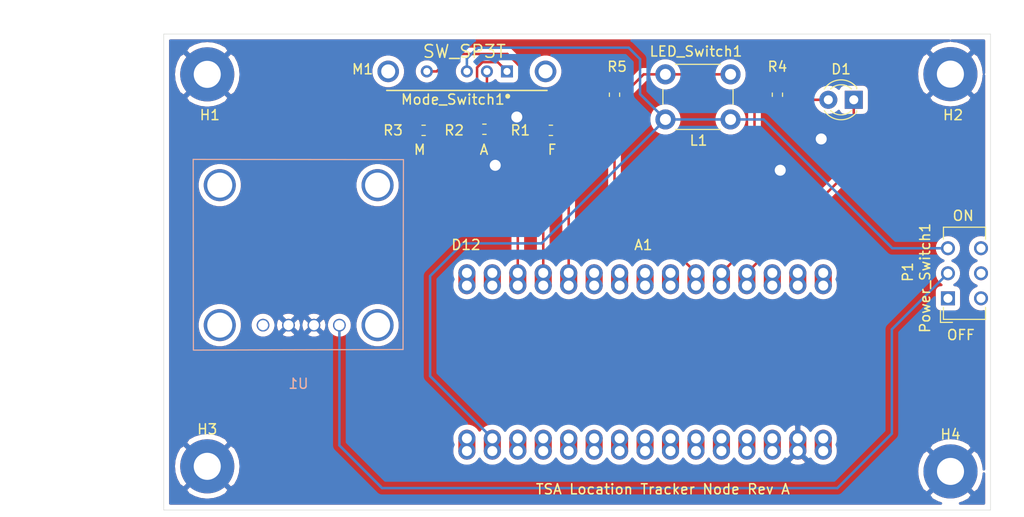
<source format=kicad_pcb>
(kicad_pcb (version 20171130) (host pcbnew "(5.1.6)-1")

  (general
    (thickness 1.6)
    (drawings 15)
    (tracks 72)
    (zones 0)
    (modules 15)
    (nets 33)
  )

  (page A4)
  (layers
    (0 F.Cu signal)
    (31 B.Cu signal)
    (32 B.Adhes user)
    (33 F.Adhes user)
    (34 B.Paste user)
    (35 F.Paste user)
    (36 B.SilkS user)
    (37 F.SilkS user)
    (38 B.Mask user)
    (39 F.Mask user)
    (40 Dwgs.User user)
    (41 Cmts.User user)
    (42 Eco1.User user)
    (43 Eco2.User user)
    (44 Edge.Cuts user)
    (45 Margin user)
    (46 B.CrtYd user)
    (47 F.CrtYd user)
    (48 B.Fab user)
    (49 F.Fab user)
  )

  (setup
    (last_trace_width 0.25)
    (user_trace_width 0.5)
    (trace_clearance 0.2)
    (zone_clearance 0.508)
    (zone_45_only no)
    (trace_min 0.2)
    (via_size 0.8)
    (via_drill 0.4)
    (via_min_size 0.4)
    (via_min_drill 0.3)
    (uvia_size 0.3)
    (uvia_drill 0.1)
    (uvias_allowed no)
    (uvia_min_size 0.2)
    (uvia_min_drill 0.1)
    (edge_width 0.05)
    (segment_width 0.2)
    (pcb_text_width 0.3)
    (pcb_text_size 1.5 1.5)
    (mod_edge_width 0.12)
    (mod_text_size 1 1)
    (mod_text_width 0.15)
    (pad_size 1.27 1.27)
    (pad_drill 0.999998)
    (pad_to_mask_clearance 0.05)
    (aux_axis_origin 54.5 48)
    (visible_elements 7FFFF7FF)
    (pcbplotparams
      (layerselection 0x010fc_ffffffff)
      (usegerberextensions false)
      (usegerberattributes true)
      (usegerberadvancedattributes true)
      (creategerberjobfile true)
      (excludeedgelayer true)
      (linewidth 0.100000)
      (plotframeref false)
      (viasonmask false)
      (mode 1)
      (useauxorigin false)
      (hpglpennumber 1)
      (hpglpenspeed 20)
      (hpglpendiameter 15.000000)
      (psnegative false)
      (psa4output false)
      (plotreference true)
      (plotvalue true)
      (plotinvisibletext false)
      (padsonsilk false)
      (subtractmaskfromsilk false)
      (outputformat 1)
      (mirror false)
      (drillshape 0)
      (scaleselection 1)
      (outputdirectory ""))
  )

  (net 0 "")
  (net 1 "Net-(Arduino1-Pad11)")
  (net 2 "Net-(Arduino1-Pad12)")
  (net 3 "Net-(Arduino1-Pad3)")
  (net 4 "Net-(Arduino1-Pad5)")
  (net 5 "Net-(Arduino1-Pad13)")
  (net 6 "Net-(Arduino1-Pad7)")
  (net 7 "Net-(Arduino1-Pad1)")
  (net 8 "Net-(Arduino1-Pad9)")
  (net 9 "Net-(Arduino1-Pad8)")
  (net 10 "Net-(Arduino1-Pad4)")
  (net 11 "Net-(Arduino1-Pad6)")
  (net 12 "Net-(Arduino1-Pad10)")
  (net 13 "Net-(Arduino1-Pad15)")
  (net 14 "Net-(Arduino1-Pad30)")
  (net 15 "Net-(Arduino1-Pad29)")
  (net 16 "Net-(Arduino1-Pad28)")
  (net 17 "Net-(Arduino1-Pad27)")
  (net 18 "Net-(Arduino1-Pad26)")
  (net 19 "Net-(Arduino1-Pad25)")
  (net 20 "Net-(Arduino1-Pad24)")
  (net 21 "Net-(Arduino1-Pad23)")
  (net 22 "Net-(Arduino1-Pad22)")
  (net 23 "Net-(Arduino1-Pad21)")
  (net 24 "Net-(Arduino1-Pad20)")
  (net 25 "Net-(Arduino1-Pad19)")
  (net 26 "Net-(Arduino1-Pad18)")
  (net 27 "Net-(Arduino1-Pad17)")
  (net 28 "Net-(Arduino1-Pad16)")
  (net 29 "Net-(D1-Pad2)")
  (net 30 GND)
  (net 31 "Net-(Arduino1-Pad2)")
  (net 32 "Net-(Power_Switch1-Pad2)")

  (net_class Default "This is the default net class."
    (clearance 0.2)
    (trace_width 0.25)
    (via_dia 0.8)
    (via_drill 0.4)
    (uvia_dia 0.3)
    (uvia_drill 0.1)
    (add_net GND)
    (add_net "Net-(Arduino1-Pad1)")
    (add_net "Net-(Arduino1-Pad10)")
    (add_net "Net-(Arduino1-Pad11)")
    (add_net "Net-(Arduino1-Pad12)")
    (add_net "Net-(Arduino1-Pad13)")
    (add_net "Net-(Arduino1-Pad15)")
    (add_net "Net-(Arduino1-Pad16)")
    (add_net "Net-(Arduino1-Pad17)")
    (add_net "Net-(Arduino1-Pad18)")
    (add_net "Net-(Arduino1-Pad19)")
    (add_net "Net-(Arduino1-Pad2)")
    (add_net "Net-(Arduino1-Pad20)")
    (add_net "Net-(Arduino1-Pad21)")
    (add_net "Net-(Arduino1-Pad22)")
    (add_net "Net-(Arduino1-Pad23)")
    (add_net "Net-(Arduino1-Pad24)")
    (add_net "Net-(Arduino1-Pad25)")
    (add_net "Net-(Arduino1-Pad26)")
    (add_net "Net-(Arduino1-Pad27)")
    (add_net "Net-(Arduino1-Pad28)")
    (add_net "Net-(Arduino1-Pad29)")
    (add_net "Net-(Arduino1-Pad3)")
    (add_net "Net-(Arduino1-Pad30)")
    (add_net "Net-(Arduino1-Pad4)")
    (add_net "Net-(Arduino1-Pad5)")
    (add_net "Net-(Arduino1-Pad6)")
    (add_net "Net-(Arduino1-Pad7)")
    (add_net "Net-(Arduino1-Pad8)")
    (add_net "Net-(Arduino1-Pad9)")
    (add_net "Net-(D1-Pad2)")
    (add_net "Net-(Power_Switch1-Pad2)")
  )

  (module EG1313:E-Switch-EG1313-0 (layer F.Cu) (tedit 60406D7C) (tstamp 60279431)
    (at 95.25 46.228 180)
    (path /60250F9E)
    (fp_text reference Mode_Switch1 (at -3.87 -5.302) (layer F.SilkS)
      (effects (font (size 1 1) (thickness 0.15)) (justify right))
    )
    (fp_text value SW_SP3T (at 0.254 -0.508) (layer F.SilkS)
      (effects (font (size 1.27 1.27) (thickness 0.15)))
    )
    (fp_line (start -8 4.4) (end -8 -4.4) (layer F.Fab) (width 0.15))
    (fp_line (start -8 -4.4) (end 8 -4.4) (layer F.Fab) (width 0.15))
    (fp_line (start 8 -4.4) (end 8 4.4) (layer F.Fab) (width 0.15))
    (fp_line (start 8 4.4) (end -8 4.4) (layer F.Fab) (width 0.15))
    (fp_line (start 8.95 -4.55) (end 8.95 -4.55) (layer F.CrtYd) (width 0.15))
    (fp_line (start 8.95 -4.55) (end -8.95 -4.55) (layer F.CrtYd) (width 0.15))
    (fp_line (start -8.95 -4.55) (end -8.95 4.55) (layer F.CrtYd) (width 0.15))
    (fp_line (start -8.95 4.55) (end 8.95 4.55) (layer F.CrtYd) (width 0.15))
    (fp_line (start 8.95 4.55) (end 8.95 -4.55) (layer F.CrtYd) (width 0.15))
    (fp_circle (center -4.074999 -4.975) (end -3.949999 -4.975) (layer F.SilkS) (width 0.25))
    (fp_line (start -8 -4.4) (end 8 -4.4) (layer F.SilkS) (width 0.15))
    (fp_line (start -9.025 -0.6) (end 9.025 -0.6) (layer F.Fab) (width 0.15))
    (pad 4 thru_hole circle (at 4 -2.5 180) (size 1.2 1.2) (drill 0.7) (layers *.Cu *.Mask)
      (net 18 "Net-(Arduino1-Pad26)"))
    (pad 3 thru_hole circle (at 0 -2.5 180) (size 1.2 1.2) (drill 0.7) (layers *.Cu *.Mask)
      (net 31 "Net-(Arduino1-Pad2)"))
    (pad 2 thru_hole circle (at -2 -2.5 180) (size 1.2 1.2) (drill 0.7) (layers *.Cu *.Mask)
      (net 17 "Net-(Arduino1-Pad27)"))
    (pad 1 thru_hole rect (at -4 -2.5 180) (size 1.2 1.2) (drill 0.7) (layers *.Cu *.Mask)
      (net 16 "Net-(Arduino1-Pad28)"))
    (pad 6 thru_hole circle (at 7.85 -2.5 180) (size 2.15 2.15) (drill 1.4) (layers *.Cu *.Mask))
    (pad 5 thru_hole circle (at -7.849999 -2.5 180) (size 2.15 2.15) (drill 1.4) (layers *.Cu *.Mask))
    (model eec.models/E-Switch_-_EG1313.step
      (at (xyz 0 0 0))
      (scale (xyz 1 1 1))
      (rotate (xyz 0 0 0))
    )
  )

  (module ANano_33:NANO_33_Socket_Castell (layer F.Cu) (tedit 604FD335) (tstamp 6022608F)
    (at 113.03 77.724)
    (descr "Through hole straight socket strip, 1x15, 2.54mm pitch")
    (tags "Through hole socket strip THT 1x15 2.54mm single row")
    (path /6021B026)
    (fp_text reference Arduino1 (at 0 -13.335) (layer F.Fab)
      (effects (font (size 1 1) (thickness 0.15)))
    )
    (fp_text value Arduino-NANO-33 (at 0 12.065) (layer F.Fab)
      (effects (font (size 1 1) (thickness 0.15)))
    )
    (fp_line (start -19.05 -8.89) (end 19.05 -8.89) (layer F.Fab) (width 0.1))
    (fp_line (start -19.05 -6.35) (end -19.05 -8.89) (layer F.Fab) (width 0.1))
    (fp_line (start 18.415 -6.35) (end -19.05 -6.35) (layer F.Fab) (width 0.1))
    (fp_line (start 19.05 -6.985) (end 18.415 -6.35) (layer F.Fab) (width 0.1))
    (fp_line (start 19.05 -8.89) (end 19.05 -6.985) (layer F.Fab) (width 0.1))
    (fp_line (start -19.05 8.89) (end -19.05 6.985) (layer F.Fab) (width 0.1))
    (fp_line (start -19.05 6.985) (end -18.415 6.35) (layer F.Fab) (width 0.1))
    (fp_line (start -18.415 6.35) (end 19.05 6.35) (layer F.Fab) (width 0.1))
    (fp_line (start 19.05 6.35) (end 19.05 8.89) (layer F.Fab) (width 0.1))
    (fp_line (start 19.05 8.89) (end -19.05 8.89) (layer F.Fab) (width 0.1))
    (fp_line (start 22 8.89) (end 22 -8.89) (layer F.Fab) (width 0.12))
    (fp_line (start -22 8.89) (end 22 8.89) (layer F.Fab) (width 0.12))
    (fp_line (start -22 8.89) (end -22 -8.89) (layer F.Fab) (width 0.12))
    (fp_line (start -22 -8.89) (end 22 -8.89) (layer F.Fab) (width 0.12))
    (fp_poly (pts (xy -22.86 3.175) (xy -18.415 3.175) (xy -18.415 -3.175) (xy -22.86 -3.175)) (layer F.Fab) (width 0.1))
    (fp_poly (pts (xy -3.175 3.175) (xy 3.175 3.175) (xy 3.175 -3.175) (xy -3.175 -3.175)) (layer F.Fab) (width 0.1))
    (fp_poly (pts (xy 8.89 4.445) (xy 21.59 4.445) (xy 21.59 -4.445) (xy 8.89 -4.445)) (layer F.Fab) (width 0.1))
    (fp_text user %R (at 0 -7.62) (layer F.Fab)
      (effects (font (size 1 1) (thickness 0.15)))
    )
    (fp_text user %R (at 0 7.62 180) (layer F.Fab)
      (effects (font (size 1 1) (thickness 0.15)))
    )
    (pad 30 thru_hole oval (at -17.78 -7.62 270) (size 1.7 1.7) (drill 1) (layers *.Cu *.Mask)
      (net 14 "Net-(Arduino1-Pad30)"))
    (pad 29 thru_hole oval (at -15.24 -7.62 270) (size 1.7 1.7) (drill 1) (layers *.Cu *.Mask)
      (net 15 "Net-(Arduino1-Pad29)"))
    (pad 28 thru_hole oval (at -12.7 -7.62 270) (size 1.7 1.7) (drill 1) (layers *.Cu *.Mask)
      (net 16 "Net-(Arduino1-Pad28)"))
    (pad 27 thru_hole oval (at -10.16 -7.62 270) (size 1.7 1.7) (drill 1) (layers *.Cu *.Mask)
      (net 17 "Net-(Arduino1-Pad27)"))
    (pad 26 thru_hole oval (at -7.62 -7.62 270) (size 1.7 1.7) (drill 1) (layers *.Cu *.Mask)
      (net 18 "Net-(Arduino1-Pad26)"))
    (pad 25 thru_hole oval (at -5.08 -7.62 270) (size 1.7 1.7) (drill 1) (layers *.Cu *.Mask)
      (net 19 "Net-(Arduino1-Pad25)"))
    (pad 24 thru_hole oval (at -2.54 -7.62 270) (size 1.7 1.7) (drill 1) (layers *.Cu *.Mask)
      (net 20 "Net-(Arduino1-Pad24)"))
    (pad 23 thru_hole oval (at 0 -7.62 270) (size 1.7 1.7) (drill 1) (layers *.Cu *.Mask)
      (net 21 "Net-(Arduino1-Pad23)"))
    (pad 22 thru_hole oval (at 2.54 -7.62 270) (size 1.7 1.7) (drill 1) (layers *.Cu *.Mask)
      (net 22 "Net-(Arduino1-Pad22)"))
    (pad 21 thru_hole oval (at 5.08 -7.62 270) (size 1.7 1.7) (drill 1) (layers *.Cu *.Mask)
      (net 23 "Net-(Arduino1-Pad21)"))
    (pad 20 thru_hole oval (at 7.62 -7.62 270) (size 1.7 1.7) (drill 1) (layers *.Cu *.Mask)
      (net 24 "Net-(Arduino1-Pad20)"))
    (pad 19 thru_hole oval (at 10.16 -7.62 270) (size 1.7 1.7) (drill 1) (layers *.Cu *.Mask)
      (net 25 "Net-(Arduino1-Pad19)"))
    (pad 18 thru_hole oval (at 12.7 -7.62 270) (size 1.7 1.7) (drill 1) (layers *.Cu *.Mask)
      (net 26 "Net-(Arduino1-Pad18)"))
    (pad 17 thru_hole oval (at 15.24 -7.62 270) (size 1.7 1.7) (drill 1) (layers *.Cu *.Mask)
      (net 27 "Net-(Arduino1-Pad17)"))
    (pad 16 thru_hole circle (at 17.78 -7.62 270) (size 1.7 1.7) (drill 1) (layers *.Cu *.Mask)
      (net 28 "Net-(Arduino1-Pad16)"))
    (pad 16 thru_hole circle (at 17.78 -8.89 270) (size 1.7 1.7) (drill 1) (layers *.Cu *.Mask)
      (net 28 "Net-(Arduino1-Pad16)"))
    (pad 16 smd oval (at 17.78 -8.255 270) (size 3 1.7) (layers F.Cu F.Mask)
      (net 28 "Net-(Arduino1-Pad16)"))
    (pad 17 thru_hole circle (at 15.24 -8.89 270) (size 1.7 1.7) (drill 1) (layers *.Cu *.Mask)
      (net 27 "Net-(Arduino1-Pad17)"))
    (pad 18 thru_hole circle (at 12.7 -8.89 270) (size 1.7 1.7) (drill 1) (layers *.Cu *.Mask)
      (net 26 "Net-(Arduino1-Pad18)"))
    (pad 19 thru_hole circle (at 10.16 -8.89 270) (size 1.7 1.7) (drill 1) (layers *.Cu *.Mask)
      (net 25 "Net-(Arduino1-Pad19)"))
    (pad 21 thru_hole circle (at 5.08 -8.89 270) (size 1.7 1.7) (drill 1) (layers *.Cu *.Mask)
      (net 23 "Net-(Arduino1-Pad21)"))
    (pad 20 thru_hole circle (at 7.62 -8.89 270) (size 1.7 1.7) (drill 1) (layers *.Cu *.Mask)
      (net 24 "Net-(Arduino1-Pad20)"))
    (pad 22 thru_hole circle (at 2.54 -8.89 270) (size 1.7 1.7) (drill 1) (layers *.Cu *.Mask)
      (net 22 "Net-(Arduino1-Pad22)"))
    (pad 24 thru_hole circle (at -2.54 -8.89 270) (size 1.7 1.7) (drill 1) (layers *.Cu *.Mask)
      (net 20 "Net-(Arduino1-Pad24)"))
    (pad 23 thru_hole circle (at 0 -8.89 270) (size 1.7 1.7) (drill 1) (layers *.Cu *.Mask)
      (net 21 "Net-(Arduino1-Pad23)"))
    (pad 26 thru_hole circle (at -7.62 -8.89 270) (size 1.7 1.7) (drill 1) (layers *.Cu *.Mask)
      (net 18 "Net-(Arduino1-Pad26)"))
    (pad 27 thru_hole circle (at -10.16 -8.89 270) (size 1.7 1.7) (drill 1) (layers *.Cu *.Mask)
      (net 17 "Net-(Arduino1-Pad27)"))
    (pad 25 thru_hole circle (at -5.08 -8.89 270) (size 1.7 1.7) (drill 1) (layers *.Cu *.Mask)
      (net 19 "Net-(Arduino1-Pad25)"))
    (pad 28 thru_hole circle (at -12.7 -8.89 270) (size 1.7 1.7) (drill 1) (layers *.Cu *.Mask)
      (net 16 "Net-(Arduino1-Pad28)"))
    (pad 30 thru_hole circle (at -17.78 -8.89 270) (size 1.7 1.7) (drill 1) (layers *.Cu *.Mask)
      (net 14 "Net-(Arduino1-Pad30)"))
    (pad 29 thru_hole circle (at -15.24 -8.89 270) (size 1.7 1.7) (drill 1) (layers *.Cu *.Mask)
      (net 15 "Net-(Arduino1-Pad29)"))
    (pad 17 smd oval (at 15.24 -8.255 270) (size 3 1.7) (layers F.Cu F.Mask)
      (net 27 "Net-(Arduino1-Pad17)"))
    (pad 18 smd oval (at 12.7 -8.255 270) (size 3 1.7) (layers F.Cu F.Mask)
      (net 26 "Net-(Arduino1-Pad18)"))
    (pad 19 smd oval (at 10.16 -8.255 270) (size 3 1.7) (layers F.Cu F.Mask)
      (net 25 "Net-(Arduino1-Pad19)"))
    (pad 20 smd oval (at 7.62 -8.255 270) (size 3 1.7) (layers F.Cu F.Mask)
      (net 24 "Net-(Arduino1-Pad20)"))
    (pad 21 smd oval (at 5.08 -8.255 270) (size 3 1.7) (layers F.Cu F.Mask)
      (net 23 "Net-(Arduino1-Pad21)"))
    (pad 22 smd oval (at 2.54 -8.255 270) (size 3 1.7) (layers F.Cu F.Mask)
      (net 22 "Net-(Arduino1-Pad22)"))
    (pad 23 smd oval (at 0 -8.255 270) (size 3 1.7) (layers F.Cu F.Mask)
      (net 21 "Net-(Arduino1-Pad23)"))
    (pad 24 smd oval (at -2.54 -8.255 270) (size 3 1.7) (layers F.Cu F.Mask)
      (net 20 "Net-(Arduino1-Pad24)"))
    (pad 25 smd oval (at -5.08 -8.255 270) (size 3 1.7) (layers F.Cu F.Mask)
      (net 19 "Net-(Arduino1-Pad25)"))
    (pad 26 smd oval (at -7.62 -8.255 270) (size 3 1.7) (layers F.Cu F.Mask)
      (net 18 "Net-(Arduino1-Pad26)"))
    (pad 27 smd oval (at -10.16 -8.255 270) (size 3 1.7) (layers F.Cu F.Mask)
      (net 17 "Net-(Arduino1-Pad27)"))
    (pad 28 smd oval (at -12.7 -8.255 270) (size 3 1.7) (layers F.Cu F.Mask)
      (net 16 "Net-(Arduino1-Pad28)"))
    (pad 29 smd oval (at -15.24 -8.255 270) (size 3 1.7) (layers F.Cu F.Mask)
      (net 15 "Net-(Arduino1-Pad29)"))
    (pad 30 smd oval (at -17.78 -8.255 270) (size 3 1.7) (layers F.Cu F.Mask)
      (net 14 "Net-(Arduino1-Pad30)"))
    (pad 3 thru_hole circle (at -12.7 8.89 90) (size 1.7 1.7) (drill 1) (layers *.Cu *.Mask)
      (net 3 "Net-(Arduino1-Pad3)"))
    (pad 13 thru_hole circle (at 12.7 8.89 90) (size 1.7 1.7) (drill 1) (layers *.Cu *.Mask)
      (net 5 "Net-(Arduino1-Pad13)"))
    (pad 2 thru_hole circle (at -15.24 8.89 90) (size 1.7 1.7) (drill 1) (layers *.Cu *.Mask)
      (net 31 "Net-(Arduino1-Pad2)"))
    (pad 2 smd oval (at -15.24 8.255 90) (size 3 1.7) (layers F.Cu F.Mask)
      (net 31 "Net-(Arduino1-Pad2)"))
    (pad 15 smd oval (at 17.78 8.255 90) (size 3 1.7) (layers F.Cu F.Mask)
      (net 13 "Net-(Arduino1-Pad15)"))
    (pad 8 smd oval (at 0 8.255 90) (size 3 1.7) (layers F.Cu F.Mask)
      (net 9 "Net-(Arduino1-Pad8)"))
    (pad 15 thru_hole circle (at 17.78 8.89 90) (size 1.7 1.7) (drill 1) (layers *.Cu *.Mask)
      (net 13 "Net-(Arduino1-Pad15)"))
    (pad 5 thru_hole circle (at -7.62 8.89 90) (size 1.7 1.7) (drill 1) (layers *.Cu *.Mask)
      (net 4 "Net-(Arduino1-Pad5)"))
    (pad 14 thru_hole circle (at 15.24 8.89 90) (size 1.7 1.7) (drill 1) (layers *.Cu *.Mask)
      (net 30 GND))
    (pad 12 thru_hole oval (at 10.16 7.62 90) (size 1.7 1.7) (drill 1) (layers *.Cu *.Mask)
      (net 2 "Net-(Arduino1-Pad12)"))
    (pad 6 smd oval (at -5.08 8.255 90) (size 3 1.7) (layers F.Cu F.Mask)
      (net 11 "Net-(Arduino1-Pad6)"))
    (pad 15 thru_hole oval (at 17.78 7.62 90) (size 1.7 1.7) (drill 1) (layers *.Cu *.Mask)
      (net 13 "Net-(Arduino1-Pad15)"))
    (pad 7 smd oval (at -2.54 8.255 90) (size 3 1.7) (layers F.Cu F.Mask)
      (net 6 "Net-(Arduino1-Pad7)"))
    (pad 1 thru_hole circle (at -17.78 7.62 90) (size 1.7 1.7) (drill 1) (layers *.Cu *.Mask)
      (net 7 "Net-(Arduino1-Pad1)"))
    (pad 2 thru_hole oval (at -15.24 7.62 90) (size 1.7 1.7) (drill 1) (layers *.Cu *.Mask)
      (net 31 "Net-(Arduino1-Pad2)"))
    (pad 3 thru_hole oval (at -12.7 7.62 90) (size 1.7 1.7) (drill 1) (layers *.Cu *.Mask)
      (net 3 "Net-(Arduino1-Pad3)"))
    (pad 4 thru_hole oval (at -10.16 7.62 90) (size 1.7 1.7) (drill 1) (layers *.Cu *.Mask)
      (net 10 "Net-(Arduino1-Pad4)"))
    (pad 5 thru_hole oval (at -7.62 7.62 90) (size 1.7 1.7) (drill 1) (layers *.Cu *.Mask)
      (net 4 "Net-(Arduino1-Pad5)"))
    (pad 14 thru_hole oval (at 15.24 7.62 90) (size 1.7 1.7) (drill 1) (layers *.Cu *.Mask)
      (net 30 GND))
    (pad 6 thru_hole oval (at -5.08 7.62 90) (size 1.7 1.7) (drill 1) (layers *.Cu *.Mask)
      (net 11 "Net-(Arduino1-Pad6)"))
    (pad 11 thru_hole circle (at 7.62 8.89 90) (size 1.7 1.7) (drill 1) (layers *.Cu *.Mask)
      (net 1 "Net-(Arduino1-Pad11)"))
    (pad 9 smd oval (at 2.54 8.255 90) (size 3 1.7) (layers F.Cu F.Mask)
      (net 8 "Net-(Arduino1-Pad9)"))
    (pad 10 smd oval (at 5.08 8.255 90) (size 3 1.7) (layers F.Cu F.Mask)
      (net 12 "Net-(Arduino1-Pad10)"))
    (pad 11 thru_hole oval (at 7.62 7.62 90) (size 1.7 1.7) (drill 1) (layers *.Cu *.Mask)
      (net 1 "Net-(Arduino1-Pad11)"))
    (pad 10 thru_hole oval (at 5.08 7.62 90) (size 1.7 1.7) (drill 1) (layers *.Cu *.Mask)
      (net 12 "Net-(Arduino1-Pad10)"))
    (pad 4 smd oval (at -10.16 8.255 90) (size 3 1.7) (layers F.Cu F.Mask)
      (net 10 "Net-(Arduino1-Pad4)"))
    (pad 7 thru_hole oval (at -2.54 7.62 90) (size 1.7 1.7) (drill 1) (layers *.Cu *.Mask)
      (net 6 "Net-(Arduino1-Pad7)"))
    (pad 10 thru_hole circle (at 5.08 8.89 90) (size 1.7 1.7) (drill 1) (layers *.Cu *.Mask)
      (net 12 "Net-(Arduino1-Pad10)"))
    (pad 6 thru_hole circle (at -5.08 8.89 90) (size 1.7 1.7) (drill 1) (layers *.Cu *.Mask)
      (net 11 "Net-(Arduino1-Pad6)"))
    (pad 14 smd oval (at 15.24 8.255 90) (size 3 1.7) (layers F.Cu)
      (net 30 GND))
    (pad 1 smd oval (at -17.78 8.255 90) (size 3 1.7) (layers F.Cu F.Mask)
      (net 7 "Net-(Arduino1-Pad1)"))
    (pad 9 thru_hole circle (at 2.54 8.89 90) (size 1.7 1.7) (drill 1) (layers *.Cu *.Mask)
      (net 8 "Net-(Arduino1-Pad9)"))
    (pad 8 thru_hole circle (at 0 8.89 90) (size 1.7 1.7) (drill 1) (layers *.Cu *.Mask)
      (net 9 "Net-(Arduino1-Pad8)"))
    (pad 4 thru_hole circle (at -10.16 8.89 90) (size 1.7 1.7) (drill 1) (layers *.Cu *.Mask)
      (net 10 "Net-(Arduino1-Pad4)"))
    (pad 8 thru_hole oval (at 0 7.62 90) (size 1.7 1.7) (drill 1) (layers *.Cu *.Mask)
      (net 9 "Net-(Arduino1-Pad8)"))
    (pad 9 thru_hole oval (at 2.54 7.62 90) (size 1.7 1.7) (drill 1) (layers *.Cu *.Mask)
      (net 8 "Net-(Arduino1-Pad9)"))
    (pad 1 thru_hole circle (at -17.78 8.89 90) (size 1.7 1.7) (drill 1) (layers *.Cu *.Mask)
      (net 7 "Net-(Arduino1-Pad1)"))
    (pad 13 thru_hole oval (at 12.7 7.62 90) (size 1.7 1.7) (drill 1) (layers *.Cu *.Mask)
      (net 5 "Net-(Arduino1-Pad13)"))
    (pad 7 thru_hole circle (at -2.54 8.89 90) (size 1.7 1.7) (drill 1) (layers *.Cu *.Mask)
      (net 6 "Net-(Arduino1-Pad7)"))
    (pad 12 smd oval (at 10.16 8.255 90) (size 3 1.7) (layers F.Cu F.Mask)
      (net 2 "Net-(Arduino1-Pad12)"))
    (pad 13 smd oval (at 12.7 8.255 90) (size 3 1.7) (layers F.Cu F.Mask)
      (net 5 "Net-(Arduino1-Pad13)"))
    (pad 5 smd oval (at -7.62 8.255 90) (size 3 1.7) (layers F.Cu F.Mask)
      (net 4 "Net-(Arduino1-Pad5)"))
    (pad 3 smd oval (at -12.7 8.255 90) (size 3 1.7) (layers F.Cu F.Mask)
      (net 3 "Net-(Arduino1-Pad3)"))
    (pad 12 thru_hole circle (at 10.16 8.89 90) (size 1.7 1.7) (drill 1) (layers *.Cu *.Mask)
      (net 2 "Net-(Arduino1-Pad12)"))
    (pad 11 smd oval (at 7.62 8.255 90) (size 3 1.7) (layers F.Cu F.Mask)
      (net 1 "Net-(Arduino1-Pad11)"))
    (model "${KISYS3DMOD}/Arduino.3dshapes/Arduino Nano 33 IoT.stp"
      (offset (xyz 0.5 0 4))
      (scale (xyz 1 1 1))
      (rotate (xyz -90 0 90))
    )
    (model ${KISYS3DMOD}/Connector_PinHeader_2.54mm.3dshapes/PinHeader_1x15_P2.54mm_Vertical.wrl
      (offset (xyz 17.8 -7.6 3))
      (scale (xyz 1 1 1))
      (rotate (xyz 0 180 90))
    )
    (model ${KISYS3DMOD}/Connector_PinHeader_2.54mm.3dshapes/PinHeader_1x15_P2.54mm_Vertical.wrl
      (offset (xyz 17.8 7.6 3))
      (scale (xyz 1 1 1))
      (rotate (xyz 0 180 90))
    )
  )

  (module LED_THT:LED_D3.0mm (layer F.Cu) (tedit 587A3A7B) (tstamp 602793DC)
    (at 133.858 51.562 180)
    (descr "LED, diameter 3.0mm, 2 pins")
    (tags "LED diameter 3.0mm 2 pins")
    (path /6025C5AE)
    (fp_text reference D1 (at 1.27 3.048) (layer F.SilkS)
      (effects (font (size 1 1) (thickness 0.15)))
    )
    (fp_text value LED (at 1.27 2.96) (layer F.Fab)
      (effects (font (size 1 1) (thickness 0.15)))
    )
    (fp_line (start 3.7 -2.25) (end -1.15 -2.25) (layer F.CrtYd) (width 0.05))
    (fp_line (start 3.7 2.25) (end 3.7 -2.25) (layer F.CrtYd) (width 0.05))
    (fp_line (start -1.15 2.25) (end 3.7 2.25) (layer F.CrtYd) (width 0.05))
    (fp_line (start -1.15 -2.25) (end -1.15 2.25) (layer F.CrtYd) (width 0.05))
    (fp_line (start -0.29 1.08) (end -0.29 1.236) (layer F.SilkS) (width 0.12))
    (fp_line (start -0.29 -1.236) (end -0.29 -1.08) (layer F.SilkS) (width 0.12))
    (fp_line (start -0.23 -1.16619) (end -0.23 1.16619) (layer F.Fab) (width 0.1))
    (fp_circle (center 1.27 0) (end 2.77 0) (layer F.Fab) (width 0.1))
    (fp_arc (start 1.27 0) (end -0.23 -1.16619) (angle 284.3) (layer F.Fab) (width 0.1))
    (fp_arc (start 1.27 0) (end -0.29 -1.235516) (angle 108.8) (layer F.SilkS) (width 0.12))
    (fp_arc (start 1.27 0) (end -0.29 1.235516) (angle -108.8) (layer F.SilkS) (width 0.12))
    (fp_arc (start 1.27 0) (end 0.229039 -1.08) (angle 87.9) (layer F.SilkS) (width 0.12))
    (fp_arc (start 1.27 0) (end 0.229039 1.08) (angle -87.9) (layer F.SilkS) (width 0.12))
    (pad 1 thru_hole rect (at 0 0 180) (size 1.8 1.8) (drill 0.9) (layers *.Cu *.Mask)
      (net 25 "Net-(Arduino1-Pad19)"))
    (pad 2 thru_hole circle (at 2.54 0 180) (size 1.8 1.8) (drill 0.9) (layers *.Cu *.Mask)
      (net 29 "Net-(D1-Pad2)"))
    (model ${KISYS3DMOD}/LED_THT.3dshapes/LED_D3.0mm.wrl
      (at (xyz 0 0 0))
      (scale (xyz 1 1 1))
      (rotate (xyz 0 0 0))
    )
  )

  (module MountingHole:MountingHole_2.7mm_M2.5_Pad (layer F.Cu) (tedit 56D1B4CB) (tstamp 602793E4)
    (at 69.342 49.022)
    (descr "Mounting Hole 2.7mm, M2.5")
    (tags "mounting hole 2.7mm m2.5")
    (path /602781CC)
    (attr virtual)
    (fp_text reference H1 (at 0.254 4.064) (layer F.SilkS)
      (effects (font (size 1 1) (thickness 0.15)))
    )
    (fp_text value MountingHole_Pad (at 0 3.7) (layer F.Fab)
      (effects (font (size 1 1) (thickness 0.15)))
    )
    (fp_circle (center 0 0) (end 2.7 0) (layer Cmts.User) (width 0.15))
    (fp_circle (center 0 0) (end 2.95 0) (layer F.CrtYd) (width 0.05))
    (fp_text user %R (at 0.3 0) (layer F.Fab)
      (effects (font (size 1 1) (thickness 0.15)))
    )
    (pad 1 thru_hole circle (at 0 0) (size 5.4 5.4) (drill 2.7) (layers *.Cu *.Mask)
      (net 30 GND))
  )

  (module MountingHole:MountingHole_2.7mm_M2.5_Pad (layer F.Cu) (tedit 56D1B4CB) (tstamp 602793EC)
    (at 143.5 49)
    (descr "Mounting Hole 2.7mm, M2.5")
    (tags "mounting hole 2.7mm m2.5")
    (path /60279E05)
    (attr virtual)
    (fp_text reference H2 (at 0.264 4.086) (layer F.SilkS)
      (effects (font (size 1 1) (thickness 0.15)))
    )
    (fp_text value MountingHole_Pad (at 0 3.7) (layer F.Fab)
      (effects (font (size 1 1) (thickness 0.15)))
    )
    (fp_circle (center 0 0) (end 2.7 0) (layer Cmts.User) (width 0.15))
    (fp_circle (center 0 0) (end 2.95 0) (layer F.CrtYd) (width 0.05))
    (fp_text user %R (at 0.3 0) (layer F.Fab)
      (effects (font (size 1 1) (thickness 0.15)))
    )
    (pad 1 thru_hole circle (at 0 0) (size 5.4 5.4) (drill 2.7) (layers *.Cu *.Mask)
      (net 30 GND))
  )

  (module MountingHole:MountingHole_2.7mm_M2.5_Pad (layer F.Cu) (tedit 56D1B4CB) (tstamp 602793F4)
    (at 69.342 88.138)
    (descr "Mounting Hole 2.7mm, M2.5")
    (tags "mounting hole 2.7mm m2.5")
    (path /6027A62A)
    (attr virtual)
    (fp_text reference H3 (at 0 -3.7) (layer F.SilkS)
      (effects (font (size 1 1) (thickness 0.15)))
    )
    (fp_text value MountingHole_Pad (at 0 3.7) (layer F.Fab)
      (effects (font (size 1 1) (thickness 0.15)))
    )
    (fp_circle (center 0 0) (end 2.95 0) (layer F.CrtYd) (width 0.05))
    (fp_circle (center 0 0) (end 2.7 0) (layer Cmts.User) (width 0.15))
    (fp_text user %R (at 0.3 0) (layer F.Fab)
      (effects (font (size 1 1) (thickness 0.15)))
    )
    (pad 1 thru_hole circle (at 0 0) (size 5.4 5.4) (drill 2.7) (layers *.Cu *.Mask)
      (net 30 GND))
  )

  (module MountingHole:MountingHole_2.7mm_M2.5_Pad (layer F.Cu) (tedit 56D1B4CB) (tstamp 602793FC)
    (at 143.51 88.646)
    (descr "Mounting Hole 2.7mm, M2.5")
    (tags "mounting hole 2.7mm m2.5")
    (path /6027AD61)
    (attr virtual)
    (fp_text reference H4 (at 0 -3.7) (layer F.SilkS)
      (effects (font (size 1 1) (thickness 0.15)))
    )
    (fp_text value MountingHole_Pad (at 0 3.7) (layer F.Fab)
      (effects (font (size 1 1) (thickness 0.15)))
    )
    (fp_circle (center 0 0) (end 2.7 0) (layer Cmts.User) (width 0.15))
    (fp_circle (center 0 0) (end 2.95 0) (layer F.CrtYd) (width 0.05))
    (fp_text user %R (at 0.3 0) (layer F.Fab)
      (effects (font (size 1 1) (thickness 0.15)))
    )
    (pad 1 thru_hole circle (at 0 0) (size 5.4 5.4) (drill 2.7) (layers *.Cu *.Mask)
      (net 30 GND))
  )

  (module Button_Switch_THT:SW_PUSH_6mm (layer F.Cu) (tedit 5A02FE31) (tstamp 6027941B)
    (at 115.062 49.022)
    (descr https://www.omron.com/ecb/products/pdf/en-b3f.pdf)
    (tags "tact sw push 6mm")
    (path /60269480)
    (fp_text reference LED_Switch1 (at 3.048 -2.286) (layer F.SilkS)
      (effects (font (size 1 1) (thickness 0.15)))
    )
    (fp_text value SW_SPST (at 3.75 6.7) (layer F.Fab)
      (effects (font (size 1 1) (thickness 0.15)))
    )
    (fp_line (start 3.25 -0.75) (end 6.25 -0.75) (layer F.Fab) (width 0.1))
    (fp_line (start 6.25 -0.75) (end 6.25 5.25) (layer F.Fab) (width 0.1))
    (fp_line (start 6.25 5.25) (end 0.25 5.25) (layer F.Fab) (width 0.1))
    (fp_line (start 0.25 5.25) (end 0.25 -0.75) (layer F.Fab) (width 0.1))
    (fp_line (start 0.25 -0.75) (end 3.25 -0.75) (layer F.Fab) (width 0.1))
    (fp_line (start 7.75 6) (end 8 6) (layer F.CrtYd) (width 0.05))
    (fp_line (start 8 6) (end 8 5.75) (layer F.CrtYd) (width 0.05))
    (fp_line (start 7.75 -1.5) (end 8 -1.5) (layer F.CrtYd) (width 0.05))
    (fp_line (start 8 -1.5) (end 8 -1.25) (layer F.CrtYd) (width 0.05))
    (fp_line (start -1.5 -1.25) (end -1.5 -1.5) (layer F.CrtYd) (width 0.05))
    (fp_line (start -1.5 -1.5) (end -1.25 -1.5) (layer F.CrtYd) (width 0.05))
    (fp_line (start -1.5 5.75) (end -1.5 6) (layer F.CrtYd) (width 0.05))
    (fp_line (start -1.5 6) (end -1.25 6) (layer F.CrtYd) (width 0.05))
    (fp_line (start -1.25 -1.5) (end 7.75 -1.5) (layer F.CrtYd) (width 0.05))
    (fp_line (start -1.5 5.75) (end -1.5 -1.25) (layer F.CrtYd) (width 0.05))
    (fp_line (start 7.75 6) (end -1.25 6) (layer F.CrtYd) (width 0.05))
    (fp_line (start 8 -1.25) (end 8 5.75) (layer F.CrtYd) (width 0.05))
    (fp_line (start 1 5.5) (end 5.5 5.5) (layer F.SilkS) (width 0.12))
    (fp_line (start -0.25 1.5) (end -0.25 3) (layer F.SilkS) (width 0.12))
    (fp_line (start 5.5 -1) (end 1 -1) (layer F.SilkS) (width 0.12))
    (fp_line (start 6.75 3) (end 6.75 1.5) (layer F.SilkS) (width 0.12))
    (fp_circle (center 3.25 2.25) (end 1.25 2.5) (layer F.Fab) (width 0.1))
    (fp_text user %R (at 3.25 2.25) (layer F.Fab)
      (effects (font (size 1 1) (thickness 0.15)))
    )
    (pad 1 thru_hole circle (at 6.5 0 90) (size 2 2) (drill 1.1) (layers *.Cu *.Mask)
      (net 23 "Net-(Arduino1-Pad21)"))
    (pad 2 thru_hole circle (at 6.5 4.5 90) (size 2 2) (drill 1.1) (layers *.Cu *.Mask)
      (net 31 "Net-(Arduino1-Pad2)"))
    (pad 1 thru_hole circle (at 0 0 90) (size 2 2) (drill 1.1) (layers *.Cu *.Mask)
      (net 23 "Net-(Arduino1-Pad21)"))
    (pad 2 thru_hole circle (at 0 4.5 90) (size 2 2) (drill 1.1) (layers *.Cu *.Mask)
      (net 31 "Net-(Arduino1-Pad2)"))
    (model ${KISYS3DMOD}/Button_Switch_THT.3dshapes/SW_PUSH_6mm.wrl
      (at (xyz 0 0 0))
      (scale (xyz 1 1 1))
      (rotate (xyz 0 0 0))
    )
  )

  (module Resistor_SMD:R_0603_1608Metric_Pad1.05x0.95mm_HandSolder (layer F.Cu) (tedit 5B301BBD) (tstamp 60279442)
    (at 103.632 54.61 180)
    (descr "Resistor SMD 0603 (1608 Metric), square (rectangular) end terminal, IPC_7351 nominal with elongated pad for handsoldering. (Body size source: http://www.tortai-tech.com/upload/download/2011102023233369053.pdf), generated with kicad-footprint-generator")
    (tags "resistor handsolder")
    (path /60247EA8)
    (attr smd)
    (fp_text reference R1 (at 3.048 0) (layer F.SilkS)
      (effects (font (size 1 1) (thickness 0.15)))
    )
    (fp_text value 10k (at 0 1.43) (layer F.Fab)
      (effects (font (size 1 1) (thickness 0.15)))
    )
    (fp_line (start 1.65 0.73) (end -1.65 0.73) (layer F.CrtYd) (width 0.05))
    (fp_line (start 1.65 -0.73) (end 1.65 0.73) (layer F.CrtYd) (width 0.05))
    (fp_line (start -1.65 -0.73) (end 1.65 -0.73) (layer F.CrtYd) (width 0.05))
    (fp_line (start -1.65 0.73) (end -1.65 -0.73) (layer F.CrtYd) (width 0.05))
    (fp_line (start -0.171267 0.51) (end 0.171267 0.51) (layer F.SilkS) (width 0.12))
    (fp_line (start -0.171267 -0.51) (end 0.171267 -0.51) (layer F.SilkS) (width 0.12))
    (fp_line (start 0.8 0.4) (end -0.8 0.4) (layer F.Fab) (width 0.1))
    (fp_line (start 0.8 -0.4) (end 0.8 0.4) (layer F.Fab) (width 0.1))
    (fp_line (start -0.8 -0.4) (end 0.8 -0.4) (layer F.Fab) (width 0.1))
    (fp_line (start -0.8 0.4) (end -0.8 -0.4) (layer F.Fab) (width 0.1))
    (fp_text user %R (at 0 0) (layer F.Fab)
      (effects (font (size 0.4 0.4) (thickness 0.06)))
    )
    (pad 1 smd roundrect (at -0.875 0 180) (size 1.05 0.95) (layers F.Cu F.Paste F.Mask) (roundrect_rratio 0.25)
      (net 18 "Net-(Arduino1-Pad26)"))
    (pad 2 smd roundrect (at 0.875 0 180) (size 1.05 0.95) (layers F.Cu F.Paste F.Mask) (roundrect_rratio 0.25)
      (net 30 GND))
    (model ${KISYS3DMOD}/Resistor_SMD.3dshapes/R_0603_1608Metric.wrl
      (at (xyz 0 0 0))
      (scale (xyz 1 1 1))
      (rotate (xyz 0 0 0))
    )
  )

  (module Resistor_SMD:R_0603_1608Metric_Pad1.05x0.95mm_HandSolder (layer F.Cu) (tedit 5B301BBD) (tstamp 60279453)
    (at 97 54.5 180)
    (descr "Resistor SMD 0603 (1608 Metric), square (rectangular) end terminal, IPC_7351 nominal with elongated pad for handsoldering. (Body size source: http://www.tortai-tech.com/upload/download/2011102023233369053.pdf), generated with kicad-footprint-generator")
    (tags "resistor handsolder")
    (path /602489B3)
    (attr smd)
    (fp_text reference R2 (at 3.02 -0.11) (layer F.SilkS)
      (effects (font (size 1 1) (thickness 0.15)))
    )
    (fp_text value 10k (at 0 1.43) (layer F.Fab)
      (effects (font (size 1 1) (thickness 0.15)))
    )
    (fp_line (start 1.65 0.73) (end -1.65 0.73) (layer F.CrtYd) (width 0.05))
    (fp_line (start 1.65 -0.73) (end 1.65 0.73) (layer F.CrtYd) (width 0.05))
    (fp_line (start -1.65 -0.73) (end 1.65 -0.73) (layer F.CrtYd) (width 0.05))
    (fp_line (start -1.65 0.73) (end -1.65 -0.73) (layer F.CrtYd) (width 0.05))
    (fp_line (start -0.171267 0.51) (end 0.171267 0.51) (layer F.SilkS) (width 0.12))
    (fp_line (start -0.171267 -0.51) (end 0.171267 -0.51) (layer F.SilkS) (width 0.12))
    (fp_line (start 0.8 0.4) (end -0.8 0.4) (layer F.Fab) (width 0.1))
    (fp_line (start 0.8 -0.4) (end 0.8 0.4) (layer F.Fab) (width 0.1))
    (fp_line (start -0.8 -0.4) (end 0.8 -0.4) (layer F.Fab) (width 0.1))
    (fp_line (start -0.8 0.4) (end -0.8 -0.4) (layer F.Fab) (width 0.1))
    (fp_text user %R (at 0 0) (layer F.Fab)
      (effects (font (size 0.4 0.4) (thickness 0.06)))
    )
    (pad 1 smd roundrect (at -0.875 0 180) (size 1.05 0.95) (layers F.Cu F.Paste F.Mask) (roundrect_rratio 0.25)
      (net 17 "Net-(Arduino1-Pad27)"))
    (pad 2 smd roundrect (at 0.875 0 180) (size 1.05 0.95) (layers F.Cu F.Paste F.Mask) (roundrect_rratio 0.25)
      (net 30 GND))
    (model ${KISYS3DMOD}/Resistor_SMD.3dshapes/R_0603_1608Metric.wrl
      (at (xyz 0 0 0))
      (scale (xyz 1 1 1))
      (rotate (xyz 0 0 0))
    )
  )

  (module Resistor_SMD:R_0603_1608Metric_Pad1.05x0.95mm_HandSolder (layer F.Cu) (tedit 5B301BBD) (tstamp 60279464)
    (at 90.932 54.61 180)
    (descr "Resistor SMD 0603 (1608 Metric), square (rectangular) end terminal, IPC_7351 nominal with elongated pad for handsoldering. (Body size source: http://www.tortai-tech.com/upload/download/2011102023233369053.pdf), generated with kicad-footprint-generator")
    (tags "resistor handsolder")
    (path /60248B4C)
    (attr smd)
    (fp_text reference R3 (at 3.048 0) (layer F.SilkS)
      (effects (font (size 1 1) (thickness 0.15)))
    )
    (fp_text value 10k (at 0 1.43) (layer F.Fab)
      (effects (font (size 1 1) (thickness 0.15)))
    )
    (fp_line (start 1.65 0.73) (end -1.65 0.73) (layer F.CrtYd) (width 0.05))
    (fp_line (start 1.65 -0.73) (end 1.65 0.73) (layer F.CrtYd) (width 0.05))
    (fp_line (start -1.65 -0.73) (end 1.65 -0.73) (layer F.CrtYd) (width 0.05))
    (fp_line (start -1.65 0.73) (end -1.65 -0.73) (layer F.CrtYd) (width 0.05))
    (fp_line (start -0.171267 0.51) (end 0.171267 0.51) (layer F.SilkS) (width 0.12))
    (fp_line (start -0.171267 -0.51) (end 0.171267 -0.51) (layer F.SilkS) (width 0.12))
    (fp_line (start 0.8 0.4) (end -0.8 0.4) (layer F.Fab) (width 0.1))
    (fp_line (start 0.8 -0.4) (end 0.8 0.4) (layer F.Fab) (width 0.1))
    (fp_line (start -0.8 -0.4) (end 0.8 -0.4) (layer F.Fab) (width 0.1))
    (fp_line (start -0.8 0.4) (end -0.8 -0.4) (layer F.Fab) (width 0.1))
    (fp_text user %R (at 0 0) (layer F.Fab)
      (effects (font (size 0.4 0.4) (thickness 0.06)))
    )
    (pad 1 smd roundrect (at -0.875 0 180) (size 1.05 0.95) (layers F.Cu F.Paste F.Mask) (roundrect_rratio 0.25)
      (net 16 "Net-(Arduino1-Pad28)"))
    (pad 2 smd roundrect (at 0.875 0 180) (size 1.05 0.95) (layers F.Cu F.Paste F.Mask) (roundrect_rratio 0.25)
      (net 30 GND))
    (model ${KISYS3DMOD}/Resistor_SMD.3dshapes/R_0603_1608Metric.wrl
      (at (xyz 0 0 0))
      (scale (xyz 1 1 1))
      (rotate (xyz 0 0 0))
    )
  )

  (module Resistor_SMD:R_0603_1608Metric_Pad1.05x0.95mm_HandSolder (layer F.Cu) (tedit 5B301BBD) (tstamp 60279475)
    (at 126.238 51.054 90)
    (descr "Resistor SMD 0603 (1608 Metric), square (rectangular) end terminal, IPC_7351 nominal with elongated pad for handsoldering. (Body size source: http://www.tortai-tech.com/upload/download/2011102023233369053.pdf), generated with kicad-footprint-generator")
    (tags "resistor handsolder")
    (path /60248CF4)
    (attr smd)
    (fp_text reference R4 (at 2.794 0 180) (layer F.SilkS)
      (effects (font (size 1 1) (thickness 0.15)))
    )
    (fp_text value 330 (at 0 1.43 90) (layer F.Fab)
      (effects (font (size 1 1) (thickness 0.15)))
    )
    (fp_line (start -0.8 0.4) (end -0.8 -0.4) (layer F.Fab) (width 0.1))
    (fp_line (start -0.8 -0.4) (end 0.8 -0.4) (layer F.Fab) (width 0.1))
    (fp_line (start 0.8 -0.4) (end 0.8 0.4) (layer F.Fab) (width 0.1))
    (fp_line (start 0.8 0.4) (end -0.8 0.4) (layer F.Fab) (width 0.1))
    (fp_line (start -0.171267 -0.51) (end 0.171267 -0.51) (layer F.SilkS) (width 0.12))
    (fp_line (start -0.171267 0.51) (end 0.171267 0.51) (layer F.SilkS) (width 0.12))
    (fp_line (start -1.65 0.73) (end -1.65 -0.73) (layer F.CrtYd) (width 0.05))
    (fp_line (start -1.65 -0.73) (end 1.65 -0.73) (layer F.CrtYd) (width 0.05))
    (fp_line (start 1.65 -0.73) (end 1.65 0.73) (layer F.CrtYd) (width 0.05))
    (fp_line (start 1.65 0.73) (end -1.65 0.73) (layer F.CrtYd) (width 0.05))
    (fp_text user %R (at 0 0 90) (layer F.Fab)
      (effects (font (size 0.4 0.4) (thickness 0.06)))
    )
    (pad 2 smd roundrect (at 0.875 0 90) (size 1.05 0.95) (layers F.Cu F.Paste F.Mask) (roundrect_rratio 0.25)
      (net 24 "Net-(Arduino1-Pad20)"))
    (pad 1 smd roundrect (at -0.875 0 90) (size 1.05 0.95) (layers F.Cu F.Paste F.Mask) (roundrect_rratio 0.25)
      (net 29 "Net-(D1-Pad2)"))
    (model ${KISYS3DMOD}/Resistor_SMD.3dshapes/R_0603_1608Metric.wrl
      (at (xyz 0 0 0))
      (scale (xyz 1 1 1))
      (rotate (xyz 0 0 0))
    )
  )

  (module Resistor_SMD:R_0603_1608Metric_Pad1.05x0.95mm_HandSolder (layer F.Cu) (tedit 5B301BBD) (tstamp 60279486)
    (at 109.982 51.054 90)
    (descr "Resistor SMD 0603 (1608 Metric), square (rectangular) end terminal, IPC_7351 nominal with elongated pad for handsoldering. (Body size source: http://www.tortai-tech.com/upload/download/2011102023233369053.pdf), generated with kicad-footprint-generator")
    (tags "resistor handsolder")
    (path /60248DB2)
    (attr smd)
    (fp_text reference R5 (at 2.794 0.254 180) (layer F.SilkS)
      (effects (font (size 1 1) (thickness 0.15)))
    )
    (fp_text value 10k (at 0 1.43 90) (layer F.Fab)
      (effects (font (size 1 1) (thickness 0.15)))
    )
    (fp_line (start -0.8 0.4) (end -0.8 -0.4) (layer F.Fab) (width 0.1))
    (fp_line (start -0.8 -0.4) (end 0.8 -0.4) (layer F.Fab) (width 0.1))
    (fp_line (start 0.8 -0.4) (end 0.8 0.4) (layer F.Fab) (width 0.1))
    (fp_line (start 0.8 0.4) (end -0.8 0.4) (layer F.Fab) (width 0.1))
    (fp_line (start -0.171267 -0.51) (end 0.171267 -0.51) (layer F.SilkS) (width 0.12))
    (fp_line (start -0.171267 0.51) (end 0.171267 0.51) (layer F.SilkS) (width 0.12))
    (fp_line (start -1.65 0.73) (end -1.65 -0.73) (layer F.CrtYd) (width 0.05))
    (fp_line (start -1.65 -0.73) (end 1.65 -0.73) (layer F.CrtYd) (width 0.05))
    (fp_line (start 1.65 -0.73) (end 1.65 0.73) (layer F.CrtYd) (width 0.05))
    (fp_line (start 1.65 0.73) (end -1.65 0.73) (layer F.CrtYd) (width 0.05))
    (fp_text user %R (at 0 0 90) (layer F.Fab)
      (effects (font (size 0.4 0.4) (thickness 0.06)))
    )
    (pad 2 smd roundrect (at 0.875 0 90) (size 1.05 0.95) (layers F.Cu F.Paste F.Mask) (roundrect_rratio 0.25)
      (net 30 GND))
    (pad 1 smd roundrect (at -0.875 0 90) (size 1.05 0.95) (layers F.Cu F.Paste F.Mask) (roundrect_rratio 0.25)
      (net 23 "Net-(Arduino1-Pad21)"))
    (model ${KISYS3DMOD}/Resistor_SMD.3dshapes/R_0603_1608Metric.wrl
      (at (xyz 0 0 0))
      (scale (xyz 1 1 1))
      (rotate (xyz 0 0 0))
    )
  )

  (module "Adafruit MiniLipo:AdafruitMiniLipo" (layer B.Cu) (tedit 6057F35F) (tstamp 602A84E8)
    (at 48.91 72.49)
    (path /602A748A)
    (fp_text reference U1 (at 29.53 7.4) (layer B.SilkS)
      (effects (font (size 1 1) (thickness 0.15)) (justify mirror))
    )
    (fp_text value AdafruitCharger (at 29.57 5.5) (layer B.Fab)
      (effects (font (size 1 1) (thickness 0.15)) (justify mirror))
    )
    (fp_line (start 19.05 4.01) (end 19.03 -14.98) (layer B.SilkS) (width 0.12))
    (fp_line (start 19.03 -14.98) (end 40.01 -14.96) (layer B.SilkS) (width 0.12))
    (fp_line (start 40.01 -14.96) (end 39.97 3.99) (layer B.SilkS) (width 0.12))
    (fp_line (start 39.97 3.99) (end 19.05 4.05) (layer B.SilkS) (width 0.12))
    (pad 8 thru_hole circle (at 37.428 -12.41) (size 3.199892 3.199892) (drill 2.500122) (layers *.Cu *.Mask))
    (pad 6 thru_hole circle (at 37.428 1.56) (size 3.199892 3.199892) (drill 2.500122) (layers *.Cu *.Mask))
    (pad 7 thru_hole circle (at 21.68 -12.41) (size 3.199892 3.199892) (drill 2.500122) (layers *.Cu *.Mask))
    (pad 5 thru_hole circle (at 21.68 1.56) (size 3.199892 3.199892) (drill 2.500122) (layers *.Cu *.Mask))
    (pad 1 thru_hole circle (at 25.998 1.56) (size 1.27 1.27) (drill 0.999998) (layers *.Cu *.Mask))
    (pad 4 thru_hole circle (at 33.618 1.56) (size 1.27 1.27) (drill 0.999998) (layers *.Cu *.Mask)
      (net 32 "Net-(Power_Switch1-Pad2)"))
    (pad 3 thru_hole circle (at 31.078 1.56) (size 1.27 1.27) (drill 0.999998) (layers *.Cu *.Mask)
      (net 30 GND))
    (pad 2 thru_hole circle (at 28.538 1.56) (size 1.27 1.27) (drill 0.999998) (layers *.Cu *.Mask)
      (net 30 GND))
  )

  (module Button_Switch_THT:SW_CuK_JS202011AQN_DPDT_Angled (layer F.Cu) (tedit 60500553) (tstamp 602D68D9)
    (at 143.256 71.374 90)
    (descr "CuK sub miniature slide switch, JS series, DPDT, right angle, http://www.ckswitches.com/media/1422/js.pdf")
    (tags "switch DPDT")
    (path /60298CCA)
    (fp_text reference Power_Switch1 (at 2.032 -2.286 90) (layer F.SilkS)
      (effects (font (size 1 1) (thickness 0.15)))
    )
    (fp_text value SW_DPDT_x2 (at 2.25 6.75 90) (layer F.Fab)
      (effects (font (size 1 1) (thickness 0.15)))
    )
    (fp_line (start -1 -0.35) (end -2 0.65) (layer F.Fab) (width 0.1))
    (fp_line (start 7.25 4.25) (end 4.5 4.25) (layer F.CrtYd) (width 0.05))
    (fp_line (start 7.25 -0.95) (end 7.25 4.25) (layer F.CrtYd) (width 0.05))
    (fp_line (start -2.25 -0.95) (end 7.25 -0.95) (layer F.CrtYd) (width 0.05))
    (fp_line (start -2.25 4.25) (end -2.25 -0.95) (layer F.CrtYd) (width 0.05))
    (fp_line (start 0.5 4.25) (end -2.25 4.25) (layer F.CrtYd) (width 0.05))
    (fp_line (start 4.5 6) (end 0.5 6) (layer F.CrtYd) (width 0.05))
    (fp_line (start 4.5 6) (end 4.5 4.25) (layer F.CrtYd) (width 0.05))
    (fp_line (start 2.25 5.65) (end 2.25 3.65) (layer F.Fab) (width 0.1))
    (fp_line (start 0.75 5.65) (end 2.25 5.65) (layer F.Fab) (width 0.1))
    (fp_line (start 0.75 3.65) (end 0.75 5.65) (layer F.Fab) (width 0.1))
    (fp_line (start -2.4 -0.75) (end -2.4 0.45) (layer F.SilkS) (width 0.12))
    (fp_line (start -1.2 -0.75) (end -2.4 -0.75) (layer F.SilkS) (width 0.12))
    (fp_line (start 7.1 3.75) (end 5.9 3.75) (layer F.SilkS) (width 0.12))
    (fp_line (start 7.1 -0.45) (end 7.1 3.75) (layer F.SilkS) (width 0.12))
    (fp_line (start 5.9 -0.45) (end 7.1 -0.45) (layer F.SilkS) (width 0.12))
    (fp_line (start -2.1 3.75) (end -0.9 3.75) (layer F.SilkS) (width 0.12))
    (fp_line (start -2.1 -0.45) (end -2.1 3.75) (layer F.SilkS) (width 0.12))
    (fp_line (start -0.9 -0.45) (end -2.1 -0.45) (layer F.SilkS) (width 0.12))
    (fp_line (start -2 3.65) (end -2 0.65) (layer F.Fab) (width 0.1))
    (fp_line (start 7 3.65) (end -2 3.65) (layer F.Fab) (width 0.1))
    (fp_line (start 7 -0.35) (end 7 3.65) (layer F.Fab) (width 0.1))
    (fp_line (start -1 -0.35) (end 7 -0.35) (layer F.Fab) (width 0.1))
    (fp_line (start 0.5 4.25) (end 0.5 6) (layer F.CrtYd) (width 0.05))
    (fp_text user %R (at 2.5 1.75 90) (layer F.Fab)
      (effects (font (size 1 1) (thickness 0.15)))
    )
    (pad 6 thru_hole circle (at 5 3.3 90) (size 1.4 1.4) (drill 0.9) (layers *.Cu *.Mask))
    (pad 5 thru_hole circle (at 2.5 3.3 90) (size 1.4 1.4) (drill 0.9) (layers *.Cu *.Mask))
    (pad 4 thru_hole circle (at 0 3.3 90) (size 1.4 1.4) (drill 0.9) (layers *.Cu *.Mask))
    (pad 3 thru_hole circle (at 5 0 90) (size 1.4 1.4) (drill 0.9) (layers *.Cu *.Mask)
      (net 31 "Net-(Arduino1-Pad2)"))
    (pad 2 thru_hole circle (at 2.5 0 90) (size 1.4 1.4) (drill 0.9) (layers *.Cu *.Mask)
      (net 32 "Net-(Power_Switch1-Pad2)"))
    (pad 1 thru_hole rect (at 0 0 90) (size 1.4 1.4) (drill 0.9) (layers *.Cu *.Mask))
    (model ${KISYS3DMOD}/Button_Switch_THT.3dshapes/SW_CuK_JS202011AQN_DPDT_Angled.wrl
      (at (xyz 0 0 0))
      (scale (xyz 1 1 1))
      (rotate (xyz 0 0 0))
    )
  )

  (gr_text D12 (at 95.16 66.04) (layer F.SilkS)
    (effects (font (size 1 1) (thickness 0.15)))
  )
  (gr_text F (at 103.75 56.54) (layer F.SilkS)
    (effects (font (size 1 1) (thickness 0.15)))
  )
  (gr_text M (at 90.54 56.54) (layer F.SilkS)
    (effects (font (size 1 1) (thickness 0.15)))
  )
  (gr_text A (at 96.96 56.54) (layer F.SilkS)
    (effects (font (size 1 1) (thickness 0.15)))
  )
  (gr_text OFF (at 144.54 75.03) (layer F.SilkS)
    (effects (font (size 1 1) (thickness 0.15)))
  )
  (gr_text ON (at 144.78 63.13) (layer F.SilkS)
    (effects (font (size 1 1) (thickness 0.15)))
  )
  (gr_text "A1\n" (at 112.86 66.05) (layer F.SilkS)
    (effects (font (size 1 1) (thickness 0.15)))
  )
  (gr_text M1 (at 84.836 48.514) (layer F.SilkS)
    (effects (font (size 1 1) (thickness 0.15)))
  )
  (gr_text L1 (at 118.364 55.626) (layer F.SilkS)
    (effects (font (size 1 1) (thickness 0.15)))
  )
  (gr_text P1 (at 139.25 68.75 90) (layer F.SilkS)
    (effects (font (size 1 1) (thickness 0.15)))
  )
  (gr_text "TSA Location Tracker Node Rev A" (at 114.808 90.424) (layer F.SilkS)
    (effects (font (size 1 1) (thickness 0.15)))
  )
  (gr_line (start 65 92.5) (end 65 45) (layer Edge.Cuts) (width 0.05) (tstamp 602DAB36))
  (gr_line (start 147.5 92.5) (end 65 92.5) (layer Edge.Cuts) (width 0.05))
  (gr_line (start 147.5 45) (end 147.5 92.5) (layer Edge.Cuts) (width 0.05))
  (gr_line (start 65 45) (end 147.5 45) (layer Edge.Cuts) (width 0.05))

  (via (at 130.61 55.47) (size 2.2) (drill 1.1) (layers F.Cu B.Cu) (net 30) (tstamp 6057F2E5))
  (via (at 126.52 58.59) (size 2.2) (drill 1.1) (layers F.Cu B.Cu) (net 30) (tstamp 6057F2E5))
  (segment (start 97.875 68.749) (end 97.79 68.834) (width 0.25) (layer F.Cu) (net 15) (status 30))
  (segment (start 91.807 54.61) (end 92.456 54.61) (width 0.25) (layer F.Cu) (net 16) (status 10))
  (segment (start 92.456 54.61) (end 96.266 50.8) (width 0.25) (layer F.Cu) (net 16))
  (segment (start 98.324999 47.802999) (end 99.25 48.728) (width 0.25) (layer F.Cu) (net 16) (status 20))
  (segment (start 96.805999 47.802999) (end 98.324999 47.802999) (width 0.25) (layer F.Cu) (net 16))
  (segment (start 96.266 48.342998) (end 96.805999 47.802999) (width 0.25) (layer F.Cu) (net 16))
  (segment (start 96.266 50.8) (end 96.266 48.342998) (width 0.25) (layer F.Cu) (net 16))
  (segment (start 100.33 66.28) (end 100.33 69.469) (width 0.25) (layer F.Cu) (net 16) (status 20))
  (segment (start 91.807 54.61) (end 91.807 55.437) (width 0.25) (layer F.Cu) (net 16) (status 10))
  (segment (start 100.33 63.96) (end 100.33 66.28) (width 0.25) (layer F.Cu) (net 16))
  (segment (start 91.807 55.437) (end 100.33 63.96) (width 0.25) (layer F.Cu) (net 16))
  (segment (start 97.25 53.875) (end 97.875 54.5) (width 0.25) (layer F.Cu) (net 17) (status 20))
  (segment (start 97.25 48.728) (end 97.25 53.875) (width 0.25) (layer F.Cu) (net 17) (status 10))
  (segment (start 102.87 60.93) (end 102.87 69.469) (width 0.25) (layer F.Cu) (net 17) (status 20))
  (segment (start 97.875 54.5) (end 97.97 54.5) (width 0.25) (layer F.Cu) (net 17) (status 30))
  (segment (start 102.87 59.4) (end 102.87 60.93) (width 0.25) (layer F.Cu) (net 17))
  (segment (start 97.97 54.5) (end 102.87 59.4) (width 0.25) (layer F.Cu) (net 17) (status 10))
  (segment (start 91.25 48.728) (end 92.242 48.728) (width 0.25) (layer F.Cu) (net 18) (status 10))
  (segment (start 92.242 48.728) (end 93.98 46.99) (width 0.25) (layer F.Cu) (net 18))
  (segment (start 99.297002 46.99) (end 101.346 49.038998) (width 0.25) (layer F.Cu) (net 18))
  (segment (start 93.98 46.99) (end 99.297002 46.99) (width 0.25) (layer F.Cu) (net 18))
  (segment (start 101.346 51.449) (end 104.507 54.61) (width 0.25) (layer F.Cu) (net 18) (status 20))
  (segment (start 101.346 49.038998) (end 101.346 51.449) (width 0.25) (layer F.Cu) (net 18))
  (segment (start 105.41 56.807305) (end 105.41 69.469) (width 0.25) (layer F.Cu) (net 18) (status 20))
  (segment (start 104.507 54.61) (end 104.63 54.61) (width 0.25) (layer F.Cu) (net 18) (status 30))
  (segment (start 105.41 55.39) (end 105.41 56.807305) (width 0.25) (layer F.Cu) (net 18))
  (segment (start 104.63 54.61) (end 105.41 55.39) (width 0.25) (layer F.Cu) (net 18) (status 10))
  (segment (start 115.062 49.022) (end 121.562 49.022) (width 0.25) (layer F.Cu) (net 23) (status 30))
  (segment (start 112.889 49.022) (end 109.982 51.929) (width 0.25) (layer F.Cu) (net 23) (status 20))
  (segment (start 115.062 49.022) (end 112.889 49.022) (width 0.25) (layer F.Cu) (net 23) (status 10))
  (segment (start 109.982 60.706) (end 118.11 68.834) (width 0.25) (layer F.Cu) (net 23) (status 20))
  (segment (start 109.982 51.929) (end 109.982 60.706) (width 0.25) (layer F.Cu) (net 23) (status 10))
  (segment (start 126.238 50.179) (end 125.589 50.179) (width 0.25) (layer F.Cu) (net 24) (status 10))
  (segment (start 125.589 50.179) (end 123.952 51.816) (width 0.25) (layer F.Cu) (net 24))
  (segment (start 123.952 65.532) (end 120.65 68.834) (width 0.25) (layer F.Cu) (net 24) (status 20))
  (segment (start 123.952 51.816) (end 123.952 65.532) (width 0.25) (layer F.Cu) (net 24))
  (segment (start 133.858 58.166) (end 123.19 68.834) (width 0.25) (layer F.Cu) (net 25) (status 20))
  (segment (start 133.858 51.562) (end 133.858 58.166) (width 0.25) (layer F.Cu) (net 25) (status 10))
  (segment (start 126.605 51.562) (end 126.238 51.929) (width 0.25) (layer F.Cu) (net 29) (status 30))
  (segment (start 131.318 51.562) (end 126.605 51.562) (width 0.25) (layer F.Cu) (net 29) (status 30))
  (segment (start 128.27 85.979) (end 128.27 86.65) (width 0.25) (layer F.Cu) (net 30) (status 30))
  (segment (start 128.27 86.65) (end 129.5 87.88) (width 0.5) (layer F.Cu) (net 30) (status 10))
  (segment (start 129.5 87.88) (end 128.28 86.66) (width 0.25) (layer F.Cu) (net 30) (status 20))
  (segment (start 128.28 86.66) (end 128.28 84.05) (width 0.25) (layer F.Cu) (net 30) (status 10))
  (segment (start 128.27 86.614) (end 127.13 87.754) (width 0.5) (layer F.Cu) (net 30) (status 10))
  (via (at 100.23 53.28) (size 2.2) (drill 1.1) (layers F.Cu B.Cu) (net 30) (tstamp 6041A6A7))
  (via (at 98.08 58.1) (size 2.2) (drill 1.1) (layers F.Cu B.Cu) (net 30) (tstamp 6041A6A7))
  (segment (start 143.256 66.374) (end 137.704 66.374) (width 0.25) (layer B.Cu) (net 31))
  (segment (start 124.852 53.522) (end 121.562 53.522) (width 0.25) (layer B.Cu) (net 31))
  (segment (start 137.704 66.374) (end 124.852 53.522) (width 0.25) (layer B.Cu) (net 31))
  (segment (start 121.562 53.522) (end 115.062 53.522) (width 0.25) (layer B.Cu) (net 31))
  (segment (start 115.062 53.522) (end 112.53 50.99) (width 0.25) (layer B.Cu) (net 31))
  (segment (start 112.53 50.99) (end 112.53 47.5) (width 0.25) (layer B.Cu) (net 31))
  (segment (start 112.53 47.5) (end 111.39 46.36) (width 0.25) (layer B.Cu) (net 31))
  (segment (start 111.39 46.36) (end 96.34 46.36) (width 0.25) (layer B.Cu) (net 31))
  (segment (start 95.25 47.45) (end 95.25 48.728) (width 0.25) (layer B.Cu) (net 31))
  (segment (start 96.34 46.36) (end 95.25 47.45) (width 0.25) (layer B.Cu) (net 31))
  (segment (start 94.84 65.89) (end 91.58 69.15) (width 0.25) (layer B.Cu) (net 31))
  (segment (start 91.58 79.134) (end 97.79 85.344) (width 0.25) (layer B.Cu) (net 31))
  (segment (start 115.062 53.522) (end 102.694 65.89) (width 0.25) (layer B.Cu) (net 31))
  (segment (start 91.58 69.15) (end 91.58 79.134) (width 0.25) (layer B.Cu) (net 31))
  (segment (start 102.694 65.89) (end 94.84 65.89) (width 0.25) (layer B.Cu) (net 31))
  (segment (start 82.528 86.048) (end 82.528 74.05) (width 0.25) (layer B.Cu) (net 32))
  (segment (start 86.79 90.31) (end 86.56 90.08) (width 0.25) (layer B.Cu) (net 32))
  (segment (start 132.22 90.31) (end 86.79 90.31) (width 0.25) (layer B.Cu) (net 32))
  (segment (start 86.56 90.08) (end 82.528 86.048) (width 0.25) (layer B.Cu) (net 32))
  (segment (start 137.66 84.87) (end 132.22 90.31) (width 0.25) (layer B.Cu) (net 32))
  (segment (start 86.68 90.2) (end 86.56 90.08) (width 0.25) (layer B.Cu) (net 32))
  (segment (start 143.256 68.874) (end 137.66 74.47) (width 0.25) (layer B.Cu) (net 32))
  (segment (start 137.66 74.47) (end 137.66 84.87) (width 0.25) (layer B.Cu) (net 32))

  (zone (net 30) (net_name GND) (layer F.Cu) (tstamp 0) (hatch edge 0.508)
    (connect_pads (clearance 0.508))
    (min_thickness 0.254)
    (fill yes (arc_segments 32) (thermal_gap 0.508) (thermal_bridge_width 0.508))
    (polygon
      (pts
        (xy 147.75 92.75) (xy 64.75 92.75) (xy 64.75 44.75) (xy 147.75 44.75)
      )
    )
    (filled_polygon
      (pts
        (xy 142.850707 45.712366) (xy 142.221797 45.902208) (xy 141.642008 46.211096) (xy 141.634411 46.216172) (xy 141.334231 46.654626)
        (xy 143.5 48.820395) (xy 145.665769 46.654626) (xy 145.365589 46.216172) (xy 144.786644 45.905704) (xy 144.158254 45.714148)
        (xy 143.616057 45.66) (xy 146.84 45.66) (xy 146.84 48.889923) (xy 146.787634 48.350707) (xy 146.597792 47.721797)
        (xy 146.288904 47.142008) (xy 146.283828 47.134411) (xy 145.845374 46.834231) (xy 143.679605 49) (xy 145.845374 51.165769)
        (xy 146.283828 50.865589) (xy 146.594296 50.286644) (xy 146.785852 49.658254) (xy 146.84 49.116056) (xy 146.84 65.069337)
        (xy 146.687486 65.039) (xy 146.424514 65.039) (xy 146.166595 65.090304) (xy 145.923641 65.190939) (xy 145.704987 65.337038)
        (xy 145.519038 65.522987) (xy 145.372939 65.741641) (xy 145.272304 65.984595) (xy 145.221 66.242514) (xy 145.221 66.505486)
        (xy 145.272304 66.763405) (xy 145.372939 67.006359) (xy 145.519038 67.225013) (xy 145.704987 67.410962) (xy 145.923641 67.557061)
        (xy 146.085246 67.624) (xy 145.923641 67.690939) (xy 145.704987 67.837038) (xy 145.519038 68.022987) (xy 145.372939 68.241641)
        (xy 145.272304 68.484595) (xy 145.221 68.742514) (xy 145.221 69.005486) (xy 145.272304 69.263405) (xy 145.372939 69.506359)
        (xy 145.519038 69.725013) (xy 145.704987 69.910962) (xy 145.923641 70.057061) (xy 146.085246 70.124) (xy 145.923641 70.190939)
        (xy 145.704987 70.337038) (xy 145.519038 70.522987) (xy 145.372939 70.741641) (xy 145.272304 70.984595) (xy 145.221 71.242514)
        (xy 145.221 71.505486) (xy 145.272304 71.763405) (xy 145.372939 72.006359) (xy 145.519038 72.225013) (xy 145.704987 72.410962)
        (xy 145.923641 72.557061) (xy 146.166595 72.657696) (xy 146.424514 72.709) (xy 146.687486 72.709) (xy 146.840001 72.678663)
        (xy 146.840001 88.432961) (xy 146.797634 87.996707) (xy 146.607792 87.367797) (xy 146.298904 86.788008) (xy 146.293828 86.780411)
        (xy 145.855374 86.480231) (xy 143.689605 88.646) (xy 145.855374 90.811769) (xy 146.293828 90.511589) (xy 146.604296 89.932644)
        (xy 146.795852 89.304254) (xy 146.840001 88.86218) (xy 146.840001 91.84) (xy 144.469484 91.84) (xy 144.788203 91.743792)
        (xy 145.367992 91.434904) (xy 145.375589 91.429828) (xy 145.675769 90.991374) (xy 143.51 88.825605) (xy 141.344231 90.991374)
        (xy 141.644411 91.429828) (xy 142.223356 91.740296) (xy 142.55043 91.84) (xy 65.66 91.84) (xy 65.66 90.483374)
        (xy 67.176231 90.483374) (xy 67.476411 90.921828) (xy 68.055356 91.232296) (xy 68.683746 91.423852) (xy 69.337431 91.489134)
        (xy 69.991293 91.425634) (xy 70.620203 91.235792) (xy 71.199992 90.926904) (xy 71.207589 90.921828) (xy 71.507769 90.483374)
        (xy 69.342 88.317605) (xy 67.176231 90.483374) (xy 65.66 90.483374) (xy 65.66 88.133431) (xy 65.990866 88.133431)
        (xy 66.054366 88.787293) (xy 66.244208 89.416203) (xy 66.553096 89.995992) (xy 66.558172 90.003589) (xy 66.996626 90.303769)
        (xy 69.162395 88.138) (xy 69.521605 88.138) (xy 71.687374 90.303769) (xy 72.125828 90.003589) (xy 72.436296 89.424644)
        (xy 72.627852 88.796254) (xy 72.643313 88.641431) (xy 140.158866 88.641431) (xy 140.222366 89.295293) (xy 140.412208 89.924203)
        (xy 140.721096 90.503992) (xy 140.726172 90.511589) (xy 141.164626 90.811769) (xy 143.330395 88.646) (xy 141.164626 86.480231)
        (xy 140.726172 86.780411) (xy 140.415704 87.359356) (xy 140.224148 87.987746) (xy 140.158866 88.641431) (xy 72.643313 88.641431)
        (xy 72.693134 88.142569) (xy 72.629634 87.488707) (xy 72.439792 86.859797) (xy 72.130904 86.280008) (xy 72.125828 86.272411)
        (xy 71.687374 85.972231) (xy 69.521605 88.138) (xy 69.162395 88.138) (xy 66.996626 85.972231) (xy 66.558172 86.272411)
        (xy 66.247704 86.851356) (xy 66.056148 87.479746) (xy 65.990866 88.133431) (xy 65.66 88.133431) (xy 65.66 85.792626)
        (xy 67.176231 85.792626) (xy 69.342 87.958395) (xy 71.507769 85.792626) (xy 71.207589 85.354172) (xy 70.915883 85.19774)
        (xy 93.765 85.19774) (xy 93.765 86.76026) (xy 93.776376 86.817449) (xy 93.786487 86.920111) (xy 93.816433 87.01883)
        (xy 93.822068 87.047158) (xy 93.833121 87.073843) (xy 93.871401 87.200034) (xy 93.93356 87.316325) (xy 93.93401 87.317411)
        (xy 93.934663 87.318389) (xy 94.009295 87.458014) (xy 94.194867 87.684134) (xy 94.420987 87.869706) (xy 94.678967 88.007599)
        (xy 94.95889 88.092513) (xy 95.25 88.121185) (xy 95.541111 88.092513) (xy 95.821034 88.007599) (xy 96.079014 87.869706)
        (xy 96.305134 87.684134) (xy 96.490706 87.458014) (xy 96.52 87.403208) (xy 96.549295 87.458014) (xy 96.734867 87.684134)
        (xy 96.960987 87.869706) (xy 97.218967 88.007599) (xy 97.49889 88.092513) (xy 97.79 88.121185) (xy 98.081111 88.092513)
        (xy 98.361034 88.007599) (xy 98.619014 87.869706) (xy 98.845134 87.684134) (xy 99.030706 87.458014) (xy 99.06 87.403208)
        (xy 99.089295 87.458014) (xy 99.274867 87.684134) (xy 99.500987 87.869706) (xy 99.758967 88.007599) (xy 100.03889 88.092513)
        (xy 100.33 88.121185) (xy 100.621111 88.092513) (xy 100.901034 88.007599) (xy 101.159014 87.869706) (xy 101.385134 87.684134)
        (xy 101.570706 87.458014) (xy 101.6 87.403208) (xy 101.629295 87.458014) (xy 101.814867 87.684134) (xy 102.040987 87.869706)
        (xy 102.298967 88.007599) (xy 102.57889 88.092513) (xy 102.87 88.121185) (xy 103.161111 88.092513) (xy 103.441034 88.007599)
        (xy 103.699014 87.869706) (xy 103.925134 87.684134) (xy 104.110706 87.458014) (xy 104.14 87.403208) (xy 104.169295 87.458014)
        (xy 104.354867 87.684134) (xy 104.580987 87.869706) (xy 104.838967 88.007599) (xy 105.11889 88.092513) (xy 105.41 88.121185)
        (xy 105.701111 88.092513) (xy 105.981034 88.007599) (xy 106.239014 87.869706) (xy 106.465134 87.684134) (xy 106.650706 87.458014)
        (xy 106.68 87.403208) (xy 106.709295 87.458014) (xy 106.894867 87.684134) (xy 107.120987 87.869706) (xy 107.378967 88.007599)
        (xy 107.65889 88.092513) (xy 107.95 88.121185) (xy 108.241111 88.092513) (xy 108.521034 88.007599) (xy 108.779014 87.869706)
        (xy 109.005134 87.684134) (xy 109.190706 87.458014) (xy 109.22 87.403208) (xy 109.249295 87.458014) (xy 109.434867 87.684134)
        (xy 109.660987 87.869706) (xy 109.918967 88.007599) (xy 110.19889 88.092513) (xy 110.49 88.121185) (xy 110.781111 88.092513)
        (xy 111.061034 88.007599) (xy 111.319014 87.869706) (xy 111.545134 87.684134) (xy 111.730706 87.458014) (xy 111.76 87.403208)
        (xy 111.789295 87.458014) (xy 111.974867 87.684134) (xy 112.200987 87.869706) (xy 112.458967 88.007599) (xy 112.73889 88.092513)
        (xy 113.03 88.121185) (xy 113.321111 88.092513) (xy 113.601034 88.007599) (xy 113.859014 87.869706) (xy 114.085134 87.684134)
        (xy 114.270706 87.458014) (xy 114.3 87.403208) (xy 114.329295 87.458014) (xy 114.514867 87.684134) (xy 114.740987 87.869706)
        (xy 114.998967 88.007599) (xy 115.27889 88.092513) (xy 115.57 88.121185) (xy 115.861111 88.092513) (xy 116.141034 88.007599)
        (xy 116.399014 87.869706) (xy 116.625134 87.684134) (xy 116.810706 87.458014) (xy 116.84 87.403208) (xy 116.869295 87.458014)
        (xy 117.054867 87.684134) (xy 117.280987 87.869706) (xy 117.538967 88.007599) (xy 117.81889 88.092513) (xy 118.11 88.121185)
        (xy 118.401111 88.092513) (xy 118.681034 88.007599) (xy 118.939014 87.869706) (xy 119.165134 87.684134) (xy 119.350706 87.458014)
        (xy 119.38 87.403208) (xy 119.409295 87.458014) (xy 119.594867 87.684134) (xy 119.820987 87.869706) (xy 120.078967 88.007599)
        (xy 120.35889 88.092513) (xy 120.65 88.121185) (xy 120.941111 88.092513) (xy 121.221034 88.007599) (xy 121.479014 87.869706)
        (xy 121.705134 87.684134) (xy 121.890706 87.458014) (xy 121.92 87.403208) (xy 121.949295 87.458014) (xy 122.134867 87.684134)
        (xy 122.360987 87.869706) (xy 122.618967 88.007599) (xy 122.89889 88.092513) (xy 123.19 88.121185) (xy 123.481111 88.092513)
        (xy 123.761034 88.007599) (xy 124.019014 87.869706) (xy 124.245134 87.684134) (xy 124.430706 87.458014) (xy 124.46 87.403208)
        (xy 124.489295 87.458014) (xy 124.674867 87.684134) (xy 124.900987 87.869706) (xy 125.158967 88.007599) (xy 125.43889 88.092513)
        (xy 125.73 88.121185) (xy 126.021111 88.092513) (xy 126.301034 88.007599) (xy 126.559014 87.869706) (xy 126.785134 87.684134)
        (xy 126.970706 87.458014) (xy 127.001895 87.399663) (xy 127.105824 87.559619) (xy 127.309748 87.768857) (xy 127.550574 87.934291)
        (xy 127.819047 88.049563) (xy 127.91311 88.070476) (xy 127.932267 88.060366) (xy 128.046411 88.089339) (xy 128.338531 88.104611)
        (xy 128.615427 88.064426) (xy 128.62689 88.070476) (xy 128.720953 88.049563) (xy 128.989426 87.934291) (xy 129.230252 87.768857)
        (xy 129.434176 87.559619) (xy 129.538105 87.399662) (xy 129.569295 87.458014) (xy 129.754867 87.684134) (xy 129.980987 87.869706)
        (xy 130.238967 88.007599) (xy 130.51889 88.092513) (xy 130.81 88.121185) (xy 131.101111 88.092513) (xy 131.381034 88.007599)
        (xy 131.639014 87.869706) (xy 131.865134 87.684134) (xy 132.050706 87.458014) (xy 132.125339 87.318385) (xy 132.12599 87.317411)
        (xy 132.126438 87.316328) (xy 132.188599 87.200034) (xy 132.226879 87.073843) (xy 132.237932 87.047158) (xy 132.243567 87.01883)
        (xy 132.273513 86.920111) (xy 132.283624 86.817449) (xy 132.295 86.76026) (xy 132.295 86.300626) (xy 141.344231 86.300626)
        (xy 143.51 88.466395) (xy 145.675769 86.300626) (xy 145.375589 85.862172) (xy 144.796644 85.551704) (xy 144.168254 85.360148)
        (xy 143.514569 85.294866) (xy 142.860707 85.358366) (xy 142.231797 85.548208) (xy 141.652008 85.857096) (xy 141.644411 85.862172)
        (xy 141.344231 86.300626) (xy 132.295 86.300626) (xy 132.295 85.19774) (xy 132.283624 85.140551) (xy 132.273513 85.037889)
        (xy 132.243567 84.93917) (xy 132.237932 84.910842) (xy 132.226879 84.884157) (xy 132.188599 84.757966) (xy 132.126438 84.641672)
        (xy 132.12599 84.640589) (xy 132.125339 84.639615) (xy 132.050706 84.499986) (xy 131.865134 84.273866) (xy 131.639013 84.088294)
        (xy 131.381033 83.950401) (xy 131.10111 83.865487) (xy 130.81 83.836815) (xy 130.518889 83.865487) (xy 130.238966 83.950401)
        (xy 129.980986 84.088294) (xy 129.754866 84.273866) (xy 129.569294 84.499987) (xy 129.538105 84.558338) (xy 129.434176 84.398381)
        (xy 129.230252 84.189143) (xy 128.989426 84.023709) (xy 128.720953 83.908437) (xy 128.62689 83.887524) (xy 128.397 84.008845)
        (xy 128.397 85.133611) (xy 128.201469 85.123389) (xy 128.143 85.131874) (xy 128.143 84.008845) (xy 127.91311 83.887524)
        (xy 127.819047 83.908437) (xy 127.550574 84.023709) (xy 127.309748 84.189143) (xy 127.105824 84.398381) (xy 127.001895 84.558337)
        (xy 126.970706 84.499986) (xy 126.785134 84.273866) (xy 126.559013 84.088294) (xy 126.301033 83.950401) (xy 126.02111 83.865487)
        (xy 125.73 83.836815) (xy 125.438889 83.865487) (xy 125.158966 83.950401) (xy 124.900986 84.088294) (xy 124.674866 84.273866)
        (xy 124.489294 84.499987) (xy 124.46 84.554792) (xy 124.430706 84.499986) (xy 124.245134 84.273866) (xy 124.019013 84.088294)
        (xy 123.761033 83.950401) (xy 123.48111 83.865487) (xy 123.19 83.836815) (xy 122.898889 83.865487) (xy 122.618966 83.950401)
        (xy 122.360986 84.088294) (xy 122.134866 84.273866) (xy 121.949294 84.499987) (xy 121.92 84.554792) (xy 121.890706 84.499986)
        (xy 121.705134 84.273866) (xy 121.479013 84.088294) (xy 121.221033 83.950401) (xy 120.94111 83.865487) (xy 120.65 83.836815)
        (xy 120.358889 83.865487) (xy 120.078966 83.950401) (xy 119.820986 84.088294) (xy 119.594866 84.273866) (xy 119.409294 84.499987)
        (xy 119.38 84.554792) (xy 119.350706 84.499986) (xy 119.165134 84.273866) (xy 118.939013 84.088294) (xy 118.681033 83.950401)
        (xy 118.40111 83.865487) (xy 118.11 83.836815) (xy 117.818889 83.865487) (xy 117.538966 83.950401) (xy 117.280986 84.088294)
        (xy 117.054866 84.273866) (xy 116.869294 84.499987) (xy 116.84 84.554792) (xy 116.810706 84.499986) (xy 116.625134 84.273866)
        (xy 116.399013 84.088294) (xy 116.141033 83.950401) (xy 115.86111 83.865487) (xy 115.57 83.836815) (xy 115.278889 83.865487)
        (xy 114.998966 83.950401) (xy 114.740986 84.088294) (xy 114.514866 84.273866) (xy 114.329294 84.499987) (xy 114.3 84.554792)
        (xy 114.270706 84.499986) (xy 114.085134 84.273866) (xy 113.859013 84.088294) (xy 113.601033 83.950401) (xy 113.32111 83.865487)
        (xy 113.03 83.836815) (xy 112.738889 83.865487) (xy 112.458966 83.950401) (xy 112.200986 84.088294) (xy 111.974866 84.273866)
        (xy 111.789294 84.499987) (xy 111.76 84.554792) (xy 111.730706 84.499986) (xy 111.545134 84.273866) (xy 111.319013 84.088294)
        (xy 111.061033 83.950401) (xy 110.78111 83.865487) (xy 110.49 83.836815) (xy 110.198889 83.865487) (xy 109.918966 83.950401)
        (xy 109.660986 84.088294) (xy 109.434866 84.273866) (xy 109.249294 84.499987) (xy 109.22 84.554792) (xy 109.190706 84.499986)
        (xy 109.005134 84.273866) (xy 108.779013 84.088294) (xy 108.521033 83.950401) (xy 108.24111 83.865487) (xy 107.95 83.836815)
        (xy 107.658889 83.865487) (xy 107.378966 83.950401) (xy 107.120986 84.088294) (xy 106.894866 84.273866) (xy 106.709294 84.499987)
        (xy 106.68 84.554792) (xy 106.650706 84.499986) (xy 106.465134 84.273866) (xy 106.239013 84.088294) (xy 105.981033 83.950401)
        (xy 105.70111 83.865487) (xy 105.41 83.836815) (xy 105.118889 83.865487) (xy 104.838966 83.950401) (xy 104.580986 84.088294)
        (xy 104.354866 84.273866) (xy 104.169294 84.499987) (xy 104.14 84.554792) (xy 104.110706 84.499986) (xy 103.925134 84.273866)
        (xy 103.699013 84.088294) (xy 103.441033 83.950401) (xy 103.16111 83.865487) (xy 102.87 83.836815) (xy 102.578889 83.865487)
        (xy 102.298966 83.950401) (xy 102.040986 84.088294) (xy 101.814866 84.273866) (xy 101.629294 84.499987) (xy 101.6 84.554792)
        (xy 101.570706 84.499986) (xy 101.385134 84.273866) (xy 101.159013 84.088294) (xy 100.901033 83.950401) (xy 100.62111 83.865487)
        (xy 100.33 83.836815) (xy 100.038889 83.865487) (xy 99.758966 83.950401) (xy 99.500986 84.088294) (xy 99.274866 84.273866)
        (xy 99.089294 84.499987) (xy 99.06 84.554792) (xy 99.030706 84.499986) (xy 98.845134 84.273866) (xy 98.619013 84.088294)
        (xy 98.361033 83.950401) (xy 98.08111 83.865487) (xy 97.79 83.836815) (xy 97.498889 83.865487) (xy 97.218966 83.950401)
        (xy 96.960986 84.088294) (xy 96.734866 84.273866) (xy 96.549294 84.499987) (xy 96.52 84.554792) (xy 96.490706 84.499986)
        (xy 96.305134 84.273866) (xy 96.079013 84.088294) (xy 95.821033 83.950401) (xy 95.54111 83.865487) (xy 95.25 83.836815)
        (xy 94.958889 83.865487) (xy 94.678966 83.950401) (xy 94.420986 84.088294) (xy 94.194866 84.273866) (xy 94.009294 84.499987)
        (xy 93.934664 84.639611) (xy 93.93401 84.640589) (xy 93.93356 84.641676) (xy 93.871401 84.757967) (xy 93.833122 84.884154)
        (xy 93.822068 84.910842) (xy 93.816433 84.939173) (xy 93.786487 85.03789) (xy 93.776376 85.14055) (xy 93.765 85.19774)
        (xy 70.915883 85.19774) (xy 70.628644 85.043704) (xy 70.000254 84.852148) (xy 69.346569 84.786866) (xy 68.692707 84.850366)
        (xy 68.063797 85.040208) (xy 67.484008 85.349096) (xy 67.476411 85.354172) (xy 67.176231 85.792626) (xy 65.66 85.792626)
        (xy 65.66 73.829877) (xy 68.355054 73.829877) (xy 68.355054 74.270123) (xy 68.440942 74.70191) (xy 68.609417 75.108644)
        (xy 68.854004 75.474695) (xy 69.165305 75.785996) (xy 69.531356 76.030583) (xy 69.93809 76.199058) (xy 70.369877 76.284946)
        (xy 70.810123 76.284946) (xy 71.24191 76.199058) (xy 71.648644 76.030583) (xy 72.014695 75.785996) (xy 72.325996 75.474695)
        (xy 72.570583 75.108644) (xy 72.739058 74.70191) (xy 72.824946 74.270123) (xy 72.824946 73.924916) (xy 73.638 73.924916)
        (xy 73.638 74.175084) (xy 73.686805 74.420445) (xy 73.782541 74.651571) (xy 73.921527 74.859578) (xy 74.098422 75.036473)
        (xy 74.306429 75.175459) (xy 74.537555 75.271195) (xy 74.782916 75.32) (xy 75.033084 75.32) (xy 75.278445 75.271195)
        (xy 75.509571 75.175459) (xy 75.717578 75.036473) (xy 75.829251 74.9248) (xy 76.752805 74.9248) (xy 76.804369 75.151946)
        (xy 77.031716 75.256339) (xy 77.275059 75.314373) (xy 77.525049 75.323818) (xy 77.772078 75.28431) (xy 78.006653 75.197369)
        (xy 78.091631 75.151946) (xy 78.143195 74.9248) (xy 79.292805 74.9248) (xy 79.344369 75.151946) (xy 79.571716 75.256339)
        (xy 79.815059 75.314373) (xy 80.065049 75.323818) (xy 80.312078 75.28431) (xy 80.546653 75.197369) (xy 80.631631 75.151946)
        (xy 80.683195 74.9248) (xy 79.988 74.229605) (xy 79.292805 74.9248) (xy 78.143195 74.9248) (xy 77.448 74.229605)
        (xy 76.752805 74.9248) (xy 75.829251 74.9248) (xy 75.894473 74.859578) (xy 76.033459 74.651571) (xy 76.129195 74.420445)
        (xy 76.178 74.175084) (xy 76.178 74.150922) (xy 76.21369 74.374078) (xy 76.300631 74.608653) (xy 76.346054 74.693631)
        (xy 76.5732 74.745195) (xy 77.268395 74.05) (xy 77.627605 74.05) (xy 78.3228 74.745195) (xy 78.549946 74.693631)
        (xy 78.654339 74.466284) (xy 78.712373 74.222941) (xy 78.715649 74.136224) (xy 78.75369 74.374078) (xy 78.840631 74.608653)
        (xy 78.886054 74.693631) (xy 79.1132 74.745195) (xy 79.808395 74.05) (xy 80.167605 74.05) (xy 80.8628 74.745195)
        (xy 81.089946 74.693631) (xy 81.194339 74.466284) (xy 81.252373 74.222941) (xy 81.258 74.074006) (xy 81.258 74.175084)
        (xy 81.306805 74.420445) (xy 81.402541 74.651571) (xy 81.541527 74.859578) (xy 81.718422 75.036473) (xy 81.926429 75.175459)
        (xy 82.157555 75.271195) (xy 82.402916 75.32) (xy 82.653084 75.32) (xy 82.898445 75.271195) (xy 83.129571 75.175459)
        (xy 83.337578 75.036473) (xy 83.514473 74.859578) (xy 83.653459 74.651571) (xy 83.749195 74.420445) (xy 83.798 74.175084)
        (xy 83.798 73.924916) (xy 83.779096 73.829877) (xy 84.103054 73.829877) (xy 84.103054 74.270123) (xy 84.188942 74.70191)
        (xy 84.357417 75.108644) (xy 84.602004 75.474695) (xy 84.913305 75.785996) (xy 85.279356 76.030583) (xy 85.68609 76.199058)
        (xy 86.117877 76.284946) (xy 86.558123 76.284946) (xy 86.98991 76.199058) (xy 87.396644 76.030583) (xy 87.762695 75.785996)
        (xy 88.073996 75.474695) (xy 88.318583 75.108644) (xy 88.487058 74.70191) (xy 88.572946 74.270123) (xy 88.572946 73.829877)
        (xy 88.487058 73.39809) (xy 88.318583 72.991356) (xy 88.073996 72.625305) (xy 87.762695 72.314004) (xy 87.396644 72.069417)
        (xy 86.98991 71.900942) (xy 86.558123 71.815054) (xy 86.117877 71.815054) (xy 85.68609 71.900942) (xy 85.279356 72.069417)
        (xy 84.913305 72.314004) (xy 84.602004 72.625305) (xy 84.357417 72.991356) (xy 84.188942 73.39809) (xy 84.103054 73.829877)
        (xy 83.779096 73.829877) (xy 83.749195 73.679555) (xy 83.653459 73.448429) (xy 83.514473 73.240422) (xy 83.337578 73.063527)
        (xy 83.129571 72.924541) (xy 82.898445 72.828805) (xy 82.653084 72.78) (xy 82.402916 72.78) (xy 82.157555 72.828805)
        (xy 81.926429 72.924541) (xy 81.718422 73.063527) (xy 81.541527 73.240422) (xy 81.402541 73.448429) (xy 81.306805 73.679555)
        (xy 81.258 73.924916) (xy 81.258 73.949078) (xy 81.22231 73.725922) (xy 81.135369 73.491347) (xy 81.089946 73.406369)
        (xy 80.8628 73.354805) (xy 80.167605 74.05) (xy 79.808395 74.05) (xy 79.1132 73.354805) (xy 78.886054 73.406369)
        (xy 78.781661 73.633716) (xy 78.723627 73.877059) (xy 78.720351 73.963776) (xy 78.68231 73.725922) (xy 78.595369 73.491347)
        (xy 78.549946 73.406369) (xy 78.3228 73.354805) (xy 77.627605 74.05) (xy 77.268395 74.05) (xy 76.5732 73.354805)
        (xy 76.346054 73.406369) (xy 76.241661 73.633716) (xy 76.183627 73.877059) (xy 76.178 74.025994) (xy 76.178 73.924916)
        (xy 76.129195 73.679555) (xy 76.033459 73.448429) (xy 75.894473 73.240422) (xy 75.829251 73.1752) (xy 76.752805 73.1752)
        (xy 77.448 73.870395) (xy 78.143195 73.1752) (xy 79.292805 73.1752) (xy 79.988 73.870395) (xy 80.683195 73.1752)
        (xy 80.631631 72.948054) (xy 80.404284 72.843661) (xy 80.160941 72.785627) (xy 79.910951 72.776182) (xy 79.663922 72.81569)
        (xy 79.429347 72.902631) (xy 79.344369 72.948054) (xy 79.292805 73.1752) (xy 78.143195 73.1752) (xy 78.091631 72.948054)
        (xy 77.864284 72.843661) (xy 77.620941 72.785627) (xy 77.370951 72.776182) (xy 77.123922 72.81569) (xy 76.889347 72.902631)
        (xy 76.804369 72.948054) (xy 76.752805 73.1752) (xy 75.829251 73.1752) (xy 75.717578 73.063527) (xy 75.509571 72.924541)
        (xy 75.278445 72.828805) (xy 75.033084 72.78) (xy 74.782916 72.78) (xy 74.537555 72.828805) (xy 74.306429 72.924541)
        (xy 74.098422 73.063527) (xy 73.921527 73.240422) (xy 73.782541 73.448429) (xy 73.686805 73.679555) (xy 73.638 73.924916)
        (xy 72.824946 73.924916) (xy 72.824946 73.829877) (xy 72.739058 73.39809) (xy 72.570583 72.991356) (xy 72.325996 72.625305)
        (xy 72.014695 72.314004) (xy 71.648644 72.069417) (xy 71.24191 71.900942) (xy 70.810123 71.815054) (xy 70.369877 71.815054)
        (xy 69.93809 71.900942) (xy 69.531356 72.069417) (xy 69.165305 72.314004) (xy 68.854004 72.625305) (xy 68.609417 72.991356)
        (xy 68.440942 73.39809) (xy 68.355054 73.829877) (xy 65.66 73.829877) (xy 65.66 59.859877) (xy 68.355054 59.859877)
        (xy 68.355054 60.300123) (xy 68.440942 60.73191) (xy 68.609417 61.138644) (xy 68.854004 61.504695) (xy 69.165305 61.815996)
        (xy 69.531356 62.060583) (xy 69.93809 62.229058) (xy 70.369877 62.314946) (xy 70.810123 62.314946) (xy 71.24191 62.229058)
        (xy 71.648644 62.060583) (xy 72.014695 61.815996) (xy 72.325996 61.504695) (xy 72.570583 61.138644) (xy 72.739058 60.73191)
        (xy 72.824946 60.300123) (xy 72.824946 59.859877) (xy 84.103054 59.859877) (xy 84.103054 60.300123) (xy 84.188942 60.73191)
        (xy 84.357417 61.138644) (xy 84.602004 61.504695) (xy 84.913305 61.815996) (xy 85.279356 62.060583) (xy 85.68609 62.229058)
        (xy 86.117877 62.314946) (xy 86.558123 62.314946) (xy 86.98991 62.229058) (xy 87.396644 62.060583) (xy 87.762695 61.815996)
        (xy 88.073996 61.504695) (xy 88.318583 61.138644) (xy 88.487058 60.73191) (xy 88.572946 60.300123) (xy 88.572946 59.859877)
        (xy 88.487058 59.42809) (xy 88.318583 59.021356) (xy 88.073996 58.655305) (xy 87.762695 58.344004) (xy 87.396644 58.099417)
        (xy 86.98991 57.930942) (xy 86.558123 57.845054) (xy 86.117877 57.845054) (xy 85.68609 57.930942) (xy 85.279356 58.099417)
        (xy 84.913305 58.344004) (xy 84.602004 58.655305) (xy 84.357417 59.021356) (xy 84.188942 59.42809) (xy 84.103054 59.859877)
        (xy 72.824946 59.859877) (xy 72.739058 59.42809) (xy 72.570583 59.021356) (xy 72.325996 58.655305) (xy 72.014695 58.344004)
        (xy 71.648644 58.099417) (xy 71.24191 57.930942) (xy 70.810123 57.845054) (xy 70.369877 57.845054) (xy 69.93809 57.930942)
        (xy 69.531356 58.099417) (xy 69.165305 58.344004) (xy 68.854004 58.655305) (xy 68.609417 59.021356) (xy 68.440942 59.42809)
        (xy 68.355054 59.859877) (xy 65.66 59.859877) (xy 65.66 55.085) (xy 88.893928 55.085) (xy 88.906188 55.209482)
        (xy 88.942498 55.32918) (xy 89.001463 55.439494) (xy 89.080815 55.536185) (xy 89.177506 55.615537) (xy 89.28782 55.674502)
        (xy 89.407518 55.710812) (xy 89.532 55.723072) (xy 89.77125 55.72) (xy 89.93 55.56125) (xy 89.93 54.737)
        (xy 89.05575 54.737) (xy 88.897 54.89575) (xy 88.893928 55.085) (xy 65.66 55.085) (xy 65.66 54.135)
        (xy 88.893928 54.135) (xy 88.897 54.32425) (xy 89.05575 54.483) (xy 89.93 54.483) (xy 89.93 53.65875)
        (xy 89.77125 53.5) (xy 89.532 53.496928) (xy 89.407518 53.509188) (xy 89.28782 53.545498) (xy 89.177506 53.604463)
        (xy 89.080815 53.683815) (xy 89.001463 53.780506) (xy 88.942498 53.89082) (xy 88.906188 54.010518) (xy 88.893928 54.135)
        (xy 65.66 54.135) (xy 65.66 51.367374) (xy 67.176231 51.367374) (xy 67.476411 51.805828) (xy 68.055356 52.116296)
        (xy 68.683746 52.307852) (xy 69.337431 52.373134) (xy 69.991293 52.309634) (xy 70.620203 52.119792) (xy 71.199992 51.810904)
        (xy 71.207589 51.805828) (xy 71.507769 51.367374) (xy 69.342 49.201605) (xy 67.176231 51.367374) (xy 65.66 51.367374)
        (xy 65.66 49.017431) (xy 65.990866 49.017431) (xy 66.054366 49.671293) (xy 66.244208 50.300203) (xy 66.553096 50.879992)
        (xy 66.558172 50.887589) (xy 66.996626 51.187769) (xy 69.162395 49.022) (xy 69.521605 49.022) (xy 71.687374 51.187769)
        (xy 72.125828 50.887589) (xy 72.436296 50.308644) (xy 72.627852 49.680254) (xy 72.693134 49.026569) (xy 72.647783 48.55958)
        (xy 85.69 48.55958) (xy 85.69 48.89642) (xy 85.755714 49.226789) (xy 85.884618 49.537989) (xy 86.071756 49.818061)
        (xy 86.309939 50.056244) (xy 86.590011 50.243382) (xy 86.901211 50.372286) (xy 87.23158 50.438) (xy 87.56842 50.438)
        (xy 87.898789 50.372286) (xy 88.209989 50.243382) (xy 88.490061 50.056244) (xy 88.728244 49.818061) (xy 88.915382 49.537989)
        (xy 89.044286 49.226789) (xy 89.11 48.89642) (xy 89.11 48.606363) (xy 90.015 48.606363) (xy 90.015 48.849637)
        (xy 90.06246 49.088236) (xy 90.155557 49.312992) (xy 90.290713 49.515267) (xy 90.462733 49.687287) (xy 90.665008 49.822443)
        (xy 90.889764 49.91554) (xy 91.128363 49.963) (xy 91.371637 49.963) (xy 91.610236 49.91554) (xy 91.834992 49.822443)
        (xy 92.037267 49.687287) (xy 92.209287 49.515267) (xy 92.226097 49.49011) (xy 92.242 49.491676) (xy 92.279322 49.488)
        (xy 92.279333 49.488) (xy 92.390986 49.477003) (xy 92.534247 49.433546) (xy 92.666276 49.362974) (xy 92.782001 49.268001)
        (xy 92.805804 49.238997) (xy 94.294802 47.75) (xy 94.490739 47.75) (xy 94.462733 47.768713) (xy 94.290713 47.940733)
        (xy 94.155557 48.143008) (xy 94.06246 48.367764) (xy 94.015 48.606363) (xy 94.015 48.849637) (xy 94.06246 49.088236)
        (xy 94.155557 49.312992) (xy 94.290713 49.515267) (xy 94.462733 49.687287) (xy 94.665008 49.822443) (xy 94.889764 49.91554)
        (xy 95.128363 49.963) (xy 95.371637 49.963) (xy 95.506 49.936274) (xy 95.506 50.485198) (xy 92.428075 53.563124)
        (xy 92.265316 53.513752) (xy 92.0945 53.496928) (xy 91.5195 53.496928) (xy 91.348684 53.513752) (xy 91.184433 53.563577)
        (xy 91.033058 53.644488) (xy 91.009161 53.664099) (xy 90.936494 53.604463) (xy 90.82618 53.545498) (xy 90.706482 53.509188)
        (xy 90.582 53.496928) (xy 90.34275 53.5) (xy 90.184 53.65875) (xy 90.184 54.483) (xy 90.204 54.483)
        (xy 90.204 54.737) (xy 90.184 54.737) (xy 90.184 55.56125) (xy 90.34275 55.72) (xy 90.582 55.723072)
        (xy 90.706482 55.710812) (xy 90.82618 55.674502) (xy 90.936494 55.615537) (xy 91.009161 55.555901) (xy 91.033058 55.575512)
        (xy 91.059032 55.589395) (xy 91.066214 55.613072) (xy 91.101454 55.729246) (xy 91.172026 55.861276) (xy 91.228428 55.930001)
        (xy 91.267 55.977001) (xy 91.295998 56.000799) (xy 99.57 64.274802) (xy 99.570001 66.242658) (xy 99.57 66.242668)
        (xy 99.57 67.541406) (xy 99.500987 67.578294) (xy 99.274867 67.763866) (xy 99.089295 67.989986) (xy 99.06 68.044792)
        (xy 99.030706 67.989986) (xy 98.845134 67.763866) (xy 98.619014 67.578294) (xy 98.361034 67.440401) (xy 98.081111 67.355487)
        (xy 97.79 67.326815) (xy 97.49889 67.355487) (xy 97.218967 67.440401) (xy 96.960987 67.578294) (xy 96.734867 67.763866)
        (xy 96.549295 67.989986) (xy 96.52 68.044792) (xy 96.490706 67.989986) (xy 96.305134 67.763866) (xy 96.079014 67.578294)
        (xy 95.821034 67.440401) (xy 95.541111 67.355487) (xy 95.25 67.326815) (xy 94.95889 67.355487) (xy 94.678967 67.440401)
        (xy 94.420987 67.578294) (xy 94.194867 67.763866) (xy 94.009295 67.989986) (xy 93.934663 68.129611) (xy 93.93401 68.130589)
        (xy 93.93356 68.131675) (xy 93.871401 68.247966) (xy 93.833121 68.374157) (xy 93.822068 68.400842) (xy 93.816433 68.42917)
        (xy 93.786487 68.527889) (xy 93.776376 68.630551) (xy 93.765 68.68774) (xy 93.765 70.25026) (xy 93.776376 70.30745)
        (xy 93.786487 70.41011) (xy 93.816433 70.508827) (xy 93.822068 70.537158) (xy 93.833122 70.563846) (xy 93.871401 70.690033)
        (xy 93.93356 70.806324) (xy 93.93401 70.807411) (xy 93.934664 70.808389) (xy 94.009294 70.948013) (xy 94.194866 71.174134)
        (xy 94.420986 71.359706) (xy 94.678966 71.497599) (xy 94.958889 71.582513) (xy 95.25 71.611185) (xy 95.54111 71.582513)
        (xy 95.821033 71.497599) (xy 96.079013 71.359706) (xy 96.305134 71.174134) (xy 96.490706 70.948014) (xy 96.52 70.893208)
        (xy 96.549294 70.948013) (xy 96.734866 71.174134) (xy 96.960986 71.359706) (xy 97.218966 71.497599) (xy 97.498889 71.582513)
        (xy 97.79 71.611185) (xy 98.08111 71.582513) (xy 98.361033 71.497599) (xy 98.619013 71.359706) (xy 98.845134 71.174134)
        (xy 99.030706 70.948014) (xy 99.06 70.893208) (xy 99.089294 70.948013) (xy 99.274866 71.174134) (xy 99.500986 71.359706)
        (xy 99.758966 71.497599) (xy 100.038889 71.582513) (xy 100.33 71.611185) (xy 100.62111 71.582513) (xy 100.901033 71.497599)
        (xy 101.159013 71.359706) (xy 101.385134 71.174134) (xy 101.570706 70.948014) (xy 101.6 70.893208) (xy 101.629294 70.948013)
        (xy 101.814866 71.174134) (xy 102.040986 71.359706) (xy 102.298966 71.497599) (xy 102.578889 71.582513) (xy 102.87 71.611185)
        (xy 103.16111 71.582513) (xy 103.441033 71.497599) (xy 103.699013 71.359706) (xy 103.925134 71.174134) (xy 104.110706 70.948014)
        (xy 104.14 70.893208) (xy 104.169294 70.948013) (xy 104.354866 71.174134) (xy 104.580986 71.359706) (xy 104.838966 71.497599)
        (xy 105.118889 71.582513) (xy 105.41 71.611185) (xy 105.70111 71.582513) (xy 105.981033 71.497599) (xy 106.239013 71.359706)
        (xy 106.465134 71.174134) (xy 106.650706 70.948014) (xy 106.68 70.893208) (xy 106.709294 70.948013) (xy 106.894866 71.174134)
        (xy 107.120986 71.359706) (xy 107.378966 71.497599) (xy 107.658889 71.582513) (xy 107.95 71.611185) (xy 108.24111 71.582513)
        (xy 108.521033 71.497599) (xy 108.779013 71.359706) (xy 109.005134 71.174134) (xy 109.190706 70.948014) (xy 109.22 70.893208)
        (xy 109.249294 70.948013) (xy 109.434866 71.174134) (xy 109.660986 71.359706) (xy 109.918966 71.497599) (xy 110.198889 71.582513)
        (xy 110.49 71.611185) (xy 110.78111 71.582513) (xy 111.061033 71.497599) (xy 111.319013 71.359706) (xy 111.545134 71.174134)
        (xy 111.730706 70.948014) (xy 111.76 70.893208) (xy 111.789294 70.948013) (xy 111.974866 71.174134) (xy 112.200986 71.359706)
        (xy 112.458966 71.497599) (xy 112.738889 71.582513) (xy 113.03 71.611185) (xy 113.32111 71.582513) (xy 113.601033 71.497599)
        (xy 113.859013 71.359706) (xy 114.085134 71.174134) (xy 114.270706 70.948014) (xy 114.3 70.893208) (xy 114.329294 70.948013)
        (xy 114.514866 71.174134) (xy 114.740986 71.359706) (xy 114.998966 71.497599) (xy 115.278889 71.582513) (xy 115.57 71.611185)
        (xy 115.86111 71.582513) (xy 116.141033 71.497599) (xy 116.399013 71.359706) (xy 116.625134 71.174134) (xy 116.810706 70.948014)
        (xy 116.84 70.893208) (xy 116.869294 70.948013) (xy 117.054866 71.174134) (xy 117.280986 71.359706) (xy 117.538966 71.497599)
        (xy 117.818889 71.582513) (xy 118.11 71.611185) (xy 118.40111 71.582513) (xy 118.681033 71.497599) (xy 118.939013 71.359706)
        (xy 119.165134 71.174134) (xy 119.350706 70.948014) (xy 119.38 70.893208) (xy 119.409294 70.948013) (xy 119.594866 71.174134)
        (xy 119.820986 71.359706) (xy 120.078966 71.497599) (xy 120.358889 71.582513) (xy 120.65 71.611185) (xy 120.94111 71.582513)
        (xy 121.221033 71.497599) (xy 121.479013 71.359706) (xy 121.705134 71.174134) (xy 121.890706 70.948014) (xy 121.92 70.893208)
        (xy 121.949294 70.948013) (xy 122.134866 71.174134) (xy 122.360986 71.359706) (xy 122.618966 71.497599) (xy 122.898889 71.582513)
        (xy 123.19 71.611185) (xy 123.48111 71.582513) (xy 123.761033 71.497599) (xy 124.019013 71.359706) (xy 124.245134 71.174134)
        (xy 124.430706 70.948014) (xy 124.46 70.893208) (xy 124.489294 70.948013) (xy 124.674866 71.174134) (xy 124.900986 71.359706)
        (xy 125.158966 71.497599) (xy 125.438889 71.582513) (xy 125.73 71.611185) (xy 126.02111 71.582513) (xy 126.301033 71.497599)
        (xy 126.559013 71.359706) (xy 126.785134 71.174134) (xy 126.970706 70.948014) (xy 127 70.893208) (xy 127.029294 70.948013)
        (xy 127.214866 71.174134) (xy 127.440986 71.359706) (xy 127.698966 71.497599) (xy 127.978889 71.582513) (xy 128.27 71.611185)
        (xy 128.56111 71.582513) (xy 128.841033 71.497599) (xy 129.099013 71.359706) (xy 129.325134 71.174134) (xy 129.510706 70.948014)
        (xy 129.54 70.893208) (xy 129.569294 70.948013) (xy 129.754866 71.174134) (xy 129.980986 71.359706) (xy 130.238966 71.497599)
        (xy 130.518889 71.582513) (xy 130.81 71.611185) (xy 131.10111 71.582513) (xy 131.381033 71.497599) (xy 131.639013 71.359706)
        (xy 131.865134 71.174134) (xy 132.050706 70.948014) (xy 132.125339 70.808385) (xy 132.12599 70.807411) (xy 132.126438 70.806328)
        (xy 132.188599 70.690034) (xy 132.193462 70.674) (xy 141.917928 70.674) (xy 141.917928 72.074) (xy 141.930188 72.198482)
        (xy 141.966498 72.31818) (xy 142.025463 72.428494) (xy 142.104815 72.525185) (xy 142.201506 72.604537) (xy 142.31182 72.663502)
        (xy 142.431518 72.699812) (xy 142.556 72.712072) (xy 143.956 72.712072) (xy 144.080482 72.699812) (xy 144.20018 72.663502)
        (xy 144.310494 72.604537) (xy 144.407185 72.525185) (xy 144.486537 72.428494) (xy 144.545502 72.31818) (xy 144.581812 72.198482)
        (xy 144.594072 72.074) (xy 144.594072 70.674) (xy 144.581812 70.549518) (xy 144.545502 70.42982) (xy 144.486537 70.319506)
        (xy 144.407185 70.222815) (xy 144.310494 70.143463) (xy 144.20018 70.084498) (xy 144.080482 70.048188) (xy 143.956 70.035928)
        (xy 143.919987 70.035928) (xy 144.107013 69.910962) (xy 144.292962 69.725013) (xy 144.439061 69.506359) (xy 144.539696 69.263405)
        (xy 144.591 69.005486) (xy 144.591 68.742514) (xy 144.539696 68.484595) (xy 144.439061 68.241641) (xy 144.292962 68.022987)
        (xy 144.107013 67.837038) (xy 143.888359 67.690939) (xy 143.726754 67.624) (xy 143.888359 67.557061) (xy 144.107013 67.410962)
        (xy 144.292962 67.225013) (xy 144.439061 67.006359) (xy 144.539696 66.763405) (xy 144.591 66.505486) (xy 144.591 66.242514)
        (xy 144.539696 65.984595) (xy 144.439061 65.741641) (xy 144.292962 65.522987) (xy 144.107013 65.337038) (xy 143.888359 65.190939)
        (xy 143.645405 65.090304) (xy 143.387486 65.039) (xy 143.124514 65.039) (xy 142.866595 65.090304) (xy 142.623641 65.190939)
        (xy 142.404987 65.337038) (xy 142.219038 65.522987) (xy 142.072939 65.741641) (xy 141.972304 65.984595) (xy 141.921 66.242514)
        (xy 141.921 66.505486) (xy 141.972304 66.763405) (xy 142.072939 67.006359) (xy 142.219038 67.225013) (xy 142.404987 67.410962)
        (xy 142.623641 67.557061) (xy 142.785246 67.624) (xy 142.623641 67.690939) (xy 142.404987 67.837038) (xy 142.219038 68.022987)
        (xy 142.072939 68.241641) (xy 141.972304 68.484595) (xy 141.921 68.742514) (xy 141.921 69.005486) (xy 141.972304 69.263405)
        (xy 142.072939 69.506359) (xy 142.219038 69.725013) (xy 142.404987 69.910962) (xy 142.592013 70.035928) (xy 142.556 70.035928)
        (xy 142.431518 70.048188) (xy 142.31182 70.084498) (xy 142.201506 70.143463) (xy 142.104815 70.222815) (xy 142.025463 70.319506)
        (xy 141.966498 70.42982) (xy 141.930188 70.549518) (xy 141.917928 70.674) (xy 132.193462 70.674) (xy 132.226879 70.563843)
        (xy 132.237932 70.537158) (xy 132.243567 70.50883) (xy 132.273513 70.410111) (xy 132.283624 70.307449) (xy 132.295 70.25026)
        (xy 132.295 68.68774) (xy 132.283624 68.630551) (xy 132.273513 68.527889) (xy 132.243567 68.42917) (xy 132.237932 68.400842)
        (xy 132.226879 68.374157) (xy 132.188599 68.247966) (xy 132.126438 68.131672) (xy 132.12599 68.130589) (xy 132.125339 68.129615)
        (xy 132.050706 67.989986) (xy 131.865134 67.763866) (xy 131.639014 67.578294) (xy 131.381034 67.440401) (xy 131.101111 67.355487)
        (xy 130.81 67.326815) (xy 130.51889 67.355487) (xy 130.238967 67.440401) (xy 129.980987 67.578294) (xy 129.754867 67.763866)
        (xy 129.569295 67.989986) (xy 129.54 68.044792) (xy 129.510706 67.989986) (xy 129.325134 67.763866) (xy 129.099014 67.578294)
        (xy 128.841034 67.440401) (xy 128.561111 67.355487) (xy 128.27 67.326815) (xy 127.97889 67.355487) (xy 127.698967 67.440401)
        (xy 127.440987 67.578294) (xy 127.214867 67.763866) (xy 127.029295 67.989986) (xy 127 68.044792) (xy 126.970706 67.989986)
        (xy 126.785134 67.763866) (xy 126.559014 67.578294) (xy 126.301034 67.440401) (xy 126.021111 67.355487) (xy 125.768222 67.33058)
        (xy 134.369003 58.729799) (xy 134.398001 58.706001) (xy 134.492974 58.590276) (xy 134.563546 58.458247) (xy 134.607003 58.314986)
        (xy 134.618 58.203333) (xy 134.618 58.203324) (xy 134.621676 58.166001) (xy 134.618 58.128678) (xy 134.618 53.100072)
        (xy 134.758 53.100072) (xy 134.882482 53.087812) (xy 135.00218 53.051502) (xy 135.112494 52.992537) (xy 135.209185 52.913185)
        (xy 135.288537 52.816494) (xy 135.347502 52.70618) (xy 135.383812 52.586482) (xy 135.396072 52.462) (xy 135.396072 51.345374)
        (xy 141.334231 51.345374) (xy 141.634411 51.783828) (xy 142.213356 52.094296) (xy 142.841746 52.285852) (xy 143.495431 52.351134)
        (xy 144.149293 52.287634) (xy 144.778203 52.097792) (xy 145.357992 51.788904) (xy 145.365589 51.783828) (xy 145.665769 51.345374)
        (xy 143.5 49.179605) (xy 141.334231 51.345374) (xy 135.396072 51.345374) (xy 135.396072 50.662) (xy 135.383812 50.537518)
        (xy 135.347502 50.41782) (xy 135.288537 50.307506) (xy 135.209185 50.210815) (xy 135.112494 50.131463) (xy 135.00218 50.072498)
        (xy 134.882482 50.036188) (xy 134.758 50.023928) (xy 132.958 50.023928) (xy 132.833518 50.036188) (xy 132.71382 50.072498)
        (xy 132.603506 50.131463) (xy 132.506815 50.210815) (xy 132.427463 50.307506) (xy 132.368498 50.41782) (xy 132.362944 50.436127)
        (xy 132.296505 50.369688) (xy 132.045095 50.201701) (xy 131.765743 50.085989) (xy 131.469184 50.027) (xy 131.166816 50.027)
        (xy 130.870257 50.085989) (xy 130.590905 50.201701) (xy 130.339495 50.369688) (xy 130.125688 50.583495) (xy 129.979687 50.802)
        (xy 127.284192 50.802) (xy 127.284423 50.801567) (xy 127.334248 50.637316) (xy 127.351072 50.4665) (xy 127.351072 49.8915)
        (xy 127.334248 49.720684) (xy 127.284423 49.556433) (xy 127.203512 49.405058) (xy 127.094623 49.272377) (xy 126.961942 49.163488)
        (xy 126.810567 49.082577) (xy 126.646316 49.032752) (xy 126.4755 49.015928) (xy 126.0005 49.015928) (xy 125.829684 49.032752)
        (xy 125.665433 49.082577) (xy 125.514058 49.163488) (xy 125.381377 49.272377) (xy 125.272488 49.405058) (xy 125.211602 49.518969)
        (xy 125.164724 49.544026) (xy 125.048999 49.638999) (xy 125.025201 49.667997) (xy 123.441003 51.252196) (xy 123.411999 51.275999)
        (xy 123.371582 51.325248) (xy 123.317026 51.391724) (xy 123.246455 51.523753) (xy 123.246454 51.523754) (xy 123.202997 51.667015)
        (xy 123.192 51.778668) (xy 123.192 51.778678) (xy 123.188324 51.816) (xy 123.192 51.853322) (xy 123.192 53.335831)
        (xy 123.134168 53.045088) (xy 123.010918 52.747537) (xy 122.831987 52.479748) (xy 122.604252 52.252013) (xy 122.336463 52.073082)
        (xy 122.038912 51.949832) (xy 121.723033 51.887) (xy 121.400967 51.887) (xy 121.085088 51.949832) (xy 120.787537 52.073082)
        (xy 120.519748 52.252013) (xy 120.292013 52.479748) (xy 120.113082 52.747537) (xy 119.989832 53.045088) (xy 119.927 53.360967)
        (xy 119.927 53.683033) (xy 119.989832 53.998912) (xy 120.113082 54.296463) (xy 120.292013 54.564252) (xy 120.519748 54.791987)
        (xy 120.787537 54.970918) (xy 121.085088 55.094168) (xy 121.400967 55.157) (xy 121.723033 55.157) (xy 122.038912 55.094168)
        (xy 122.336463 54.970918) (xy 122.604252 54.791987) (xy 122.831987 54.564252) (xy 123.010918 54.296463) (xy 123.134168 53.998912)
        (xy 123.192 53.708169) (xy 123.192001 65.217197) (xy 121.027504 67.381694) (xy 120.941111 67.355487) (xy 120.65 67.326815)
        (xy 120.35889 67.355487) (xy 120.078967 67.440401) (xy 119.820987 67.578294) (xy 119.594867 67.763866) (xy 119.409295 67.989986)
        (xy 119.38 68.044792) (xy 119.350706 67.989986) (xy 119.165134 67.763866) (xy 118.939014 67.578294) (xy 118.681034 67.440401)
        (xy 118.401111 67.355487) (xy 118.11 67.326815) (xy 117.81889 67.355487) (xy 117.732496 67.381694) (xy 110.742 60.391199)
        (xy 110.742 53.360967) (xy 113.427 53.360967) (xy 113.427 53.683033) (xy 113.489832 53.998912) (xy 113.613082 54.296463)
        (xy 113.792013 54.564252) (xy 114.019748 54.791987) (xy 114.287537 54.970918) (xy 114.585088 55.094168) (xy 114.900967 55.157)
        (xy 115.223033 55.157) (xy 115.538912 55.094168) (xy 115.836463 54.970918) (xy 116.104252 54.791987) (xy 116.331987 54.564252)
        (xy 116.510918 54.296463) (xy 116.634168 53.998912) (xy 116.697 53.683033) (xy 116.697 53.360967) (xy 116.634168 53.045088)
        (xy 116.510918 52.747537) (xy 116.331987 52.479748) (xy 116.104252 52.252013) (xy 115.836463 52.073082) (xy 115.538912 51.949832)
        (xy 115.223033 51.887) (xy 114.900967 51.887) (xy 114.585088 51.949832) (xy 114.287537 52.073082) (xy 114.019748 52.252013)
        (xy 113.792013 52.479748) (xy 113.613082 52.747537) (xy 113.489832 53.045088) (xy 113.427 53.360967) (xy 110.742 53.360967)
        (xy 110.742 52.91492) (xy 110.838623 52.835623) (xy 110.947512 52.702942) (xy 111.028423 52.551567) (xy 111.078248 52.387316)
        (xy 111.095072 52.2165) (xy 111.095072 51.890729) (xy 113.203802 49.782) (xy 113.607091 49.782) (xy 113.613082 49.796463)
        (xy 113.792013 50.064252) (xy 114.019748 50.291987) (xy 114.287537 50.470918) (xy 114.585088 50.594168) (xy 114.900967 50.657)
        (xy 115.223033 50.657) (xy 115.538912 50.594168) (xy 115.836463 50.470918) (xy 116.104252 50.291987) (xy 116.331987 50.064252)
        (xy 116.510918 49.796463) (xy 116.516909 49.782) (xy 120.107091 49.782) (xy 120.113082 49.796463) (xy 120.292013 50.064252)
        (xy 120.519748 50.291987) (xy 120.787537 50.470918) (xy 121.085088 50.594168) (xy 121.400967 50.657) (xy 121.723033 50.657)
        (xy 122.038912 50.594168) (xy 122.336463 50.470918) (xy 122.604252 50.291987) (xy 122.831987 50.064252) (xy 123.010918 49.796463)
        (xy 123.134168 49.498912) (xy 123.197 49.183033) (xy 123.197 48.995431) (xy 140.148866 48.995431) (xy 140.212366 49.649293)
        (xy 140.402208 50.278203) (xy 140.711096 50.857992) (xy 140.716172 50.865589) (xy 141.154626 51.165769) (xy 143.320395 49)
        (xy 141.154626 46.834231) (xy 140.716172 47.134411) (xy 140.405704 47.713356) (xy 140.214148 48.341746) (xy 140.148866 48.995431)
        (xy 123.197 48.995431) (xy 123.197 48.860967) (xy 123.134168 48.545088) (xy 123.010918 48.247537) (xy 122.831987 47.979748)
        (xy 122.604252 47.752013) (xy 122.336463 47.573082) (xy 122.038912 47.449832) (xy 121.723033 47.387) (xy 121.400967 47.387)
        (xy 121.085088 47.449832) (xy 120.787537 47.573082) (xy 120.519748 47.752013) (xy 120.292013 47.979748) (xy 120.113082 48.247537)
        (xy 120.107091 48.262) (xy 116.516909 48.262) (xy 116.510918 48.247537) (xy 116.331987 47.979748) (xy 116.104252 47.752013)
        (xy 115.836463 47.573082) (xy 115.538912 47.449832) (xy 115.223033 47.387) (xy 114.900967 47.387) (xy 114.585088 47.449832)
        (xy 114.287537 47.573082) (xy 114.019748 47.752013) (xy 113.792013 47.979748) (xy 113.613082 48.247537) (xy 113.607091 48.262)
        (xy 112.926323 48.262) (xy 112.889 48.258324) (xy 112.851677 48.262) (xy 112.851667 48.262) (xy 112.740014 48.272997)
        (xy 112.596753 48.316454) (xy 112.464724 48.387026) (xy 112.348999 48.481999) (xy 112.325201 48.510997) (xy 111.093939 49.74226)
        (xy 111.095072 49.654) (xy 111.082812 49.529518) (xy 111.046502 49.40982) (xy 110.987537 49.299506) (xy 110.908185 49.202815)
        (xy 110.811494 49.123463) (xy 110.70118 49.064498) (xy 110.581482 49.028188) (xy 110.457 49.015928) (xy 110.26775 49.019)
        (xy 110.109 49.17775) (xy 110.109 50.052) (xy 110.129 50.052) (xy 110.129 50.306) (xy 110.109 50.306)
        (xy 110.109 50.326) (xy 109.855 50.326) (xy 109.855 50.306) (xy 109.03075 50.306) (xy 108.872 50.46475)
        (xy 108.868928 50.704) (xy 108.881188 50.828482) (xy 108.917498 50.94818) (xy 108.976463 51.058494) (xy 109.036099 51.131161)
        (xy 109.016488 51.155058) (xy 108.935577 51.306433) (xy 108.885752 51.470684) (xy 108.868928 51.6415) (xy 108.868928 52.2165)
        (xy 108.885752 52.387316) (xy 108.935577 52.551567) (xy 109.016488 52.702942) (xy 109.125377 52.835623) (xy 109.222 52.91492)
        (xy 109.222001 60.668668) (xy 109.218324 60.706) (xy 109.232998 60.854985) (xy 109.276454 60.998246) (xy 109.347026 61.130276)
        (xy 109.353894 61.138644) (xy 109.442 61.246001) (xy 109.470998 61.269799) (xy 115.531778 67.33058) (xy 115.27889 67.355487)
        (xy 114.998967 67.440401) (xy 114.740987 67.578294) (xy 114.514867 67.763866) (xy 114.329295 67.989986) (xy 114.3 68.044792)
        (xy 114.270706 67.989986) (xy 114.085134 67.763866) (xy 113.859014 67.578294) (xy 113.601034 67.440401) (xy 113.321111 67.355487)
        (xy 113.03 67.326815) (xy 112.73889 67.355487) (xy 112.458967 67.440401) (xy 112.200987 67.578294) (xy 111.974867 67.763866)
        (xy 111.789295 67.989986) (xy 111.76 68.044792) (xy 111.730706 67.989986) (xy 111.545134 67.763866) (xy 111.319014 67.578294)
        (xy 111.061034 67.440401) (xy 110.781111 67.355487) (xy 110.49 67.326815) (xy 110.19889 67.355487) (xy 109.918967 67.440401)
        (xy 109.660987 67.578294) (xy 109.434867 67.763866) (xy 109.249295 67.989986) (xy 109.22 68.044792) (xy 109.190706 67.989986)
        (xy 109.005134 67.763866) (xy 108.779014 67.578294) (xy 108.521034 67.440401) (xy 108.241111 67.355487) (xy 107.95 67.326815)
        (xy 107.65889 67.355487) (xy 107.378967 67.440401) (xy 107.120987 67.578294) (xy 106.894867 67.763866) (xy 106.709295 67.989986)
        (xy 106.68 68.044792) (xy 106.650706 67.989986) (xy 106.465134 67.763866) (xy 106.239014 67.578294) (xy 106.17 67.541405)
        (xy 106.17 55.427333) (xy 106.173677 55.39) (xy 106.159003 55.241014) (xy 106.115546 55.097753) (xy 106.044974 54.965724)
        (xy 105.973799 54.878997) (xy 105.950001 54.849999) (xy 105.921004 54.826202) (xy 105.670072 54.57527) (xy 105.670072 54.3725)
        (xy 105.653248 54.201684) (xy 105.603423 54.037433) (xy 105.522512 53.886058) (xy 105.413623 53.753377) (xy 105.280942 53.644488)
        (xy 105.129567 53.563577) (xy 104.965316 53.513752) (xy 104.7945 53.496928) (xy 104.46873 53.496928) (xy 102.106 51.134199)
        (xy 102.106 50.120431) (xy 102.29001 50.243382) (xy 102.60121 50.372286) (xy 102.931579 50.438) (xy 103.268419 50.438)
        (xy 103.598788 50.372286) (xy 103.909988 50.243382) (xy 104.19006 50.056244) (xy 104.428243 49.818061) (xy 104.537864 49.654)
        (xy 108.868928 49.654) (xy 108.872 49.89325) (xy 109.03075 50.052) (xy 109.855 50.052) (xy 109.855 49.17775)
        (xy 109.69625 49.019) (xy 109.507 49.015928) (xy 109.382518 49.028188) (xy 109.26282 49.064498) (xy 109.152506 49.123463)
        (xy 109.055815 49.202815) (xy 108.976463 49.299506) (xy 108.917498 49.40982) (xy 108.881188 49.529518) (xy 108.868928 49.654)
        (xy 104.537864 49.654) (xy 104.615381 49.537989) (xy 104.744285 49.226789) (xy 104.809999 48.89642) (xy 104.809999 48.55958)
        (xy 104.744285 48.229211) (xy 104.615381 47.918011) (xy 104.428243 47.637939) (xy 104.19006 47.399756) (xy 103.909988 47.212618)
        (xy 103.598788 47.083714) (xy 103.268419 47.018) (xy 102.931579 47.018) (xy 102.60121 47.083714) (xy 102.29001 47.212618)
        (xy 102.009938 47.399756) (xy 101.771755 47.637939) (xy 101.584617 47.918011) (xy 101.5012 48.119396) (xy 99.860806 46.479003)
        (xy 99.837003 46.449999) (xy 99.721278 46.355026) (xy 99.589249 46.284454) (xy 99.445988 46.240997) (xy 99.334335 46.23)
        (xy 99.334324 46.23) (xy 99.297002 46.226324) (xy 99.25968 46.23) (xy 94.017322 46.23) (xy 93.979999 46.226324)
        (xy 93.942676 46.23) (xy 93.942667 46.23) (xy 93.831014 46.240997) (xy 93.687753 46.284454) (xy 93.555724 46.355026)
        (xy 93.439999 46.449999) (xy 93.416201 46.478997) (xy 92.081876 47.813322) (xy 92.037267 47.768713) (xy 91.834992 47.633557)
        (xy 91.610236 47.54046) (xy 91.371637 47.493) (xy 91.128363 47.493) (xy 90.889764 47.54046) (xy 90.665008 47.633557)
        (xy 90.462733 47.768713) (xy 90.290713 47.940733) (xy 90.155557 48.143008) (xy 90.06246 48.367764) (xy 90.015 48.606363)
        (xy 89.11 48.606363) (xy 89.11 48.55958) (xy 89.044286 48.229211) (xy 88.915382 47.918011) (xy 88.728244 47.637939)
        (xy 88.490061 47.399756) (xy 88.209989 47.212618) (xy 87.898789 47.083714) (xy 87.56842 47.018) (xy 87.23158 47.018)
        (xy 86.901211 47.083714) (xy 86.590011 47.212618) (xy 86.309939 47.399756) (xy 86.071756 47.637939) (xy 85.884618 47.918011)
        (xy 85.755714 48.229211) (xy 85.69 48.55958) (xy 72.647783 48.55958) (xy 72.629634 48.372707) (xy 72.439792 47.743797)
        (xy 72.130904 47.164008) (xy 72.125828 47.156411) (xy 71.687374 46.856231) (xy 69.521605 49.022) (xy 69.162395 49.022)
        (xy 66.996626 46.856231) (xy 66.558172 47.156411) (xy 66.247704 47.735356) (xy 66.056148 48.363746) (xy 65.990866 49.017431)
        (xy 65.66 49.017431) (xy 65.66 46.676626) (xy 67.176231 46.676626) (xy 69.342 48.842395) (xy 71.507769 46.676626)
        (xy 71.207589 46.238172) (xy 70.628644 45.927704) (xy 70.000254 45.736148) (xy 69.346569 45.670866) (xy 68.692707 45.734366)
        (xy 68.063797 45.924208) (xy 67.484008 46.233096) (xy 67.476411 46.238172) (xy 67.176231 46.676626) (xy 65.66 46.676626)
        (xy 65.66 45.66) (xy 143.389922 45.66)
      )
    )
    (filled_polygon
      (pts
        (xy 96.490001 53.388982) (xy 96.41075 53.39) (xy 96.252 53.54875) (xy 96.252 54.373) (xy 96.272 54.373)
        (xy 96.272 54.627) (xy 96.252 54.627) (xy 96.252 55.45125) (xy 96.41075 55.61) (xy 96.65 55.613072)
        (xy 96.774482 55.600812) (xy 96.89418 55.564502) (xy 97.004494 55.505537) (xy 97.077161 55.445901) (xy 97.101058 55.465512)
        (xy 97.252433 55.546423) (xy 97.416684 55.596248) (xy 97.5875 55.613072) (xy 98.008271 55.613072) (xy 102.11 59.714803)
        (xy 102.110001 60.892658) (xy 102.11 60.892668) (xy 102.110001 67.541405) (xy 102.040987 67.578294) (xy 101.814867 67.763866)
        (xy 101.629295 67.989986) (xy 101.6 68.044792) (xy 101.570706 67.989986) (xy 101.385134 67.763866) (xy 101.159014 67.578294)
        (xy 101.09 67.541405) (xy 101.09 63.997322) (xy 101.093676 63.959999) (xy 101.09 63.922676) (xy 101.09 63.922667)
        (xy 101.079003 63.811014) (xy 101.035546 63.667753) (xy 100.964974 63.535724) (xy 100.870001 63.419999) (xy 100.841004 63.396202)
        (xy 92.802783 55.357982) (xy 92.822512 55.333942) (xy 92.865982 55.252614) (xy 92.880276 55.244974) (xy 92.996001 55.150001)
        (xy 93.019804 55.120997) (xy 93.165801 54.975) (xy 94.961928 54.975) (xy 94.974188 55.099482) (xy 95.010498 55.21918)
        (xy 95.069463 55.329494) (xy 95.148815 55.426185) (xy 95.245506 55.505537) (xy 95.35582 55.564502) (xy 95.475518 55.600812)
        (xy 95.6 55.613072) (xy 95.83925 55.61) (xy 95.998 55.45125) (xy 95.998 54.627) (xy 95.12375 54.627)
        (xy 94.965 54.78575) (xy 94.961928 54.975) (xy 93.165801 54.975) (xy 94.115801 54.025) (xy 94.961928 54.025)
        (xy 94.965 54.21425) (xy 95.12375 54.373) (xy 95.998 54.373) (xy 95.998 53.54875) (xy 95.83925 53.39)
        (xy 95.6 53.386928) (xy 95.475518 53.399188) (xy 95.35582 53.435498) (xy 95.245506 53.494463) (xy 95.148815 53.573815)
        (xy 95.069463 53.670506) (xy 95.010498 53.78082) (xy 94.974188 53.900518) (xy 94.961928 54.025) (xy 94.115801 54.025)
        (xy 96.490001 51.650801)
      )
    )
    (filled_polygon
      (pts
        (xy 100.586 49.3538) (xy 100.586001 51.411668) (xy 100.582324 51.449) (xy 100.586001 51.486333) (xy 100.587813 51.504725)
        (xy 100.596998 51.597985) (xy 100.640454 51.741246) (xy 100.711026 51.873276) (xy 100.756758 51.929) (xy 100.806 51.989001)
        (xy 100.834998 52.012799) (xy 102.32026 53.498061) (xy 102.232 53.496928) (xy 102.107518 53.509188) (xy 101.98782 53.545498)
        (xy 101.877506 53.604463) (xy 101.780815 53.683815) (xy 101.701463 53.780506) (xy 101.642498 53.89082) (xy 101.606188 54.010518)
        (xy 101.593928 54.135) (xy 101.597 54.32425) (xy 101.75575 54.483) (xy 102.63 54.483) (xy 102.63 54.463)
        (xy 102.884 54.463) (xy 102.884 54.483) (xy 102.904 54.483) (xy 102.904 54.737) (xy 102.884 54.737)
        (xy 102.884 55.56125) (xy 103.04275 55.72) (xy 103.282 55.723072) (xy 103.406482 55.710812) (xy 103.52618 55.674502)
        (xy 103.636494 55.615537) (xy 103.709161 55.555901) (xy 103.733058 55.575512) (xy 103.884433 55.656423) (xy 104.048684 55.706248)
        (xy 104.2195 55.723072) (xy 104.65 55.723072) (xy 104.650001 56.769963) (xy 104.65 56.769973) (xy 104.650001 67.541405)
        (xy 104.580987 67.578294) (xy 104.354867 67.763866) (xy 104.169295 67.989986) (xy 104.14 68.044792) (xy 104.110706 67.989986)
        (xy 103.925134 67.763866) (xy 103.699014 67.578294) (xy 103.63 67.541405) (xy 103.63 59.437322) (xy 103.633676 59.399999)
        (xy 103.63 59.362676) (xy 103.63 59.362667) (xy 103.619003 59.251014) (xy 103.575546 59.107753) (xy 103.504974 58.975724)
        (xy 103.491811 58.959685) (xy 103.433799 58.888996) (xy 103.433795 58.888992) (xy 103.410001 58.859999) (xy 103.381009 58.836206)
        (xy 99.629802 55.085) (xy 101.593928 55.085) (xy 101.606188 55.209482) (xy 101.642498 55.32918) (xy 101.701463 55.439494)
        (xy 101.780815 55.536185) (xy 101.877506 55.615537) (xy 101.98782 55.674502) (xy 102.107518 55.710812) (xy 102.232 55.723072)
        (xy 102.47125 55.72) (xy 102.63 55.56125) (xy 102.63 54.737) (xy 101.75575 54.737) (xy 101.597 54.89575)
        (xy 101.593928 55.085) (xy 99.629802 55.085) (xy 99.038072 54.493271) (xy 99.038072 54.2625) (xy 99.021248 54.091684)
        (xy 98.971423 53.927433) (xy 98.890512 53.776058) (xy 98.781623 53.643377) (xy 98.648942 53.534488) (xy 98.497567 53.453577)
        (xy 98.333316 53.403752) (xy 98.1625 53.386928) (xy 98.01 53.386928) (xy 98.01 49.705506) (xy 98.037267 49.687287)
        (xy 98.092501 49.632053) (xy 98.119463 49.682494) (xy 98.198815 49.779185) (xy 98.295506 49.858537) (xy 98.40582 49.917502)
        (xy 98.525518 49.953812) (xy 98.65 49.966072) (xy 99.85 49.966072) (xy 99.974482 49.953812) (xy 100.09418 49.917502)
        (xy 100.204494 49.858537) (xy 100.301185 49.779185) (xy 100.380537 49.682494) (xy 100.439502 49.57218) (xy 100.475812 49.452482)
        (xy 100.488072 49.328) (xy 100.488072 49.255872)
      )
    )
    (filled_polygon
      (pts
        (xy 125.124928 52.2165) (xy 125.141752 52.387316) (xy 125.191577 52.551567) (xy 125.272488 52.702942) (xy 125.381377 52.835623)
        (xy 125.514058 52.944512) (xy 125.665433 53.025423) (xy 125.829684 53.075248) (xy 126.0005 53.092072) (xy 126.4755 53.092072)
        (xy 126.646316 53.075248) (xy 126.810567 53.025423) (xy 126.961942 52.944512) (xy 127.094623 52.835623) (xy 127.203512 52.702942)
        (xy 127.284423 52.551567) (xy 127.334248 52.387316) (xy 127.340681 52.322) (xy 129.979687 52.322) (xy 130.125688 52.540505)
        (xy 130.339495 52.754312) (xy 130.590905 52.922299) (xy 130.870257 53.038011) (xy 131.166816 53.097) (xy 131.469184 53.097)
        (xy 131.765743 53.038011) (xy 132.045095 52.922299) (xy 132.296505 52.754312) (xy 132.362944 52.687873) (xy 132.368498 52.70618)
        (xy 132.427463 52.816494) (xy 132.506815 52.913185) (xy 132.603506 52.992537) (xy 132.71382 53.051502) (xy 132.833518 53.087812)
        (xy 132.958 53.100072) (xy 133.098 53.100072) (xy 133.098001 57.851197) (xy 123.567505 67.381694) (xy 123.481111 67.355487)
        (xy 123.228222 67.33058) (xy 124.463003 66.095799) (xy 124.492001 66.072001) (xy 124.586974 65.956276) (xy 124.657546 65.824247)
        (xy 124.701003 65.680986) (xy 124.712 65.569333) (xy 124.712 65.569324) (xy 124.715676 65.532001) (xy 124.712 65.494678)
        (xy 124.712 52.130801) (xy 125.124928 51.717873)
      )
    )
  )
  (zone (net 30) (net_name GND) (layer B.Cu) (tstamp 604FDDCE) (hatch edge 0.508)
    (connect_pads (clearance 0.508))
    (min_thickness 0.254)
    (fill yes (arc_segments 32) (thermal_gap 0.508) (thermal_bridge_width 0.508))
    (polygon
      (pts
        (xy 147.75 92.75) (xy 64.75 92.75) (xy 64.75 44.75) (xy 147.75 44.75)
      )
    )
    (filled_polygon
      (pts
        (xy 95.915724 45.725026) (xy 95.799999 45.819999) (xy 95.776201 45.848997) (xy 94.739002 46.886196) (xy 94.709999 46.909999)
        (xy 94.654871 46.977174) (xy 94.615026 47.025724) (xy 94.545172 47.156411) (xy 94.544454 47.157754) (xy 94.500997 47.301015)
        (xy 94.49 47.412668) (xy 94.49 47.412678) (xy 94.486324 47.45) (xy 94.49 47.487323) (xy 94.49 47.750494)
        (xy 94.462733 47.768713) (xy 94.290713 47.940733) (xy 94.155557 48.143008) (xy 94.06246 48.367764) (xy 94.015 48.606363)
        (xy 94.015 48.849637) (xy 94.06246 49.088236) (xy 94.155557 49.312992) (xy 94.290713 49.515267) (xy 94.462733 49.687287)
        (xy 94.665008 49.822443) (xy 94.889764 49.91554) (xy 95.128363 49.963) (xy 95.371637 49.963) (xy 95.610236 49.91554)
        (xy 95.834992 49.822443) (xy 96.037267 49.687287) (xy 96.209287 49.515267) (xy 96.25 49.454336) (xy 96.290713 49.515267)
        (xy 96.462733 49.687287) (xy 96.665008 49.822443) (xy 96.889764 49.91554) (xy 97.128363 49.963) (xy 97.371637 49.963)
        (xy 97.610236 49.91554) (xy 97.834992 49.822443) (xy 98.037267 49.687287) (xy 98.092501 49.632053) (xy 98.119463 49.682494)
        (xy 98.198815 49.779185) (xy 98.295506 49.858537) (xy 98.40582 49.917502) (xy 98.525518 49.953812) (xy 98.65 49.966072)
        (xy 99.85 49.966072) (xy 99.974482 49.953812) (xy 100.09418 49.917502) (xy 100.204494 49.858537) (xy 100.301185 49.779185)
        (xy 100.380537 49.682494) (xy 100.439502 49.57218) (xy 100.475812 49.452482) (xy 100.488072 49.328) (xy 100.488072 48.128)
        (xy 100.475812 48.003518) (xy 100.439502 47.88382) (xy 100.380537 47.773506) (xy 100.301185 47.676815) (xy 100.204494 47.597463)
        (xy 100.09418 47.538498) (xy 99.974482 47.502188) (xy 99.85 47.489928) (xy 98.65 47.489928) (xy 98.525518 47.502188)
        (xy 98.40582 47.538498) (xy 98.295506 47.597463) (xy 98.198815 47.676815) (xy 98.119463 47.773506) (xy 98.092501 47.823947)
        (xy 98.037267 47.768713) (xy 97.834992 47.633557) (xy 97.610236 47.54046) (xy 97.371637 47.493) (xy 97.128363 47.493)
        (xy 96.889764 47.54046) (xy 96.665008 47.633557) (xy 96.462733 47.768713) (xy 96.290713 47.940733) (xy 96.25 48.001664)
        (xy 96.209287 47.940733) (xy 96.037267 47.768713) (xy 96.018577 47.756225) (xy 96.654802 47.12) (xy 102.513608 47.12)
        (xy 102.29001 47.212618) (xy 102.009938 47.399756) (xy 101.771755 47.637939) (xy 101.584617 47.918011) (xy 101.455713 48.229211)
        (xy 101.389999 48.55958) (xy 101.389999 48.89642) (xy 101.455713 49.226789) (xy 101.584617 49.537989) (xy 101.771755 49.818061)
        (xy 102.009938 50.056244) (xy 102.29001 50.243382) (xy 102.60121 50.372286) (xy 102.931579 50.438) (xy 103.268419 50.438)
        (xy 103.598788 50.372286) (xy 103.909988 50.243382) (xy 104.19006 50.056244) (xy 104.428243 49.818061) (xy 104.615381 49.537989)
        (xy 104.744285 49.226789) (xy 104.809999 48.89642) (xy 104.809999 48.55958) (xy 104.744285 48.229211) (xy 104.615381 47.918011)
        (xy 104.428243 47.637939) (xy 104.19006 47.399756) (xy 103.909988 47.212618) (xy 103.68639 47.12) (xy 111.075199 47.12)
        (xy 111.770001 47.814803) (xy 111.77 50.952677) (xy 111.766324 50.99) (xy 111.77 51.027322) (xy 111.77 51.027332)
        (xy 111.780997 51.138985) (xy 111.824454 51.282246) (xy 111.895026 51.414276) (xy 111.934871 51.462826) (xy 111.989999 51.530001)
        (xy 112.019003 51.553804) (xy 113.495823 53.030625) (xy 113.489832 53.045088) (xy 113.427 53.360967) (xy 113.427 53.683033)
        (xy 113.489832 53.998912) (xy 113.495823 54.013375) (xy 102.379199 65.13) (xy 94.877322 65.13) (xy 94.839999 65.126324)
        (xy 94.802676 65.13) (xy 94.802667 65.13) (xy 94.691014 65.140997) (xy 94.547753 65.184454) (xy 94.415724 65.255026)
        (xy 94.299999 65.349999) (xy 94.276201 65.378997) (xy 91.069003 68.586196) (xy 91.039999 68.609999) (xy 90.985778 68.676068)
        (xy 90.945026 68.725724) (xy 90.911733 68.78801) (xy 90.874454 68.857754) (xy 90.830997 69.001015) (xy 90.82 69.112668)
        (xy 90.82 69.112678) (xy 90.816324 69.15) (xy 90.82 69.187322) (xy 90.820001 79.096668) (xy 90.816324 79.134)
        (xy 90.830998 79.282985) (xy 90.874454 79.426246) (xy 90.945026 79.558276) (xy 91.016201 79.645002) (xy 91.04 79.674001)
        (xy 91.068998 79.697799) (xy 95.230198 83.859) (xy 95.10374 83.859) (xy 94.816842 83.916068) (xy 94.546589 84.02801)
        (xy 94.303368 84.190525) (xy 94.096525 84.397368) (xy 93.93401 84.640589) (xy 93.822068 84.910842) (xy 93.765 85.19774)
        (xy 93.765 85.49026) (xy 93.822068 85.777158) (xy 93.905673 85.979) (xy 93.822068 86.180842) (xy 93.765 86.46774)
        (xy 93.765 86.76026) (xy 93.822068 87.047158) (xy 93.93401 87.317411) (xy 94.096525 87.560632) (xy 94.303368 87.767475)
        (xy 94.546589 87.92999) (xy 94.816842 88.041932) (xy 95.10374 88.099) (xy 95.39626 88.099) (xy 95.683158 88.041932)
        (xy 95.953411 87.92999) (xy 96.196632 87.767475) (xy 96.403475 87.560632) (xy 96.52 87.38624) (xy 96.636525 87.560632)
        (xy 96.843368 87.767475) (xy 97.086589 87.92999) (xy 97.356842 88.041932) (xy 97.64374 88.099) (xy 97.93626 88.099)
        (xy 98.223158 88.041932) (xy 98.493411 87.92999) (xy 98.736632 87.767475) (xy 98.943475 87.560632) (xy 99.06 87.38624)
        (xy 99.176525 87.560632) (xy 99.383368 87.767475) (xy 99.626589 87.92999) (xy 99.896842 88.041932) (xy 100.18374 88.099)
        (xy 100.47626 88.099) (xy 100.763158 88.041932) (xy 101.033411 87.92999) (xy 101.276632 87.767475) (xy 101.483475 87.560632)
        (xy 101.6 87.38624) (xy 101.716525 87.560632) (xy 101.923368 87.767475) (xy 102.166589 87.92999) (xy 102.436842 88.041932)
        (xy 102.72374 88.099) (xy 103.01626 88.099) (xy 103.303158 88.041932) (xy 103.573411 87.92999) (xy 103.816632 87.767475)
        (xy 104.023475 87.560632) (xy 104.14 87.38624) (xy 104.256525 87.560632) (xy 104.463368 87.767475) (xy 104.706589 87.92999)
        (xy 104.976842 88.041932) (xy 105.26374 88.099) (xy 105.55626 88.099) (xy 105.843158 88.041932) (xy 106.113411 87.92999)
        (xy 106.356632 87.767475) (xy 106.563475 87.560632) (xy 106.68 87.38624) (xy 106.796525 87.560632) (xy 107.003368 87.767475)
        (xy 107.246589 87.92999) (xy 107.516842 88.041932) (xy 107.80374 88.099) (xy 108.09626 88.099) (xy 108.383158 88.041932)
        (xy 108.653411 87.92999) (xy 108.896632 87.767475) (xy 109.103475 87.560632) (xy 109.22 87.38624) (xy 109.336525 87.560632)
        (xy 109.543368 87.767475) (xy 109.786589 87.92999) (xy 110.056842 88.041932) (xy 110.34374 88.099) (xy 110.63626 88.099)
        (xy 110.923158 88.041932) (xy 111.193411 87.92999) (xy 111.436632 87.767475) (xy 111.643475 87.560632) (xy 111.76 87.38624)
        (xy 111.876525 87.560632) (xy 112.083368 87.767475) (xy 112.326589 87.92999) (xy 112.596842 88.041932) (xy 112.88374 88.099)
        (xy 113.17626 88.099) (xy 113.463158 88.041932) (xy 113.733411 87.92999) (xy 113.976632 87.767475) (xy 114.183475 87.560632)
        (xy 114.3 87.38624) (xy 114.416525 87.560632) (xy 114.623368 87.767475) (xy 114.866589 87.92999) (xy 115.136842 88.041932)
        (xy 115.42374 88.099) (xy 115.71626 88.099) (xy 116.003158 88.041932) (xy 116.273411 87.92999) (xy 116.516632 87.767475)
        (xy 116.723475 87.560632) (xy 116.84 87.38624) (xy 116.956525 87.560632) (xy 117.163368 87.767475) (xy 117.406589 87.92999)
        (xy 117.676842 88.041932) (xy 117.96374 88.099) (xy 118.25626 88.099) (xy 118.543158 88.041932) (xy 118.813411 87.92999)
        (xy 119.056632 87.767475) (xy 119.263475 87.560632) (xy 119.38 87.38624) (xy 119.496525 87.560632) (xy 119.703368 87.767475)
        (xy 119.946589 87.92999) (xy 120.216842 88.041932) (xy 120.50374 88.099) (xy 120.79626 88.099) (xy 121.083158 88.041932)
        (xy 121.353411 87.92999) (xy 121.596632 87.767475) (xy 121.803475 87.560632) (xy 121.92 87.38624) (xy 122.036525 87.560632)
        (xy 122.243368 87.767475) (xy 122.486589 87.92999) (xy 122.756842 88.041932) (xy 123.04374 88.099) (xy 123.33626 88.099)
        (xy 123.623158 88.041932) (xy 123.893411 87.92999) (xy 124.136632 87.767475) (xy 124.343475 87.560632) (xy 124.46 87.38624)
        (xy 124.576525 87.560632) (xy 124.783368 87.767475) (xy 125.026589 87.92999) (xy 125.296842 88.041932) (xy 125.58374 88.099)
        (xy 125.87626 88.099) (xy 126.163158 88.041932) (xy 126.433411 87.92999) (xy 126.676632 87.767475) (xy 126.883475 87.560632)
        (xy 126.999311 87.387271) (xy 127.241603 87.462792) (xy 127.92541 86.778985) (xy 128.142998 86.664156) (xy 128.142998 86.829)
        (xy 128.234605 86.829) (xy 127.421208 87.642397) (xy 127.498843 87.891472) (xy 127.762883 88.017371) (xy 128.046411 88.089339)
        (xy 128.338531 88.104611) (xy 128.628019 88.062599) (xy 128.903747 87.964919) (xy 129.041157 87.891472) (xy 129.118792 87.642397)
        (xy 128.305395 86.829) (xy 128.397002 86.829) (xy 128.397002 86.664156) (xy 128.61459 86.778985) (xy 129.298397 87.462792)
        (xy 129.540689 87.387271) (xy 129.656525 87.560632) (xy 129.863368 87.767475) (xy 130.106589 87.92999) (xy 130.376842 88.041932)
        (xy 130.66374 88.099) (xy 130.95626 88.099) (xy 131.243158 88.041932) (xy 131.513411 87.92999) (xy 131.756632 87.767475)
        (xy 131.963475 87.560632) (xy 132.12599 87.317411) (xy 132.237932 87.047158) (xy 132.295 86.76026) (xy 132.295 86.46774)
        (xy 132.237932 86.180842) (xy 132.154327 85.979) (xy 132.237932 85.777158) (xy 132.295 85.49026) (xy 132.295 85.19774)
        (xy 132.237932 84.910842) (xy 132.12599 84.640589) (xy 131.963475 84.397368) (xy 131.756632 84.190525) (xy 131.513411 84.02801)
        (xy 131.243158 83.916068) (xy 130.95626 83.859) (xy 130.66374 83.859) (xy 130.376842 83.916068) (xy 130.106589 84.02801)
        (xy 129.863368 84.190525) (xy 129.656525 84.397368) (xy 129.534805 84.579534) (xy 129.465178 84.462645) (xy 129.270269 84.246412)
        (xy 129.03692 84.072359) (xy 128.774099 83.947175) (xy 128.62689 83.902524) (xy 128.397 84.023845) (xy 128.397 85.133611)
        (xy 128.201469 85.123389) (xy 128.143 85.131874) (xy 128.143 84.023845) (xy 127.91311 83.902524) (xy 127.765901 83.947175)
        (xy 127.50308 84.072359) (xy 127.269731 84.246412) (xy 127.074822 84.462645) (xy 127.005195 84.579534) (xy 126.883475 84.397368)
        (xy 126.676632 84.190525) (xy 126.433411 84.02801) (xy 126.163158 83.916068) (xy 125.87626 83.859) (xy 125.58374 83.859)
        (xy 125.296842 83.916068) (xy 125.026589 84.02801) (xy 124.783368 84.190525) (xy 124.576525 84.397368) (xy 124.46 84.57176)
        (xy 124.343475 84.397368) (xy 124.136632 84.190525) (xy 123.893411 84.02801) (xy 123.623158 83.916068) (xy 123.33626 83.859)
        (xy 123.04374 83.859) (xy 122.756842 83.916068) (xy 122.486589 84.02801) (xy 122.243368 84.190525) (xy 122.036525 84.397368)
        (xy 121.92 84.57176) (xy 121.803475 84.397368) (xy 121.596632 84.190525) (xy 121.353411 84.02801) (xy 121.083158 83.916068)
        (xy 120.79626 83.859) (xy 120.50374 83.859) (xy 120.216842 83.916068) (xy 119.946589 84.02801) (xy 119.703368 84.190525)
        (xy 119.496525 84.397368) (xy 119.38 84.57176) (xy 119.263475 84.397368) (xy 119.056632 84.190525) (xy 118.813411 84.02801)
        (xy 118.543158 83.916068) (xy 118.25626 83.859) (xy 117.96374 83.859) (xy 117.676842 83.916068) (xy 117.406589 84.02801)
        (xy 117.163368 84.190525) (xy 116.956525 84.397368) (xy 116.84 84.57176) (xy 116.723475 84.397368) (xy 116.516632 84.190525)
        (xy 116.273411 84.02801) (xy 116.003158 83.916068) (xy 115.71626 83.859) (xy 115.42374 83.859) (xy 115.136842 83.916068)
        (xy 114.866589 84.02801) (xy 114.623368 84.190525) (xy 114.416525 84.397368) (xy 114.3 84.57176) (xy 114.183475 84.397368)
        (xy 113.976632 84.190525) (xy 113.733411 84.02801) (xy 113.463158 83.916068) (xy 113.17626 83.859) (xy 112.88374 83.859)
        (xy 112.596842 83.916068) (xy 112.326589 84.02801) (xy 112.083368 84.190525) (xy 111.876525 84.397368) (xy 111.76 84.57176)
        (xy 111.643475 84.397368) (xy 111.436632 84.190525) (xy 111.193411 84.02801) (xy 110.923158 83.916068) (xy 110.63626 83.859)
        (xy 110.34374 83.859) (xy 110.056842 83.916068) (xy 109.786589 84.02801) (xy 109.543368 84.190525) (xy 109.336525 84.397368)
        (xy 109.22 84.57176) (xy 109.103475 84.397368) (xy 108.896632 84.190525) (xy 108.653411 84.02801) (xy 108.383158 83.916068)
        (xy 108.09626 83.859) (xy 107.80374 83.859) (xy 107.516842 83.916068) (xy 107.246589 84.02801) (xy 107.003368 84.190525)
        (xy 106.796525 84.397368) (xy 106.68 84.57176) (xy 106.563475 84.397368) (xy 106.356632 84.190525) (xy 106.113411 84.02801)
        (xy 105.843158 83.916068) (xy 105.55626 83.859) (xy 105.26374 83.859) (xy 104.976842 83.916068) (xy 104.706589 84.02801)
        (xy 104.463368 84.190525) (xy 104.256525 84.397368) (xy 104.14 84.57176) (xy 104.023475 84.397368) (xy 103.816632 84.190525)
        (xy 103.573411 84.02801) (xy 103.303158 83.916068) (xy 103.01626 83.859) (xy 102.72374 83.859) (xy 102.436842 83.916068)
        (xy 102.166589 84.02801) (xy 101.923368 84.190525) (xy 101.716525 84.397368) (xy 101.6 84.57176) (xy 101.483475 84.397368)
        (xy 101.276632 84.190525) (xy 101.033411 84.02801) (xy 100.763158 83.916068) (xy 100.47626 83.859) (xy 100.18374 83.859)
        (xy 99.896842 83.916068) (xy 99.626589 84.02801) (xy 99.383368 84.190525) (xy 99.176525 84.397368) (xy 99.06 84.57176)
        (xy 98.943475 84.397368) (xy 98.736632 84.190525) (xy 98.493411 84.02801) (xy 98.223158 83.916068) (xy 97.93626 83.859)
        (xy 97.64374 83.859) (xy 97.423592 83.90279) (xy 92.34 78.819199) (xy 92.34 69.464801) (xy 93.117061 68.68774)
        (xy 93.765 68.68774) (xy 93.765 68.98026) (xy 93.822068 69.267158) (xy 93.905673 69.469) (xy 93.822068 69.670842)
        (xy 93.765 69.95774) (xy 93.765 70.25026) (xy 93.822068 70.537158) (xy 93.93401 70.807411) (xy 94.096525 71.050632)
        (xy 94.303368 71.257475) (xy 94.546589 71.41999) (xy 94.816842 71.531932) (xy 95.10374 71.589) (xy 95.39626 71.589)
        (xy 95.683158 71.531932) (xy 95.953411 71.41999) (xy 96.196632 71.257475) (xy 96.403475 71.050632) (xy 96.52 70.87624)
        (xy 96.636525 71.050632) (xy 96.843368 71.257475) (xy 97.086589 71.41999) (xy 97.356842 71.531932) (xy 97.64374 71.589)
        (xy 97.93626 71.589) (xy 98.223158 71.531932) (xy 98.493411 71.41999) (xy 98.736632 71.257475) (xy 98.943475 71.050632)
        (xy 99.06 70.87624) (xy 99.176525 71.050632) (xy 99.383368 71.257475) (xy 99.626589 71.41999) (xy 99.896842 71.531932)
        (xy 100.18374 71.589) (xy 100.47626 71.589) (xy 100.763158 71.531932) (xy 101.033411 71.41999) (xy 101.276632 71.257475)
        (xy 101.483475 71.050632) (xy 101.6 70.87624) (xy 101.716525 71.050632) (xy 101.923368 71.257475) (xy 102.166589 71.41999)
        (xy 102.436842 71.531932) (xy 102.72374 71.589) (xy 103.01626 71.589) (xy 103.303158 71.531932) (xy 103.573411 71.41999)
        (xy 103.816632 71.257475) (xy 104.023475 71.050632) (xy 104.14 70.87624) (xy 104.256525 71.050632) (xy 104.463368 71.257475)
        (xy 104.706589 71.41999) (xy 104.976842 71.531932) (xy 105.26374 71.589) (xy 105.55626 71.589) (xy 105.843158 71.531932)
        (xy 106.113411 71.41999) (xy 106.356632 71.257475) (xy 106.563475 71.050632) (xy 106.68 70.87624) (xy 106.796525 71.050632)
        (xy 107.003368 71.257475) (xy 107.246589 71.41999) (xy 107.516842 71.531932) (xy 107.80374 71.589) (xy 108.09626 71.589)
        (xy 108.383158 71.531932) (xy 108.653411 71.41999) (xy 108.896632 71.257475) (xy 109.103475 71.050632) (xy 109.22 70.87624)
        (xy 109.336525 71.050632) (xy 109.543368 71.257475) (xy 109.786589 71.41999) (xy 110.056842 71.531932) (xy 110.34374 71.589)
        (xy 110.63626 71.589) (xy 110.923158 71.531932) (xy 111.193411 71.41999) (xy 111.436632 71.257475) (xy 111.643475 71.050632)
        (xy 111.76 70.87624) (xy 111.876525 71.050632) (xy 112.083368 71.257475) (xy 112.326589 71.41999) (xy 112.596842 71.531932)
        (xy 112.88374 71.589) (xy 113.17626 71.589) (xy 113.463158 71.531932) (xy 113.733411 71.41999) (xy 113.976632 71.257475)
        (xy 114.183475 71.050632) (xy 114.3 70.87624) (xy 114.416525 71.050632) (xy 114.623368 71.257475) (xy 114.866589 71.41999)
        (xy 115.136842 71.531932) (xy 115.42374 71.589) (xy 115.71626 71.589) (xy 116.003158 71.531932) (xy 116.273411 71.41999)
        (xy 116.516632 71.257475) (xy 116.723475 71.050632) (xy 116.84 70.87624) (xy 116.956525 71.050632) (xy 117.163368 71.257475)
        (xy 117.406589 71.41999) (xy 117.676842 71.531932) (xy 117.96374 71.589) (xy 118.25626 71.589) (xy 118.543158 71.531932)
        (xy 118.813411 71.41999) (xy 119.056632 71.257475) (xy 119.263475 71.050632) (xy 119.38 70.87624) (xy 119.496525 71.050632)
        (xy 119.703368 71.257475) (xy 119.946589 71.41999) (xy 120.216842 71.531932) (xy 120.50374 71.589) (xy 120.79626 71.589)
        (xy 121.083158 71.531932) (xy 121.353411 71.41999) (xy 121.596632 71.257475) (xy 121.803475 71.050632) (xy 121.92 70.87624)
        (xy 122.036525 71.050632) (xy 122.243368 71.257475) (xy 122.486589 71.41999) (xy 122.756842 71.531932) (xy 123.04374 71.589)
        (xy 123.33626 71.589) (xy 123.623158 71.531932) (xy 123.893411 71.41999) (xy 124.136632 71.257475) (xy 124.343475 71.050632)
        (xy 124.46 70.87624) (xy 124.576525 71.050632) (xy 124.783368 71.257475) (xy 125.026589 71.41999) (xy 125.296842 71.531932)
        (xy 125.58374 71.589) (xy 125.87626 71.589) (xy 126.163158 71.531932) (xy 126.433411 71.41999) (xy 126.676632 71.257475)
        (xy 126.883475 71.050632) (xy 127 70.87624) (xy 127.116525 71.050632) (xy 127.323368 71.257475) (xy 127.566589 71.41999)
        (xy 127.836842 71.531932) (xy 128.12374 71.589) (xy 128.41626 71.589) (xy 128.703158 71.531932) (xy 128.973411 71.41999)
        (xy 129.216632 71.257475) (xy 129.423475 71.050632) (xy 129.54 70.87624) (xy 129.656525 71.050632) (xy 129.863368 71.257475)
        (xy 130.106589 71.41999) (xy 130.376842 71.531932) (xy 130.66374 71.589) (xy 130.95626 71.589) (xy 131.243158 71.531932)
        (xy 131.513411 71.41999) (xy 131.756632 71.257475) (xy 131.963475 71.050632) (xy 132.12599 70.807411) (xy 132.237932 70.537158)
        (xy 132.295 70.25026) (xy 132.295 69.95774) (xy 132.237932 69.670842) (xy 132.154327 69.469) (xy 132.237932 69.267158)
        (xy 132.295 68.98026) (xy 132.295 68.68774) (xy 132.237932 68.400842) (xy 132.12599 68.130589) (xy 131.963475 67.887368)
        (xy 131.756632 67.680525) (xy 131.513411 67.51801) (xy 131.243158 67.406068) (xy 130.95626 67.349) (xy 130.66374 67.349)
        (xy 130.376842 67.406068) (xy 130.106589 67.51801) (xy 129.863368 67.680525) (xy 129.656525 67.887368) (xy 129.54 68.06176)
        (xy 129.423475 67.887368) (xy 129.216632 67.680525) (xy 128.973411 67.51801) (xy 128.703158 67.406068) (xy 128.41626 67.349)
        (xy 128.12374 67.349) (xy 127.836842 67.406068) (xy 127.566589 67.51801) (xy 127.323368 67.680525) (xy 127.116525 67.887368)
        (xy 127 68.06176) (xy 126.883475 67.887368) (xy 126.676632 67.680525) (xy 126.433411 67.51801) (xy 126.163158 67.406068)
        (xy 125.87626 67.349) (xy 125.58374 67.349) (xy 125.296842 67.406068) (xy 125.026589 67.51801) (xy 124.783368 67.680525)
        (xy 124.576525 67.887368) (xy 124.46 68.06176) (xy 124.343475 67.887368) (xy 124.136632 67.680525) (xy 123.893411 67.51801)
        (xy 123.623158 67.406068) (xy 123.33626 67.349) (xy 123.04374 67.349) (xy 122.756842 67.406068) (xy 122.486589 67.51801)
        (xy 122.243368 67.680525) (xy 122.036525 67.887368) (xy 121.92 68.06176) (xy 121.803475 67.887368) (xy 121.596632 67.680525)
        (xy 121.353411 67.51801) (xy 121.083158 67.406068) (xy 120.79626 67.349) (xy 120.50374 67.349) (xy 120.216842 67.406068)
        (xy 119.946589 67.51801) (xy 119.703368 67.680525) (xy 119.496525 67.887368) (xy 119.38 68.06176) (xy 119.263475 67.887368)
        (xy 119.056632 67.680525) (xy 118.813411 67.51801) (xy 118.543158 67.406068) (xy 118.25626 67.349) (xy 117.96374 67.349)
        (xy 117.676842 67.406068) (xy 117.406589 67.51801) (xy 117.163368 67.680525) (xy 116.956525 67.887368) (xy 116.84 68.06176)
        (xy 116.723475 67.887368) (xy 116.516632 67.680525) (xy 116.273411 67.51801) (xy 116.003158 67.406068) (xy 115.71626 67.349)
        (xy 115.42374 67.349) (xy 115.136842 67.406068) (xy 114.866589 67.51801) (xy 114.623368 67.680525) (xy 114.416525 67.887368)
        (xy 114.3 68.06176) (xy 114.183475 67.887368) (xy 113.976632 67.680525) (xy 113.733411 67.51801) (xy 113.463158 67.406068)
        (xy 113.17626 67.349) (xy 112.88374 67.349) (xy 112.596842 67.406068) (xy 112.326589 67.51801) (xy 112.083368 67.680525)
        (xy 111.876525 67.887368) (xy 111.76 68.06176) (xy 111.643475 67.887368) (xy 111.436632 67.680525) (xy 111.193411 67.51801)
        (xy 110.923158 67.406068) (xy 110.63626 67.349) (xy 110.34374 67.349) (xy 110.056842 67.406068) (xy 109.786589 67.51801)
        (xy 109.543368 67.680525) (xy 109.336525 67.887368) (xy 109.22 68.06176) (xy 109.103475 67.887368) (xy 108.896632 67.680525)
        (xy 108.653411 67.51801) (xy 108.383158 67.406068) (xy 108.09626 67.349) (xy 107.80374 67.349) (xy 107.516842 67.406068)
        (xy 107.246589 67.51801) (xy 107.003368 67.680525) (xy 106.796525 67.887368) (xy 106.68 68.06176) (xy 106.563475 67.887368)
        (xy 106.356632 67.680525) (xy 106.113411 67.51801) (xy 105.843158 67.406068) (xy 105.55626 67.349) (xy 105.26374 67.349)
        (xy 104.976842 67.406068) (xy 104.706589 67.51801) (xy 104.463368 67.680525) (xy 104.256525 67.887368) (xy 104.14 68.06176)
        (xy 104.023475 67.887368) (xy 103.816632 67.680525) (xy 103.573411 67.51801) (xy 103.303158 67.406068) (xy 103.01626 67.349)
        (xy 102.72374 67.349) (xy 102.436842 67.406068) (xy 102.166589 67.51801) (xy 101.923368 67.680525) (xy 101.716525 67.887368)
        (xy 101.6 68.06176) (xy 101.483475 67.887368) (xy 101.276632 67.680525) (xy 101.033411 67.51801) (xy 100.763158 67.406068)
        (xy 100.47626 67.349) (xy 100.18374 67.349) (xy 99.896842 67.406068) (xy 99.626589 67.51801) (xy 99.383368 67.680525)
        (xy 99.176525 67.887368) (xy 99.06 68.06176) (xy 98.943475 67.887368) (xy 98.736632 67.680525) (xy 98.493411 67.51801)
        (xy 98.223158 67.406068) (xy 97.93626 67.349) (xy 97.64374 67.349) (xy 97.356842 67.406068) (xy 97.086589 67.51801)
        (xy 96.843368 67.680525) (xy 96.636525 67.887368) (xy 96.52 68.06176) (xy 96.403475 67.887368) (xy 96.196632 67.680525)
        (xy 95.953411 67.51801) (xy 95.683158 67.406068) (xy 95.39626 67.349) (xy 95.10374 67.349) (xy 94.816842 67.406068)
        (xy 94.546589 67.51801) (xy 94.303368 67.680525) (xy 94.096525 67.887368) (xy 93.93401 68.130589) (xy 93.822068 68.400842)
        (xy 93.765 68.68774) (xy 93.117061 68.68774) (xy 95.154802 66.65) (xy 102.656678 66.65) (xy 102.694 66.653676)
        (xy 102.731322 66.65) (xy 102.731333 66.65) (xy 102.842986 66.639003) (xy 102.986247 66.595546) (xy 103.118276 66.524974)
        (xy 103.234001 66.430001) (xy 103.257804 66.400997) (xy 114.570625 55.088177) (xy 114.585088 55.094168) (xy 114.900967 55.157)
        (xy 115.223033 55.157) (xy 115.538912 55.094168) (xy 115.836463 54.970918) (xy 116.104252 54.791987) (xy 116.331987 54.564252)
        (xy 116.510918 54.296463) (xy 116.516909 54.282) (xy 120.107091 54.282) (xy 120.113082 54.296463) (xy 120.292013 54.564252)
        (xy 120.519748 54.791987) (xy 120.787537 54.970918) (xy 121.085088 55.094168) (xy 121.400967 55.157) (xy 121.723033 55.157)
        (xy 122.038912 55.094168) (xy 122.336463 54.970918) (xy 122.604252 54.791987) (xy 122.831987 54.564252) (xy 123.010918 54.296463)
        (xy 123.016909 54.282) (xy 124.537199 54.282) (xy 137.140201 66.885003) (xy 137.163999 66.914001) (xy 137.279724 67.008974)
        (xy 137.411753 67.079546) (xy 137.555014 67.123003) (xy 137.666667 67.134) (xy 137.666675 67.134) (xy 137.704 67.137676)
        (xy 137.741325 67.134) (xy 142.158225 67.134) (xy 142.219038 67.225013) (xy 142.404987 67.410962) (xy 142.623641 67.557061)
        (xy 142.785246 67.624) (xy 142.623641 67.690939) (xy 142.404987 67.837038) (xy 142.219038 68.022987) (xy 142.072939 68.241641)
        (xy 141.972304 68.484595) (xy 141.921 68.742514) (xy 141.921 69.005486) (xy 141.942355 69.112843) (xy 137.149003 73.906196)
        (xy 137.119999 73.929999) (xy 137.08475 73.972951) (xy 137.025026 74.045724) (xy 136.981557 74.127049) (xy 136.954454 74.177754)
        (xy 136.910997 74.321015) (xy 136.9 74.432668) (xy 136.9 74.432678) (xy 136.896324 74.47) (xy 136.9 74.507322)
        (xy 136.900001 84.555197) (xy 131.905199 89.55) (xy 87.104802 89.55) (xy 83.288 85.733199) (xy 83.288 75.0696)
        (xy 83.337578 75.036473) (xy 83.514473 74.859578) (xy 83.653459 74.651571) (xy 83.749195 74.420445) (xy 83.798 74.175084)
        (xy 83.798 73.924916) (xy 83.779096 73.829877) (xy 84.103054 73.829877) (xy 84.103054 74.270123) (xy 84.188942 74.70191)
        (xy 84.357417 75.108644) (xy 84.602004 75.474695) (xy 84.913305 75.785996) (xy 85.279356 76.030583) (xy 85.68609 76.199058)
        (xy 86.117877 76.284946) (xy 86.558123 76.284946) (xy 86.98991 76.199058) (xy 87.396644 76.030583) (xy 87.762695 75.785996)
        (xy 88.073996 75.474695) (xy 88.318583 75.108644) (xy 88.487058 74.70191) (xy 88.572946 74.270123) (xy 88.572946 73.829877)
        (xy 88.487058 73.39809) (xy 88.318583 72.991356) (xy 88.073996 72.625305) (xy 87.762695 72.314004) (xy 87.396644 72.069417)
        (xy 86.98991 71.900942) (xy 86.558123 71.815054) (xy 86.117877 71.815054) (xy 85.68609 71.900942) (xy 85.279356 72.069417)
        (xy 84.913305 72.314004) (xy 84.602004 72.625305) (xy 84.357417 72.991356) (xy 84.188942 73.39809) (xy 84.103054 73.829877)
        (xy 83.779096 73.829877) (xy 83.749195 73.679555) (xy 83.653459 73.448429) (xy 83.514473 73.240422) (xy 83.337578 73.063527)
        (xy 83.129571 72.924541) (xy 82.898445 72.828805) (xy 82.653084 72.78) (xy 82.402916 72.78) (xy 82.157555 72.828805)
        (xy 81.926429 72.924541) (xy 81.718422 73.063527) (xy 81.541527 73.240422) (xy 81.402541 73.448429) (xy 81.306805 73.679555)
        (xy 81.258 73.924916) (xy 81.258 73.949078) (xy 81.22231 73.725922) (xy 81.135369 73.491347) (xy 81.089946 73.406369)
        (xy 80.8628 73.354805) (xy 80.167605 74.05) (xy 80.8628 74.745195) (xy 81.089946 74.693631) (xy 81.194339 74.466284)
        (xy 81.252373 74.222941) (xy 81.258 74.074006) (xy 81.258 74.175084) (xy 81.306805 74.420445) (xy 81.402541 74.651571)
        (xy 81.541527 74.859578) (xy 81.718422 75.036473) (xy 81.768001 75.069601) (xy 81.768 86.010678) (xy 81.764324 86.048)
        (xy 81.768 86.085322) (xy 81.768 86.085332) (xy 81.778997 86.196985) (xy 81.807404 86.290632) (xy 81.822454 86.340246)
        (xy 81.893026 86.472276) (xy 81.899555 86.480231) (xy 81.987999 86.588001) (xy 82.017003 86.611804) (xy 86.048997 90.643799)
        (xy 86.049003 90.643804) (xy 86.226196 90.820997) (xy 86.249999 90.850001) (xy 86.365724 90.944974) (xy 86.497753 91.015546)
        (xy 86.641014 91.059003) (xy 86.752667 91.07) (xy 86.752676 91.07) (xy 86.789999 91.073676) (xy 86.827322 91.07)
        (xy 132.182678 91.07) (xy 132.22 91.073676) (xy 132.257322 91.07) (xy 132.257333 91.07) (xy 132.368986 91.059003)
        (xy 132.512247 91.015546) (xy 132.644276 90.944974) (xy 132.760001 90.850001) (xy 132.783804 90.820997) (xy 134.96337 88.641431)
        (xy 140.158866 88.641431) (xy 140.222366 89.295293) (xy 140.412208 89.924203) (xy 140.721096 90.503992) (xy 140.726172 90.511589)
        (xy 141.164626 90.811769) (xy 143.330395 88.646) (xy 141.164626 86.480231) (xy 140.726172 86.780411) (xy 140.415704 87.359356)
        (xy 140.224148 87.987746) (xy 140.158866 88.641431) (xy 134.96337 88.641431) (xy 137.304175 86.300626) (xy 141.344231 86.300626)
        (xy 143.51 88.466395) (xy 145.675769 86.300626) (xy 145.375589 85.862172) (xy 144.796644 85.551704) (xy 144.168254 85.360148)
        (xy 143.514569 85.294866) (xy 142.860707 85.358366) (xy 142.231797 85.548208) (xy 141.652008 85.857096) (xy 141.644411 85.862172)
        (xy 141.344231 86.300626) (xy 137.304175 86.300626) (xy 138.171003 85.433799) (xy 138.200001 85.410001) (xy 138.294974 85.294276)
        (xy 138.365546 85.162247) (xy 138.409003 85.018986) (xy 138.42 84.907333) (xy 138.42 84.907325) (xy 138.423676 84.87)
        (xy 138.42 84.832675) (xy 138.42 74.784801) (xy 141.917928 71.286874) (xy 141.917928 72.074) (xy 141.930188 72.198482)
        (xy 141.966498 72.31818) (xy 142.025463 72.428494) (xy 142.104815 72.525185) (xy 142.201506 72.604537) (xy 142.31182 72.663502)
        (xy 142.431518 72.699812) (xy 142.556 72.712072) (xy 143.956 72.712072) (xy 144.080482 72.699812) (xy 144.20018 72.663502)
        (xy 144.310494 72.604537) (xy 144.407185 72.525185) (xy 144.486537 72.428494) (xy 144.545502 72.31818) (xy 144.581812 72.198482)
        (xy 144.594072 72.074) (xy 144.594072 70.674) (xy 144.581812 70.549518) (xy 144.545502 70.42982) (xy 144.486537 70.319506)
        (xy 144.407185 70.222815) (xy 144.310494 70.143463) (xy 144.20018 70.084498) (xy 144.080482 70.048188) (xy 143.956 70.035928)
        (xy 143.919987 70.035928) (xy 144.107013 69.910962) (xy 144.292962 69.725013) (xy 144.439061 69.506359) (xy 144.539696 69.263405)
        (xy 144.591 69.005486) (xy 144.591 68.742514) (xy 144.539696 68.484595) (xy 144.439061 68.241641) (xy 144.292962 68.022987)
        (xy 144.107013 67.837038) (xy 143.888359 67.690939) (xy 143.726754 67.624) (xy 143.888359 67.557061) (xy 144.107013 67.410962)
        (xy 144.292962 67.225013) (xy 144.439061 67.006359) (xy 144.539696 66.763405) (xy 144.591 66.505486) (xy 144.591 66.242514)
        (xy 144.539696 65.984595) (xy 144.439061 65.741641) (xy 144.292962 65.522987) (xy 144.107013 65.337038) (xy 143.888359 65.190939)
        (xy 143.645405 65.090304) (xy 143.387486 65.039) (xy 143.124514 65.039) (xy 142.866595 65.090304) (xy 142.623641 65.190939)
        (xy 142.404987 65.337038) (xy 142.219038 65.522987) (xy 142.158225 65.614) (xy 138.018802 65.614) (xy 125.415804 53.011003)
        (xy 125.392001 52.981999) (xy 125.276276 52.887026) (xy 125.144247 52.816454) (xy 125.000986 52.772997) (xy 124.889333 52.762)
        (xy 124.889322 52.762) (xy 124.852 52.758324) (xy 124.814678 52.762) (xy 123.016909 52.762) (xy 123.010918 52.747537)
        (xy 122.831987 52.479748) (xy 122.604252 52.252013) (xy 122.336463 52.073082) (xy 122.038912 51.949832) (xy 121.723033 51.887)
        (xy 121.400967 51.887) (xy 121.085088 51.949832) (xy 120.787537 52.073082) (xy 120.519748 52.252013) (xy 120.292013 52.479748)
        (xy 120.113082 52.747537) (xy 120.107091 52.762) (xy 116.516909 52.762) (xy 116.510918 52.747537) (xy 116.331987 52.479748)
        (xy 116.104252 52.252013) (xy 115.836463 52.073082) (xy 115.538912 51.949832) (xy 115.223033 51.887) (xy 114.900967 51.887)
        (xy 114.585088 51.949832) (xy 114.570625 51.955823) (xy 114.025618 51.410816) (xy 129.783 51.410816) (xy 129.783 51.713184)
        (xy 129.841989 52.009743) (xy 129.957701 52.289095) (xy 130.125688 52.540505) (xy 130.339495 52.754312) (xy 130.590905 52.922299)
        (xy 130.870257 53.038011) (xy 131.166816 53.097) (xy 131.469184 53.097) (xy 131.765743 53.038011) (xy 132.045095 52.922299)
        (xy 132.296505 52.754312) (xy 132.362944 52.687873) (xy 132.368498 52.70618) (xy 132.427463 52.816494) (xy 132.506815 52.913185)
        (xy 132.603506 52.992537) (xy 132.71382 53.051502) (xy 132.833518 53.087812) (xy 132.958 53.100072) (xy 134.758 53.100072)
        (xy 134.882482 53.087812) (xy 135.00218 53.051502) (xy 135.112494 52.992537) (xy 135.209185 52.913185) (xy 135.288537 52.816494)
        (xy 135.347502 52.70618) (xy 135.383812 52.586482) (xy 135.396072 52.462) (xy 135.396072 51.345374) (xy 141.334231 51.345374)
        (xy 141.634411 51.783828) (xy 142.213356 52.094296) (xy 142.841746 52.285852) (xy 143.495431 52.351134) (xy 144.149293 52.287634)
        (xy 144.778203 52.097792) (xy 145.357992 51.788904) (xy 145.365589 51.783828) (xy 145.665769 51.345374) (xy 143.5 49.179605)
        (xy 141.334231 51.345374) (xy 135.396072 51.345374) (xy 135.396072 50.662) (xy 135.383812 50.537518) (xy 135.347502 50.41782)
        (xy 135.288537 50.307506) (xy 135.209185 50.210815) (xy 135.112494 50.131463) (xy 135.00218 50.072498) (xy 134.882482 50.036188)
        (xy 134.758 50.023928) (xy 132.958 50.023928) (xy 132.833518 50.036188) (xy 132.71382 50.072498) (xy 132.603506 50.131463)
        (xy 132.506815 50.210815) (xy 132.427463 50.307506) (xy 132.368498 50.41782) (xy 132.362944 50.436127) (xy 132.296505 50.369688)
        (xy 132.045095 50.201701) (xy 131.765743 50.085989) (xy 131.469184 50.027) (xy 131.166816 50.027) (xy 130.870257 50.085989)
        (xy 130.590905 50.201701) (xy 130.339495 50.369688) (xy 130.125688 50.583495) (xy 129.957701 50.834905) (xy 129.841989 51.114257)
        (xy 129.783 51.410816) (xy 114.025618 51.410816) (xy 113.29 50.675199) (xy 113.29 48.860967) (xy 113.427 48.860967)
        (xy 113.427 49.183033) (xy 113.489832 49.498912) (xy 113.613082 49.796463) (xy 113.792013 50.064252) (xy 114.019748 50.291987)
        (xy 114.287537 50.470918) (xy 114.585088 50.594168) (xy 114.900967 50.657) (xy 115.223033 50.657) (xy 115.538912 50.594168)
        (xy 115.836463 50.470918) (xy 116.104252 50.291987) (xy 116.331987 50.064252) (xy 116.510918 49.796463) (xy 116.634168 49.498912)
        (xy 116.697 49.183033) (xy 116.697 48.860967) (xy 119.927 48.860967) (xy 119.927 49.183033) (xy 119.989832 49.498912)
        (xy 120.113082 49.796463) (xy 120.292013 50.064252) (xy 120.519748 50.291987) (xy 120.787537 50.470918) (xy 121.085088 50.594168)
        (xy 121.400967 50.657) (xy 121.723033 50.657) (xy 122.038912 50.594168) (xy 122.336463 50.470918) (xy 122.604252 50.291987)
        (xy 122.831987 50.064252) (xy 123.010918 49.796463) (xy 123.134168 49.498912) (xy 123.197 49.183033) (xy 123.197 48.995431)
        (xy 140.148866 48.995431) (xy 140.212366 49.649293) (xy 140.402208 50.278203) (xy 140.711096 50.857992) (xy 140.716172 50.865589)
        (xy 141.154626 51.165769) (xy 143.320395 49) (xy 141.154626 46.834231) (xy 140.716172 47.134411) (xy 140.405704 47.713356)
        (xy 140.214148 48.341746) (xy 140.148866 48.995431) (xy 123.197 48.995431) (xy 123.197 48.860967) (xy 123.134168 48.545088)
        (xy 123.010918 48.247537) (xy 122.831987 47.979748) (xy 122.604252 47.752013) (xy 122.336463 47.573082) (xy 122.038912 47.449832)
        (xy 121.723033 47.387) (xy 121.400967 47.387) (xy 121.085088 47.449832) (xy 120.787537 47.573082) (xy 120.519748 47.752013)
        (xy 120.292013 47.979748) (xy 120.113082 48.247537) (xy 119.989832 48.545088) (xy 119.927 48.860967) (xy 116.697 48.860967)
        (xy 116.634168 48.545088) (xy 116.510918 48.247537) (xy 116.331987 47.979748) (xy 116.104252 47.752013) (xy 115.836463 47.573082)
        (xy 115.538912 47.449832) (xy 115.223033 47.387) (xy 114.900967 47.387) (xy 114.585088 47.449832) (xy 114.287537 47.573082)
        (xy 114.019748 47.752013) (xy 113.792013 47.979748) (xy 113.613082 48.247537) (xy 113.489832 48.545088) (xy 113.427 48.860967)
        (xy 113.29 48.860967) (xy 113.29 47.537322) (xy 113.293676 47.499999) (xy 113.29 47.462676) (xy 113.29 47.462667)
        (xy 113.279003 47.351014) (xy 113.235546 47.207753) (xy 113.164974 47.075724) (xy 113.12394 47.025724) (xy 113.093799 46.988996)
        (xy 113.093795 46.988992) (xy 113.070001 46.959999) (xy 113.041008 46.936205) (xy 111.953803 45.849002) (xy 111.930001 45.819999)
        (xy 111.814276 45.725026) (xy 111.692623 45.66) (xy 143.389922 45.66) (xy 142.850707 45.712366) (xy 142.221797 45.902208)
        (xy 141.642008 46.211096) (xy 141.634411 46.216172) (xy 141.334231 46.654626) (xy 143.5 48.820395) (xy 145.665769 46.654626)
        (xy 145.365589 46.216172) (xy 144.786644 45.905704) (xy 144.158254 45.714148) (xy 143.616057 45.66) (xy 146.84 45.66)
        (xy 146.84 48.889923) (xy 146.787634 48.350707) (xy 146.597792 47.721797) (xy 146.288904 47.142008) (xy 146.283828 47.134411)
        (xy 145.845374 46.834231) (xy 143.679605 49) (xy 145.845374 51.165769) (xy 146.283828 50.865589) (xy 146.594296 50.286644)
        (xy 146.785852 49.658254) (xy 146.84 49.116056) (xy 146.84 65.069337) (xy 146.687486 65.039) (xy 146.424514 65.039)
        (xy 146.166595 65.090304) (xy 145.923641 65.190939) (xy 145.704987 65.337038) (xy 145.519038 65.522987) (xy 145.372939 65.741641)
        (xy 145.272304 65.984595) (xy 145.221 66.242514) (xy 145.221 66.505486) (xy 145.272304 66.763405) (xy 145.372939 67.006359)
        (xy 145.519038 67.225013) (xy 145.704987 67.410962) (xy 145.923641 67.557061) (xy 146.085246 67.624) (xy 145.923641 67.690939)
        (xy 145.704987 67.837038) (xy 145.519038 68.022987) (xy 145.372939 68.241641) (xy 145.272304 68.484595) (xy 145.221 68.742514)
        (xy 145.221 69.005486) (xy 145.272304 69.263405) (xy 145.372939 69.506359) (xy 145.519038 69.725013) (xy 145.704987 69.910962)
        (xy 145.923641 70.057061) (xy 146.085246 70.124) (xy 145.923641 70.190939) (xy 145.704987 70.337038) (xy 145.519038 70.522987)
        (xy 145.372939 70.741641) (xy 145.272304 70.984595) (xy 145.221 71.242514) (xy 145.221 71.505486) (xy 145.272304 71.763405)
        (xy 145.372939 72.006359) (xy 145.519038 72.225013) (xy 145.704987 72.410962) (xy 145.923641 72.557061) (xy 146.166595 72.657696)
        (xy 146.424514 72.709) (xy 146.687486 72.709) (xy 146.840001 72.678663) (xy 146.840001 88.432961) (xy 146.797634 87.996707)
        (xy 146.607792 87.367797) (xy 146.298904 86.788008) (xy 146.293828 86.780411) (xy 145.855374 86.480231) (xy 143.689605 88.646)
        (xy 145.855374 90.811769) (xy 146.293828 90.511589) (xy 146.604296 89.932644) (xy 146.795852 89.304254) (xy 146.840001 88.86218)
        (xy 146.840001 91.84) (xy 144.469484 91.84) (xy 144.788203 91.743792) (xy 145.367992 91.434904) (xy 145.375589 91.429828)
        (xy 145.675769 90.991374) (xy 143.51 88.825605) (xy 141.344231 90.991374) (xy 141.644411 91.429828) (xy 142.223356 91.740296)
        (xy 142.55043 91.84) (xy 65.66 91.84) (xy 65.66 90.483374) (xy 67.176231 90.483374) (xy 67.476411 90.921828)
        (xy 68.055356 91.232296) (xy 68.683746 91.423852) (xy 69.337431 91.489134) (xy 69.991293 91.425634) (xy 70.620203 91.235792)
        (xy 71.199992 90.926904) (xy 71.207589 90.921828) (xy 71.507769 90.483374) (xy 69.342 88.317605) (xy 67.176231 90.483374)
        (xy 65.66 90.483374) (xy 65.66 88.133431) (xy 65.990866 88.133431) (xy 66.054366 88.787293) (xy 66.244208 89.416203)
        (xy 66.553096 89.995992) (xy 66.558172 90.003589) (xy 66.996626 90.303769) (xy 69.162395 88.138) (xy 69.521605 88.138)
        (xy 71.687374 90.303769) (xy 72.125828 90.003589) (xy 72.436296 89.424644) (xy 72.627852 88.796254) (xy 72.693134 88.142569)
        (xy 72.629634 87.488707) (xy 72.439792 86.859797) (xy 72.130904 86.280008) (xy 72.125828 86.272411) (xy 71.687374 85.972231)
        (xy 69.521605 88.138) (xy 69.162395 88.138) (xy 66.996626 85.972231) (xy 66.558172 86.272411) (xy 66.247704 86.851356)
        (xy 66.056148 87.479746) (xy 65.990866 88.133431) (xy 65.66 88.133431) (xy 65.66 85.792626) (xy 67.176231 85.792626)
        (xy 69.342 87.958395) (xy 71.507769 85.792626) (xy 71.207589 85.354172) (xy 70.628644 85.043704) (xy 70.000254 84.852148)
        (xy 69.346569 84.786866) (xy 68.692707 84.850366) (xy 68.063797 85.040208) (xy 67.484008 85.349096) (xy 67.476411 85.354172)
        (xy 67.176231 85.792626) (xy 65.66 85.792626) (xy 65.66 73.829877) (xy 68.355054 73.829877) (xy 68.355054 74.270123)
        (xy 68.440942 74.70191) (xy 68.609417 75.108644) (xy 68.854004 75.474695) (xy 69.165305 75.785996) (xy 69.531356 76.030583)
        (xy 69.93809 76.199058) (xy 70.369877 76.284946) (xy 70.810123 76.284946) (xy 71.24191 76.199058) (xy 71.648644 76.030583)
        (xy 72.014695 75.785996) (xy 72.325996 75.474695) (xy 72.570583 75.108644) (xy 72.739058 74.70191) (xy 72.824946 74.270123)
        (xy 72.824946 73.924916) (xy 73.638 73.924916) (xy 73.638 74.175084) (xy 73.686805 74.420445) (xy 73.782541 74.651571)
        (xy 73.921527 74.859578) (xy 74.098422 75.036473) (xy 74.306429 75.175459) (xy 74.537555 75.271195) (xy 74.782916 75.32)
        (xy 75.033084 75.32) (xy 75.278445 75.271195) (xy 75.509571 75.175459) (xy 75.717578 75.036473) (xy 75.829251 74.9248)
        (xy 76.752805 74.9248) (xy 76.804369 75.151946) (xy 77.031716 75.256339) (xy 77.275059 75.314373) (xy 77.525049 75.323818)
        (xy 77.772078 75.28431) (xy 78.006653 75.197369) (xy 78.091631 75.151946) (xy 78.143195 74.9248) (xy 79.292805 74.9248)
        (xy 79.344369 75.151946) (xy 79.571716 75.256339) (xy 79.815059 75.314373) (xy 80.065049 75.323818) (xy 80.312078 75.28431)
        (xy 80.546653 75.197369) (xy 80.631631 75.151946) (xy 80.683195 74.9248) (xy 79.988 74.229605) (xy 79.292805 74.9248)
        (xy 78.143195 74.9248) (xy 77.448 74.229605) (xy 76.752805 74.9248) (xy 75.829251 74.9248) (xy 75.894473 74.859578)
        (xy 76.033459 74.651571) (xy 76.129195 74.420445) (xy 76.178 74.175084) (xy 76.178 74.150922) (xy 76.21369 74.374078)
        (xy 76.300631 74.608653) (xy 76.346054 74.693631) (xy 76.5732 74.745195) (xy 77.268395 74.05) (xy 77.627605 74.05)
        (xy 78.3228 74.745195) (xy 78.549946 74.693631) (xy 78.654339 74.466284) (xy 78.712373 74.222941) (xy 78.715649 74.136224)
        (xy 78.75369 74.374078) (xy 78.840631 74.608653) (xy 78.886054 74.693631) (xy 79.1132 74.745195) (xy 79.808395 74.05)
        (xy 79.1132 73.354805) (xy 78.886054 73.406369) (xy 78.781661 73.633716) (xy 78.723627 73.877059) (xy 78.720351 73.963776)
        (xy 78.68231 73.725922) (xy 78.595369 73.491347) (xy 78.549946 73.406369) (xy 78.3228 73.354805) (xy 77.627605 74.05)
        (xy 77.268395 74.05) (xy 76.5732 73.354805) (xy 76.346054 73.406369) (xy 76.241661 73.633716) (xy 76.183627 73.877059)
        (xy 76.178 74.025994) (xy 76.178 73.924916) (xy 76.129195 73.679555) (xy 76.033459 73.448429) (xy 75.894473 73.240422)
        (xy 75.829251 73.1752) (xy 76.752805 73.1752) (xy 77.448 73.870395) (xy 78.143195 73.1752) (xy 79.292805 73.1752)
        (xy 79.988 73.870395) (xy 80.683195 73.1752) (xy 80.631631 72.948054) (xy 80.404284 72.843661) (xy 80.160941 72.785627)
        (xy 79.910951 72.776182) (xy 79.663922 72.81569) (xy 79.429347 72.902631) (xy 79.344369 72.948054) (xy 79.292805 73.1752)
        (xy 78.143195 73.1752) (xy 78.091631 72.948054) (xy 77.864284 72.843661) (xy 77.620941 72.785627) (xy 77.370951 72.776182)
        (xy 77.123922 72.81569) (xy 76.889347 72.902631) (xy 76.804369 72.948054) (xy 76.752805 73.1752) (xy 75.829251 73.1752)
        (xy 75.717578 73.063527) (xy 75.509571 72.924541) (xy 75.278445 72.828805) (xy 75.033084 72.78) (xy 74.782916 72.78)
        (xy 74.537555 72.828805) (xy 74.306429 72.924541) (xy 74.098422 73.063527) (xy 73.921527 73.240422) (xy 73.782541 73.448429)
        (xy 73.686805 73.679555) (xy 73.638 73.924916) (xy 72.824946 73.924916) (xy 72.824946 73.829877) (xy 72.739058 73.39809)
        (xy 72.570583 72.991356) (xy 72.325996 72.625305) (xy 72.014695 72.314004) (xy 71.648644 72.069417) (xy 71.24191 71.900942)
        (xy 70.810123 71.815054) (xy 70.369877 71.815054) (xy 69.93809 71.900942) (xy 69.531356 72.069417) (xy 69.165305 72.314004)
        (xy 68.854004 72.625305) (xy 68.609417 72.991356) (xy 68.440942 73.39809) (xy 68.355054 73.829877) (xy 65.66 73.829877)
        (xy 65.66 59.859877) (xy 68.355054 59.859877) (xy 68.355054 60.300123) (xy 68.440942 60.73191) (xy 68.609417 61.138644)
        (xy 68.854004 61.504695) (xy 69.165305 61.815996) (xy 69.531356 62.060583) (xy 69.93809 62.229058) (xy 70.369877 62.314946)
        (xy 70.810123 62.314946) (xy 71.24191 62.229058) (xy 71.648644 62.060583) (xy 72.014695 61.815996) (xy 72.325996 61.504695)
        (xy 72.570583 61.138644) (xy 72.739058 60.73191) (xy 72.824946 60.300123) (xy 72.824946 59.859877) (xy 84.103054 59.859877)
        (xy 84.103054 60.300123) (xy 84.188942 60.73191) (xy 84.357417 61.138644) (xy 84.602004 61.504695) (xy 84.913305 61.815996)
        (xy 85.279356 62.060583) (xy 85.68609 62.229058) (xy 86.117877 62.314946) (xy 86.558123 62.314946) (xy 86.98991 62.229058)
        (xy 87.396644 62.060583) (xy 87.762695 61.815996) (xy 88.073996 61.504695) (xy 88.318583 61.138644) (xy 88.487058 60.73191)
        (xy 88.572946 60.300123) (xy 88.572946 59.859877) (xy 88.487058 59.42809) (xy 88.318583 59.021356) (xy 88.073996 58.655305)
        (xy 87.762695 58.344004) (xy 87.396644 58.099417) (xy 86.98991 57.930942) (xy 86.558123 57.845054) (xy 86.117877 57.845054)
        (xy 85.68609 57.930942) (xy 85.279356 58.099417) (xy 84.913305 58.344004) (xy 84.602004 58.655305) (xy 84.357417 59.021356)
        (xy 84.188942 59.42809) (xy 84.103054 59.859877) (xy 72.824946 59.859877) (xy 72.739058 59.42809) (xy 72.570583 59.021356)
        (xy 72.325996 58.655305) (xy 72.014695 58.344004) (xy 71.648644 58.099417) (xy 71.24191 57.930942) (xy 70.810123 57.845054)
        (xy 70.369877 57.845054) (xy 69.93809 57.930942) (xy 69.531356 58.099417) (xy 69.165305 58.344004) (xy 68.854004 58.655305)
        (xy 68.609417 59.021356) (xy 68.440942 59.42809) (xy 68.355054 59.859877) (xy 65.66 59.859877) (xy 65.66 51.367374)
        (xy 67.176231 51.367374) (xy 67.476411 51.805828) (xy 68.055356 52.116296) (xy 68.683746 52.307852) (xy 69.337431 52.373134)
        (xy 69.991293 52.309634) (xy 70.620203 52.119792) (xy 71.199992 51.810904) (xy 71.207589 51.805828) (xy 71.507769 51.367374)
        (xy 69.342 49.201605) (xy 67.176231 51.367374) (xy 65.66 51.367374) (xy 65.66 49.017431) (xy 65.990866 49.017431)
        (xy 66.054366 49.671293) (xy 66.244208 50.300203) (xy 66.553096 50.879992) (xy 66.558172 50.887589) (xy 66.996626 51.187769)
        (xy 69.162395 49.022) (xy 69.521605 49.022) (xy 71.687374 51.187769) (xy 72.125828 50.887589) (xy 72.436296 50.308644)
        (xy 72.627852 49.680254) (xy 72.693134 49.026569) (xy 72.647783 48.55958) (xy 85.69 48.55958) (xy 85.69 48.89642)
        (xy 85.755714 49.226789) (xy 85.884618 49.537989) (xy 86.071756 49.818061) (xy 86.309939 50.056244) (xy 86.590011 50.243382)
        (xy 86.901211 50.372286) (xy 87.23158 50.438) (xy 87.56842 50.438) (xy 87.898789 50.372286) (xy 88.209989 50.243382)
        (xy 88.490061 50.056244) (xy 88.728244 49.818061) (xy 88.915382 49.537989) (xy 89.044286 49.226789) (xy 89.11 48.89642)
        (xy 89.11 48.606363) (xy 90.015 48.606363) (xy 90.015 48.849637) (xy 90.06246 49.088236) (xy 90.155557 49.312992)
        (xy 90.290713 49.515267) (xy 90.462733 49.687287) (xy 90.665008 49.822443) (xy 90.889764 49.91554) (xy 91.128363 49.963)
        (xy 91.371637 49.963) (xy 91.610236 49.91554) (xy 91.834992 49.822443) (xy 92.037267 49.687287) (xy 92.209287 49.515267)
        (xy 92.344443 49.312992) (xy 92.43754 49.088236) (xy 92.485 48.849637) (xy 92.485 48.606363) (xy 92.43754 48.367764)
        (xy 92.344443 48.143008) (xy 92.209287 47.940733) (xy 92.037267 47.768713) (xy 91.834992 47.633557) (xy 91.610236 47.54046)
        (xy 91.371637 47.493) (xy 91.128363 47.493) (xy 90.889764 47.54046) (xy 90.665008 47.633557) (xy 90.462733 47.768713)
        (xy 90.290713 47.940733) (xy 90.155557 48.143008) (xy 90.06246 48.367764) (xy 90.015 48.606363) (xy 89.11 48.606363)
        (xy 89.11 48.55958) (xy 89.044286 48.229211) (xy 88.915382 47.918011) (xy 88.728244 47.637939) (xy 88.490061 47.399756)
        (xy 88.209989 47.212618) (xy 87.898789 47.083714) (xy 87.56842 47.018) (xy 87.23158 47.018) (xy 86.901211 47.083714)
        (xy 86.590011 47.212618) (xy 86.309939 47.399756) (xy 86.071756 47.637939) (xy 85.884618 47.918011) (xy 85.755714 48.229211)
        (xy 85.69 48.55958) (xy 72.647783 48.55958) (xy 72.629634 48.372707) (xy 72.439792 47.743797) (xy 72.130904 47.164008)
        (xy 72.125828 47.156411) (xy 71.687374 46.856231) (xy 69.521605 49.022) (xy 69.162395 49.022) (xy 66.996626 46.856231)
        (xy 66.558172 47.156411) (xy 66.247704 47.735356) (xy 66.056148 48.363746) (xy 65.990866 49.017431) (xy 65.66 49.017431)
        (xy 65.66 46.676626) (xy 67.176231 46.676626) (xy 69.342 48.842395) (xy 71.507769 46.676626) (xy 71.207589 46.238172)
        (xy 70.628644 45.927704) (xy 70.000254 45.736148) (xy 69.346569 45.670866) (xy 68.692707 45.734366) (xy 68.063797 45.924208)
        (xy 67.484008 46.233096) (xy 67.476411 46.238172) (xy 67.176231 46.676626) (xy 65.66 46.676626) (xy 65.66 45.66)
        (xy 96.037377 45.66)
      )
    )
  )
)

</source>
